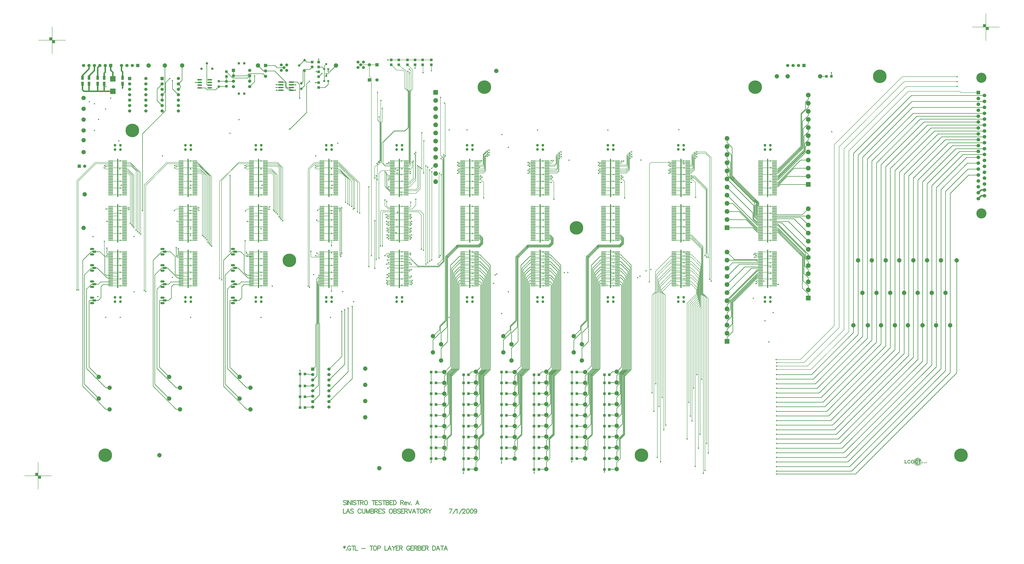
<source format=gtl>
%FSLAX23Y23*%
%MOIN*%
G70*
G01*
G75*
G04 Layer_Physical_Order=1*
G04 Layer_Color=255*
%ADD10C,0.005*%
%ADD11R,0.050X0.050*%
%ADD12R,0.020X0.709*%
%ADD13R,0.085X0.016*%
%ADD14O,0.098X0.028*%
%ADD15R,0.050X0.050*%
%ADD16R,0.035X0.037*%
%ADD17R,0.035X0.037*%
%ADD18R,0.100X0.100*%
%ADD19R,0.048X0.078*%
%ADD20O,0.087X0.024*%
%ADD21C,0.010*%
%ADD22C,0.025*%
%ADD23C,0.012*%
%ADD24C,0.008*%
%ADD25C,0.012*%
%ADD26C,0.012*%
%ADD27C,0.250*%
%ADD28C,0.059*%
%ADD29R,0.059X0.059*%
%ADD30C,0.050*%
%ADD31C,0.080*%
%ADD32C,0.067*%
%ADD33C,0.067*%
%ADD34C,0.187*%
%ADD35R,0.067X0.067*%
%ADD36C,0.055*%
%ADD37C,0.047*%
%ADD38R,0.059X0.059*%
%ADD39C,0.059*%
%ADD40R,0.087X0.087*%
%ADD41C,0.087*%
%ADD42R,0.059X0.059*%
%ADD43O,0.079X0.039*%
%ADD44O,0.079X0.039*%
%ADD45C,0.045*%
%ADD46C,0.024*%
%ADD47C,0.010*%
G36*
X15441Y514D02*
X15442D01*
X15443Y514D01*
X15444Y514D01*
X15445Y514D01*
X15447Y513D01*
X15448Y513D01*
X15450Y513D01*
X15451Y512D01*
X15453Y511D01*
X15455Y510D01*
X15456Y510D01*
X15458Y508D01*
X15459Y507D01*
X15459Y507D01*
X15459Y507D01*
X15460Y507D01*
X15460Y506D01*
X15460Y506D01*
X15461Y506D01*
X15461Y505D01*
X15462Y504D01*
X15462Y503D01*
X15463Y503D01*
X15463Y502D01*
X15464Y501D01*
X15464Y499D01*
X15465Y498D01*
X15465Y497D01*
X15466Y495D01*
X15453Y492D01*
Y492D01*
X15453Y493D01*
X15453Y493D01*
X15453Y493D01*
X15452Y494D01*
X15452Y495D01*
X15451Y496D01*
X15450Y498D01*
X15449Y499D01*
X15448Y500D01*
X15448Y500D01*
X15447Y501D01*
X15447Y501D01*
X15446Y502D01*
X15444Y502D01*
X15443Y503D01*
X15441Y503D01*
X15439Y503D01*
X15439D01*
X15438Y503D01*
X15438Y503D01*
X15437Y503D01*
X15435Y502D01*
X15433Y502D01*
X15432Y501D01*
X15431Y501D01*
X15430Y500D01*
X15430Y500D01*
X15429Y499D01*
X15428Y498D01*
X15428Y498D01*
X15428Y498D01*
X15427Y497D01*
X15427Y497D01*
X15427Y496D01*
X15426Y496D01*
X15426Y495D01*
X15426Y494D01*
X15425Y493D01*
X15425Y492D01*
X15424Y490D01*
X15424Y489D01*
X15424Y487D01*
X15424Y485D01*
X15423Y483D01*
X15423Y481D01*
Y481D01*
Y481D01*
Y480D01*
X15423Y479D01*
X15424Y478D01*
X15424Y477D01*
X15424Y476D01*
X15424Y475D01*
X15424Y472D01*
X15425Y469D01*
X15426Y468D01*
X15426Y466D01*
X15427Y465D01*
X15428Y464D01*
X15428Y464D01*
X15428Y464D01*
X15428Y464D01*
X15428Y463D01*
X15429Y463D01*
X15429Y462D01*
X15430Y462D01*
X15431Y462D01*
X15432Y461D01*
X15434Y460D01*
X15435Y459D01*
X15437Y459D01*
X15438Y459D01*
X15439Y459D01*
X15440D01*
X15440Y459D01*
X15441Y459D01*
X15442Y459D01*
X15443Y460D01*
X15445Y460D01*
X15446Y461D01*
X15448Y462D01*
X15448Y462D01*
X15448Y462D01*
X15448Y463D01*
X15449Y464D01*
X15450Y465D01*
X15450Y465D01*
X15451Y466D01*
X15451Y467D01*
X15452Y468D01*
X15452Y469D01*
X15453Y470D01*
X15453Y471D01*
X15453Y473D01*
X15466Y469D01*
Y469D01*
X15466Y468D01*
X15466Y468D01*
X15465Y467D01*
X15465Y466D01*
X15465Y465D01*
X15464Y464D01*
X15464Y463D01*
X15462Y460D01*
X15461Y459D01*
X15461Y458D01*
X15460Y456D01*
X15459Y455D01*
X15457Y454D01*
X15456Y453D01*
X15456Y453D01*
X15456Y453D01*
X15456Y452D01*
X15455Y452D01*
X15454Y452D01*
X15454Y451D01*
X15453Y451D01*
X15452Y450D01*
X15450Y450D01*
X15449Y449D01*
X15448Y449D01*
X15446Y449D01*
X15445Y448D01*
X15443Y448D01*
X15441Y448D01*
X15439Y448D01*
X15439D01*
X15438Y448D01*
X15437Y448D01*
X15436Y448D01*
X15435Y448D01*
X15433Y449D01*
X15432Y449D01*
X15430Y449D01*
X15428Y450D01*
X15427Y451D01*
X15425Y452D01*
X15423Y453D01*
X15421Y454D01*
X15420Y455D01*
X15418Y457D01*
X15418Y457D01*
X15418Y457D01*
X15417Y457D01*
X15417Y458D01*
X15416Y459D01*
X15416Y460D01*
X15415Y461D01*
X15414Y463D01*
X15413Y464D01*
X15413Y466D01*
X15412Y468D01*
X15411Y470D01*
X15411Y473D01*
X15410Y475D01*
X15410Y478D01*
X15410Y480D01*
Y481D01*
Y481D01*
Y481D01*
Y481D01*
X15410Y482D01*
X15410Y483D01*
X15410Y484D01*
X15410Y486D01*
X15411Y488D01*
X15411Y490D01*
X15412Y492D01*
X15412Y494D01*
X15413Y496D01*
X15414Y498D01*
X15414Y500D01*
X15416Y502D01*
X15417Y504D01*
X15418Y505D01*
X15418Y505D01*
X15419Y506D01*
X15419Y506D01*
X15420Y507D01*
X15421Y507D01*
X15422Y508D01*
X15423Y509D01*
X15424Y510D01*
X15426Y511D01*
X15427Y511D01*
X15429Y512D01*
X15431Y513D01*
X15433Y513D01*
X15435Y514D01*
X15438Y514D01*
X15440Y514D01*
X15440D01*
X15441Y514D01*
D02*
G37*
G36*
X15578D02*
X15579Y514D01*
X15580Y514D01*
X15581Y514D01*
X15583Y514D01*
X15586Y513D01*
X15587Y513D01*
X15589Y512D01*
X15590Y511D01*
X15592Y511D01*
X15593Y510D01*
X15595Y509D01*
X15595Y509D01*
X15595Y509D01*
X15595Y509D01*
X15596Y508D01*
X15596Y508D01*
X15597Y507D01*
X15597Y506D01*
X15598Y506D01*
X15599Y505D01*
X15600Y504D01*
X15600Y502D01*
X15601Y501D01*
X15602Y500D01*
X15602Y498D01*
X15603Y497D01*
X15603Y495D01*
X15590Y493D01*
Y493D01*
X15590Y493D01*
X15590Y493D01*
X15590Y494D01*
X15590Y495D01*
X15589Y496D01*
X15589Y497D01*
X15588Y498D01*
X15587Y499D01*
X15585Y500D01*
X15585Y500D01*
X15585Y501D01*
X15584Y501D01*
X15583Y502D01*
X15581Y502D01*
X15580Y503D01*
X15578Y503D01*
X15576Y503D01*
X15575D01*
X15575Y503D01*
X15574Y503D01*
X15573Y503D01*
X15572Y503D01*
X15571Y502D01*
X15569Y502D01*
X15568Y501D01*
X15567Y501D01*
X15566Y500D01*
X15565Y499D01*
X15564Y499D01*
X15563Y498D01*
X15563Y498D01*
X15562Y497D01*
X15562Y497D01*
X15562Y497D01*
X15561Y496D01*
X15561Y495D01*
X15561Y495D01*
X15560Y494D01*
X15560Y493D01*
X15559Y491D01*
X15559Y490D01*
X15558Y489D01*
X15558Y487D01*
X15558Y485D01*
X15558Y484D01*
X15558Y482D01*
Y482D01*
Y481D01*
Y481D01*
X15558Y480D01*
X15558Y479D01*
X15558Y478D01*
X15558Y477D01*
X15558Y475D01*
X15559Y473D01*
X15559Y471D01*
X15560Y470D01*
X15560Y468D01*
X15561Y467D01*
X15562Y466D01*
X15563Y465D01*
X15563Y464D01*
X15563Y464D01*
X15563Y464D01*
X15564Y464D01*
X15564Y463D01*
X15565Y463D01*
X15565Y462D01*
X15566Y462D01*
X15567Y461D01*
X15568Y461D01*
X15569Y460D01*
X15570Y460D01*
X15572Y459D01*
X15573Y459D01*
X15574Y459D01*
X15576Y459D01*
X15577D01*
X15577Y459D01*
X15578Y459D01*
X15580Y459D01*
X15581Y460D01*
X15582Y460D01*
X15584Y460D01*
X15584D01*
X15584Y461D01*
X15585Y461D01*
X15585Y461D01*
X15586Y462D01*
X15587Y462D01*
X15589Y463D01*
X15590Y463D01*
X15591Y464D01*
Y472D01*
X15576D01*
Y483D01*
X15604D01*
Y458D01*
X15604Y458D01*
X15604Y458D01*
X15604Y457D01*
X15603Y457D01*
X15603Y457D01*
X15602Y456D01*
X15602Y456D01*
X15601Y455D01*
X15600Y455D01*
X15599Y454D01*
X15598Y454D01*
X15597Y453D01*
X15596Y453D01*
X15595Y452D01*
X15594Y451D01*
X15592Y451D01*
X15592D01*
X15592Y451D01*
X15592Y451D01*
X15591Y450D01*
X15590Y450D01*
X15589Y450D01*
X15589Y450D01*
X15587Y449D01*
X15586Y449D01*
X15585Y449D01*
X15582Y448D01*
X15580Y448D01*
X15577Y448D01*
X15576D01*
X15575Y448D01*
X15574Y448D01*
X15573Y448D01*
X15572Y448D01*
X15571Y448D01*
X15569Y449D01*
X15568Y449D01*
X15565Y450D01*
X15564Y450D01*
X15562Y451D01*
X15561Y451D01*
X15559Y452D01*
X15559Y452D01*
X15559Y452D01*
X15559Y452D01*
X15558Y453D01*
X15557Y453D01*
X15557Y454D01*
X15556Y454D01*
X15555Y455D01*
X15554Y456D01*
X15553Y457D01*
X15552Y458D01*
X15551Y459D01*
X15550Y460D01*
X15550Y461D01*
X15549Y463D01*
X15548Y464D01*
Y464D01*
X15548Y464D01*
X15548Y465D01*
X15547Y465D01*
X15547Y466D01*
X15547Y467D01*
X15547Y468D01*
X15546Y469D01*
X15546Y470D01*
X15545Y472D01*
X15545Y473D01*
X15545Y475D01*
X15544Y478D01*
X15544Y479D01*
X15544Y481D01*
Y481D01*
Y482D01*
Y482D01*
X15544Y483D01*
X15544Y484D01*
X15545Y485D01*
X15545Y486D01*
X15545Y487D01*
X15545Y489D01*
X15545Y490D01*
X15546Y493D01*
X15547Y494D01*
X15547Y496D01*
X15548Y497D01*
X15548Y499D01*
X15549Y499D01*
X15549Y499D01*
X15549Y500D01*
X15549Y500D01*
X15550Y501D01*
X15550Y502D01*
X15551Y502D01*
X15552Y503D01*
X15552Y504D01*
X15553Y505D01*
X15554Y506D01*
X15555Y507D01*
X15557Y508D01*
X15558Y509D01*
X15559Y510D01*
X15561Y511D01*
X15561D01*
X15561Y511D01*
X15561Y511D01*
X15562Y511D01*
X15562Y512D01*
X15563Y512D01*
X15564Y512D01*
X15565Y513D01*
X15566Y513D01*
X15567Y513D01*
X15568Y513D01*
X15570Y514D01*
X15571Y514D01*
X15573Y514D01*
X15576Y514D01*
X15577D01*
X15578Y514D01*
D02*
G37*
G36*
X15662Y502D02*
X15643D01*
Y449D01*
X15631D01*
Y502D01*
X15612D01*
Y513D01*
X15662D01*
Y502D01*
D02*
G37*
G36*
X15507Y514D02*
X15508Y514D01*
X15509Y514D01*
X15510Y514D01*
X15512Y513D01*
X15513Y513D01*
X15515Y513D01*
X15517Y512D01*
X15519Y511D01*
X15521Y510D01*
X15523Y509D01*
X15525Y508D01*
X15526Y507D01*
X15528Y505D01*
X15528Y505D01*
X15528Y505D01*
X15529Y504D01*
X15529Y504D01*
X15530Y503D01*
X15531Y502D01*
X15531Y500D01*
X15532Y499D01*
X15533Y497D01*
X15534Y496D01*
X15534Y494D01*
X15535Y491D01*
X15536Y489D01*
X15536Y486D01*
X15536Y484D01*
X15536Y481D01*
Y481D01*
Y481D01*
Y480D01*
X15536Y479D01*
X15536Y478D01*
X15536Y477D01*
X15536Y475D01*
X15536Y474D01*
X15535Y472D01*
X15535Y470D01*
X15534Y468D01*
X15534Y466D01*
X15533Y464D01*
X15532Y462D01*
X15531Y460D01*
X15529Y458D01*
X15528Y457D01*
X15528Y456D01*
X15528Y456D01*
X15527Y456D01*
X15526Y455D01*
X15526Y455D01*
X15525Y454D01*
X15523Y453D01*
X15522Y452D01*
X15520Y451D01*
X15519Y451D01*
X15517Y450D01*
X15515Y449D01*
X15513Y449D01*
X15510Y448D01*
X15508Y448D01*
X15505Y448D01*
X15505D01*
X15504Y448D01*
X15503Y448D01*
X15502Y448D01*
X15501Y448D01*
X15499Y449D01*
X15497Y449D01*
X15496Y449D01*
X15494Y450D01*
X15492Y451D01*
X15490Y451D01*
X15488Y452D01*
X15486Y454D01*
X15484Y455D01*
X15483Y456D01*
X15483Y457D01*
X15482Y457D01*
X15482Y457D01*
X15481Y458D01*
X15481Y459D01*
X15480Y460D01*
X15479Y461D01*
X15479Y463D01*
X15478Y464D01*
X15477Y466D01*
X15476Y468D01*
X15476Y470D01*
X15475Y473D01*
X15475Y475D01*
X15474Y478D01*
X15474Y481D01*
Y481D01*
Y481D01*
Y481D01*
X15474Y482D01*
Y483D01*
X15475Y484D01*
X15475Y485D01*
X15475Y486D01*
X15475Y489D01*
X15476Y492D01*
X15476Y494D01*
X15477Y497D01*
Y497D01*
X15477Y497D01*
X15478Y498D01*
X15478Y498D01*
X15478Y499D01*
X15479Y500D01*
X15480Y501D01*
X15481Y503D01*
X15482Y504D01*
X15483Y506D01*
X15483Y506D01*
X15483Y506D01*
X15484Y506D01*
X15485Y507D01*
X15486Y508D01*
X15487Y509D01*
X15488Y510D01*
X15490Y511D01*
X15491Y512D01*
X15492D01*
X15492Y512D01*
X15492Y512D01*
X15493Y512D01*
X15493Y512D01*
X15494Y512D01*
X15495Y513D01*
X15495Y513D01*
X15496Y513D01*
X15497Y513D01*
X15500Y514D01*
X15502Y514D01*
X15505Y514D01*
X15506D01*
X15507Y514D01*
D02*
G37*
G36*
X15371Y460D02*
X15403D01*
Y449D01*
X15358D01*
Y513D01*
X15371D01*
Y460D01*
D02*
G37*
G36*
X15696Y474D02*
X15697Y474D01*
X15697Y474D01*
X15698Y473D01*
X15699Y473D01*
X15699Y473D01*
X15699Y473D01*
X15700Y473D01*
X15700Y473D01*
X15700Y472D01*
X15701Y472D01*
X15701Y472D01*
X15702Y472D01*
X15702Y471D01*
X15702Y471D01*
X15702Y471D01*
X15702Y471D01*
X15702Y470D01*
X15703Y470D01*
X15703Y470D01*
X15703Y469D01*
X15703Y469D01*
Y468D01*
X15703Y468D01*
X15703Y468D01*
X15703Y467D01*
X15703Y467D01*
X15703Y466D01*
X15703Y465D01*
Y464D01*
Y450D01*
X15697D01*
Y462D01*
Y462D01*
Y462D01*
Y462D01*
Y462D01*
Y463D01*
Y463D01*
X15697Y464D01*
X15697Y465D01*
X15697Y465D01*
X15697Y466D01*
X15697Y466D01*
X15697Y466D01*
X15697Y467D01*
Y467D01*
X15697Y467D01*
X15697Y467D01*
X15697Y467D01*
X15696Y468D01*
X15696Y468D01*
X15696Y468D01*
X15696Y468D01*
X15696Y468D01*
X15696Y468D01*
X15695Y469D01*
X15695Y469D01*
X15695Y469D01*
X15694Y469D01*
X15694Y469D01*
X15694Y469D01*
X15693D01*
X15693Y469D01*
X15693Y469D01*
X15692Y469D01*
X15692Y469D01*
X15691Y468D01*
X15691Y468D01*
X15691Y468D01*
X15690Y468D01*
X15690Y468D01*
X15690Y468D01*
X15690Y467D01*
X15689Y467D01*
X15689Y466D01*
X15689Y466D01*
Y466D01*
X15689Y466D01*
X15689Y465D01*
Y465D01*
X15689Y465D01*
X15689Y465D01*
X15689Y464D01*
X15689Y464D01*
X15689Y463D01*
X15689Y463D01*
X15688Y462D01*
Y462D01*
X15688Y461D01*
Y460D01*
Y450D01*
X15682D01*
Y473D01*
X15688D01*
Y470D01*
X15688Y470D01*
X15688Y470D01*
X15688Y470D01*
X15689Y470D01*
X15689Y471D01*
X15689Y471D01*
X15690Y471D01*
X15690Y472D01*
X15691Y472D01*
X15691Y472D01*
X15692Y473D01*
X15693Y473D01*
X15693Y473D01*
X15694Y474D01*
X15695Y474D01*
X15696Y474D01*
X15696D01*
X15696Y474D01*
D02*
G37*
G36*
X15676Y450D02*
X15670D01*
Y456D01*
X15676D01*
Y450D01*
D02*
G37*
G36*
X15731Y474D02*
X15732D01*
X15732Y474D01*
X15733Y474D01*
X15733Y473D01*
X15734Y473D01*
X15734Y473D01*
X15735Y473D01*
X15736Y473D01*
X15737Y472D01*
X15737Y472D01*
X15738Y471D01*
X15738Y471D01*
X15739Y470D01*
X15739Y470D01*
X15739Y470D01*
X15739Y470D01*
X15740Y470D01*
X15740Y469D01*
X15740Y469D01*
X15740Y468D01*
X15741Y468D01*
X15741Y467D01*
X15741Y466D01*
X15741Y465D01*
X15742Y464D01*
X15742Y463D01*
X15742Y462D01*
X15742Y461D01*
Y460D01*
X15727D01*
Y460D01*
Y460D01*
Y460D01*
X15727Y459D01*
X15727Y459D01*
X15727Y458D01*
X15727Y458D01*
X15727Y457D01*
X15728Y456D01*
X15728Y456D01*
X15728Y455D01*
X15728Y455D01*
X15729Y455D01*
X15729Y455D01*
X15730Y454D01*
X15730Y454D01*
X15731Y454D01*
X15732Y454D01*
X15732D01*
X15732Y454D01*
X15732Y454D01*
X15733Y454D01*
X15733Y454D01*
X15734Y455D01*
X15734Y455D01*
X15734Y455D01*
X15734Y455D01*
X15734Y455D01*
X15735Y455D01*
X15735Y456D01*
X15735Y456D01*
X15735Y457D01*
X15735Y457D01*
X15742Y456D01*
Y456D01*
X15742Y456D01*
X15741Y456D01*
X15741Y456D01*
X15741Y455D01*
X15741Y455D01*
X15741Y454D01*
X15740Y454D01*
X15740Y453D01*
X15739Y452D01*
X15738Y451D01*
X15738D01*
X15738Y451D01*
X15738Y451D01*
X15737Y451D01*
X15737Y451D01*
X15737Y451D01*
X15737Y450D01*
X15736Y450D01*
X15736Y450D01*
X15735Y450D01*
X15734Y450D01*
X15733Y450D01*
X15731Y449D01*
X15731D01*
X15731Y450D01*
X15730Y450D01*
X15730Y450D01*
X15729Y450D01*
X15729Y450D01*
X15728Y450D01*
X15727Y450D01*
X15727Y450D01*
X15726Y451D01*
X15725Y451D01*
X15724Y452D01*
X15724Y452D01*
X15723Y453D01*
X15723Y453D01*
X15723Y453D01*
X15722Y454D01*
X15722Y454D01*
X15722Y454D01*
X15722Y454D01*
X15722Y455D01*
X15722Y455D01*
X15721Y456D01*
X15721Y456D01*
X15721Y457D01*
X15721Y457D01*
X15721Y458D01*
X15721Y459D01*
X15720Y460D01*
X15720Y461D01*
X15720Y461D01*
Y461D01*
Y462D01*
X15720Y462D01*
Y462D01*
X15720Y463D01*
X15720Y463D01*
X15721Y464D01*
X15721Y465D01*
X15721Y465D01*
X15721Y466D01*
X15721Y467D01*
X15722Y468D01*
X15722Y468D01*
X15722Y469D01*
X15723Y470D01*
X15723Y470D01*
X15723Y470D01*
X15723Y471D01*
X15724Y471D01*
X15724Y471D01*
X15724Y471D01*
X15724Y471D01*
X15725Y472D01*
X15725Y472D01*
X15726Y472D01*
X15726Y473D01*
X15727Y473D01*
X15728Y473D01*
X15728Y473D01*
X15729Y474D01*
X15730Y474D01*
X15731Y474D01*
X15731D01*
X15731Y474D01*
D02*
G37*
G36*
X15766Y473D02*
X15770D01*
Y468D01*
X15766D01*
Y459D01*
Y459D01*
Y459D01*
Y459D01*
Y458D01*
Y458D01*
Y457D01*
X15766Y457D01*
Y456D01*
Y456D01*
X15766Y456D01*
Y456D01*
X15766Y455D01*
X15766Y455D01*
X15766Y455D01*
X15766Y455D01*
X15766D01*
X15766Y455D01*
X15767Y455D01*
X15767Y455D01*
X15767Y455D01*
X15768D01*
X15768Y455D01*
X15768Y455D01*
X15768Y455D01*
X15769Y455D01*
X15769Y455D01*
X15770Y455D01*
X15770Y450D01*
X15770D01*
X15770Y450D01*
X15770Y450D01*
X15770Y450D01*
X15770Y450D01*
X15769Y450D01*
X15768Y450D01*
X15767Y450D01*
X15767Y450D01*
X15766Y449D01*
X15765D01*
X15765Y450D01*
X15765Y450D01*
X15764Y450D01*
X15764Y450D01*
X15763Y450D01*
X15763Y450D01*
X15763Y450D01*
X15762Y450D01*
X15762Y450D01*
X15762Y450D01*
X15761Y451D01*
X15761Y451D01*
X15761Y451D01*
X15761Y451D01*
X15761Y452D01*
X15760Y452D01*
X15760Y452D01*
X15760Y452D01*
X15760Y453D01*
X15760Y453D01*
X15760Y454D01*
Y454D01*
X15760Y454D01*
Y454D01*
X15760Y455D01*
X15760Y455D01*
Y456D01*
Y456D01*
X15760Y457D01*
Y457D01*
Y458D01*
Y458D01*
Y468D01*
X15757D01*
Y473D01*
X15760D01*
Y478D01*
X15766Y481D01*
Y473D01*
D02*
G37*
%LPC*%
G36*
X15731Y469D02*
X15731D01*
X15731Y469D01*
X15731Y469D01*
X15730Y469D01*
X15730Y469D01*
X15729Y468D01*
X15728Y468D01*
X15728Y468D01*
X15728Y467D01*
X15728Y467D01*
X15728Y467D01*
X15727Y466D01*
X15727Y466D01*
X15727Y465D01*
X15727Y464D01*
X15727Y464D01*
X15736D01*
Y464D01*
Y464D01*
Y464D01*
X15736Y464D01*
X15736Y464D01*
X15736Y465D01*
X15735Y466D01*
X15735Y466D01*
X15735Y467D01*
X15734Y468D01*
X15734Y468D01*
X15734Y468D01*
X15734Y468D01*
X15734Y468D01*
X15733Y469D01*
X15733Y469D01*
X15732Y469D01*
X15731Y469D01*
D02*
G37*
G36*
X15505Y503D02*
X15505D01*
X15504Y503D01*
X15503Y503D01*
X15503Y503D01*
X15502Y503D01*
X15501Y502D01*
X15499Y502D01*
X15498Y501D01*
X15497Y501D01*
X15496Y500D01*
X15495Y499D01*
X15493Y499D01*
X15493Y498D01*
X15492Y498D01*
X15492Y497D01*
X15492Y497D01*
X15492Y497D01*
X15491Y496D01*
X15491Y495D01*
X15491Y494D01*
X15490Y493D01*
X15490Y492D01*
X15489Y491D01*
X15489Y490D01*
X15488Y488D01*
X15488Y487D01*
X15488Y485D01*
X15488Y483D01*
X15488Y481D01*
Y481D01*
Y481D01*
Y480D01*
X15488Y479D01*
X15488Y478D01*
X15488Y477D01*
X15488Y476D01*
X15488Y475D01*
X15489Y472D01*
X15489Y471D01*
X15490Y469D01*
X15490Y468D01*
X15491Y467D01*
X15492Y466D01*
X15493Y464D01*
X15493Y464D01*
X15493Y464D01*
X15493Y464D01*
X15494Y464D01*
X15494Y463D01*
X15495Y463D01*
X15495Y462D01*
X15496Y462D01*
X15497Y461D01*
X15498Y461D01*
X15499Y460D01*
X15500Y460D01*
X15501Y459D01*
X15503Y459D01*
X15504Y459D01*
X15505Y459D01*
X15506D01*
X15507Y459D01*
X15507Y459D01*
X15508Y459D01*
X15509Y459D01*
X15510Y460D01*
X15512Y460D01*
X15513Y461D01*
X15514Y461D01*
X15515Y462D01*
X15516Y463D01*
X15517Y463D01*
X15518Y464D01*
X15518Y465D01*
X15518Y465D01*
X15519Y465D01*
X15519Y466D01*
X15519Y466D01*
X15520Y467D01*
X15520Y468D01*
X15521Y469D01*
X15521Y470D01*
X15522Y471D01*
X15522Y472D01*
X15522Y474D01*
X15523Y476D01*
X15523Y477D01*
X15523Y479D01*
X15523Y481D01*
Y481D01*
Y482D01*
Y482D01*
X15523Y483D01*
X15523Y484D01*
X15523Y485D01*
X15523Y486D01*
X15523Y487D01*
X15522Y490D01*
X15522Y491D01*
X15521Y493D01*
X15521Y494D01*
X15520Y495D01*
X15519Y497D01*
X15518Y498D01*
X15518Y498D01*
X15518Y498D01*
X15518Y498D01*
X15517Y498D01*
X15517Y499D01*
X15516Y499D01*
X15516Y500D01*
X15515Y500D01*
X15514Y501D01*
X15513Y501D01*
X15512Y502D01*
X15511Y502D01*
X15510Y503D01*
X15508Y503D01*
X15507Y503D01*
X15505Y503D01*
D02*
G37*
%LPD*%
D10*
X15667Y480D02*
X15666Y490D01*
X15664Y500D01*
X15660Y509D01*
X15655Y518D01*
X15649Y526D01*
X15642Y532D01*
X15634Y538D01*
X15624Y542D01*
X15615Y545D01*
X15605Y547D01*
X15595D01*
X15585Y545D01*
X15576Y542D01*
X15566Y538D01*
X15558Y532D01*
X15551Y526D01*
X15545Y518D01*
X15540Y509D01*
X15536Y500D01*
X15534Y490D01*
X15533Y480D01*
X15534Y470D01*
X15536Y460D01*
X15540Y451D01*
X15545Y442D01*
X15551Y434D01*
X15558Y428D01*
X15566Y422D01*
X15576Y418D01*
X15585Y415D01*
X15595Y413D01*
X15605D01*
X15615Y415D01*
X15624Y418D01*
X15634Y422D01*
X15642Y428D01*
X15649Y434D01*
X15655Y442D01*
X15660Y451D01*
X15664Y460D01*
X15666Y470D01*
X15667Y480D01*
X15630Y494D02*
X15629Y504D01*
X15628Y513D01*
X15625Y522D01*
X15620Y530D01*
X15615Y538D01*
X15609Y545D01*
X15591D02*
X15585Y538D01*
X15580Y530D01*
X15575Y522D01*
X15572Y513D01*
X15571Y504D01*
X15570Y494D01*
Y466D02*
X15571Y456D01*
X15572Y447D01*
X15575Y438D01*
X15580Y430D01*
X15585Y422D01*
X15591Y415D01*
X15609D02*
X15615Y422D01*
X15620Y430D01*
X15625Y438D01*
X15628Y447D01*
X15629Y456D01*
X15630Y466D01*
X5204Y5162D02*
Y5676D01*
X4856Y5962D02*
X4918D01*
X5204Y5676D01*
X12823Y5197D02*
X12880D01*
X12880Y5196D01*
X12956D01*
X12823Y5072D02*
X12885D01*
X12955D01*
X12956Y5071D01*
X12823Y4947D02*
X12885D01*
X12885Y4946D01*
X12956D01*
X12823Y4822D02*
X12885D01*
X12885Y4821D01*
X12956D01*
X12880Y4697D02*
X12880Y4696D01*
X12700Y4697D02*
X12880D01*
X12700Y4696D02*
X12885D01*
X12880Y4696D02*
X12956D01*
X12823Y4572D02*
X12880D01*
X12955D01*
X12956Y4571D01*
X9868Y3731D02*
Y3745D01*
Y3731D02*
X9933D01*
X9800D02*
X9868D01*
X9857Y3756D02*
X9868Y3745D01*
X9800Y3756D02*
X9857D01*
X8623Y4356D02*
X8680D01*
X8704Y4332D01*
X8755D01*
X8756Y4331D01*
X7380Y4356D02*
X7385D01*
X7323D02*
X7380D01*
X7405Y4331D01*
X7456D01*
X11280Y4356D02*
X11305Y4331D01*
X11223Y4356D02*
X11280D01*
X11305Y4331D02*
X11356D01*
X9980Y4356D02*
X9985D01*
X9923D02*
X9980D01*
X10005Y4331D01*
X10056D01*
X11168Y3731D02*
X11169Y3732D01*
X11168Y3731D02*
X11228D01*
X11100D02*
X11168D01*
X11169Y3732D02*
Y3751D01*
X11164Y3756D02*
X11169Y3751D01*
X11100Y3756D02*
X11164D01*
X8561Y3732D02*
X8562Y3731D01*
X8633D01*
X8500D02*
X8562D01*
X8561Y3732D02*
Y3748D01*
X8553Y3756D02*
X8561Y3748D01*
X8500Y3756D02*
X8553D01*
X7263Y3731D02*
Y3748D01*
Y3731D02*
X7333D01*
X7200D02*
X7263D01*
X7255Y3756D02*
X7263Y3748D01*
X7200Y3756D02*
X7255D01*
X892Y5588D02*
X954D01*
X956Y5587D01*
X4784Y5586D02*
X4785Y5587D01*
X4856D01*
X3491Y5586D02*
X3492Y5587D01*
X3556D01*
X2174Y5587D02*
X2174Y5587D01*
X2256D01*
X9731Y5937D02*
X9800D01*
X9800Y5937D01*
X5796Y3781D02*
X5900D01*
X5795Y3780D02*
X5796Y3781D01*
Y3831D02*
X5900D01*
X5795Y3830D02*
X5796Y3831D01*
X5810Y3805D02*
X5811Y3806D01*
X427Y5987D02*
X700D01*
X417Y6012D02*
X700D01*
X597Y5962D02*
X700D01*
X585Y5950D02*
X597Y5962D01*
X75Y5670D02*
X417Y6012D01*
X100Y5660D02*
X427Y5987D01*
X605Y5930D02*
X612Y5937D01*
X6460Y7905D02*
X6620D01*
X6320D02*
X6460D01*
X6180D02*
X6320D01*
X6020D02*
X6180D01*
X5880D02*
X6020D01*
X5817D02*
X5880D01*
X5816Y7904D02*
X5817Y7905D01*
X12588Y4256D02*
X12700D01*
X12614Y4286D02*
X12619Y4281D01*
X12700D01*
X12576Y4306D02*
X12576Y4306D01*
X12700D01*
X11702Y4262D02*
Y5513D01*
X11732Y4253D02*
Y4319D01*
X11711Y4340D02*
X11732Y4319D01*
X11672Y4289D02*
Y4319D01*
X11693Y4340D01*
X11635Y3583D02*
Y4458D01*
X11626Y3579D02*
Y4442D01*
X11617Y3576D02*
Y4426D01*
X11608Y3572D02*
Y4410D01*
X11421Y4597D02*
X11608Y4410D01*
X11421Y4622D02*
X11617Y4426D01*
X11356Y4597D02*
X11421D01*
X11285Y4572D02*
X11356D01*
X11608Y3572D02*
X11624Y3556D01*
X11356Y4622D02*
X11421D01*
Y4647D02*
X11626Y4442D01*
X11356Y4647D02*
X11421D01*
X11285Y4697D02*
X11356D01*
X11100D02*
X11285D01*
X11100D02*
X11285D01*
X11223Y4572D02*
X11285D01*
X11100D02*
X11233D01*
X11100Y4822D02*
X11233D01*
X11711Y4340D02*
Y5529D01*
X11478Y5762D02*
X11711Y5529D01*
X11478Y5737D02*
X11702Y5513D01*
X11693Y4340D02*
Y5498D01*
X11478Y5713D02*
X11693Y5498D01*
X11421Y4672D02*
X11635Y4458D01*
X11599Y3568D02*
Y4128D01*
X11421Y4306D02*
X11599Y4128D01*
X11590Y3316D02*
Y4087D01*
X11421Y4256D02*
X11590Y4087D01*
X11581Y3349D02*
Y4021D01*
X11421Y4181D02*
X11581Y4021D01*
X11572Y3382D02*
Y3980D01*
X11421Y4131D02*
X11572Y3980D01*
X11424Y5762D02*
X11478D01*
X11423Y5713D02*
X11478D01*
X11449Y5737D02*
X11478D01*
X11498Y5364D02*
Y5636D01*
X11447Y5687D02*
X11498Y5636D01*
X11356Y5687D02*
X11447D01*
X11759Y3851D02*
Y6102D01*
X11785Y3817D02*
Y6100D01*
X12597Y4331D02*
X12700D01*
X5898Y5559D02*
X5900Y5562D01*
X5830Y5559D02*
X5898D01*
X5465Y5557D02*
X5467Y5555D01*
Y4083D02*
Y5555D01*
X4930Y4290D02*
Y5120D01*
X4946Y4308D02*
Y4343D01*
X4950Y4346D01*
Y5140D01*
X4946Y4308D02*
X4950Y4305D01*
X4930Y4290D02*
X4950Y4270D01*
X12597Y4331D02*
X12597Y4331D01*
X5990Y5858D02*
X5999Y5867D01*
X5900Y5812D02*
X5990D01*
X5992Y5810D01*
X5999Y5867D02*
X6000Y5866D01*
X5961Y5887D02*
X5967Y5893D01*
X5970Y5858D02*
X5990D01*
X5696Y6019D02*
Y6749D01*
X5669Y6044D02*
Y6749D01*
X5678Y6040D02*
Y6753D01*
X5687Y6037D02*
Y7155D01*
X5717Y6770D02*
Y7005D01*
X5696Y6749D02*
X5717Y6770D01*
X5627Y6791D02*
Y7305D01*
Y6791D02*
X5669Y6749D01*
X5657Y6774D02*
X5678Y6753D01*
X5657Y6774D02*
Y6855D01*
X5624Y5947D02*
X5696Y6019D01*
X5662Y6012D02*
X5687Y6037D01*
X5662Y6011D02*
Y6012D01*
X5624Y5690D02*
Y5947D01*
X5574Y5920D02*
X5643Y5989D01*
X5574Y5722D02*
Y5920D01*
X5643Y5989D02*
Y6019D01*
X5615Y5990D02*
X5635Y6010D01*
X5663Y6038D02*
X5669Y6044D01*
X5651Y6038D02*
X5663D01*
X5635Y6022D02*
X5651Y6038D01*
X5635Y6010D02*
Y6022D01*
X5667Y6030D02*
X5678Y6040D01*
X5654Y6030D02*
X5667D01*
X5643Y6019D02*
X5654Y6030D01*
X5615Y5987D02*
Y5990D01*
X5798Y5987D02*
X5798Y5987D01*
X5900D01*
X5831Y6009D02*
X5834Y6012D01*
X5900D01*
X5829Y5688D02*
X5836D01*
X5860Y5712D01*
X5900D01*
X5835Y5722D02*
X5849Y5737D01*
X5900D01*
X6479Y6405D02*
X6481Y6407D01*
X6479Y5814D02*
Y6405D01*
X6443Y6553D02*
X6447Y6557D01*
X6443Y5893D02*
Y6553D01*
X6679Y5955D02*
X6700D01*
X6625Y5901D02*
X6679Y5955D01*
X6156Y5887D02*
X6208D01*
X6216Y5895D02*
X6219D01*
X6214Y5893D02*
X6216Y5895D01*
X6208Y5887D02*
X6214Y5893D01*
X6232Y5837D02*
X6232Y5837D01*
X6156Y5837D02*
X6232D01*
X6156Y5812D02*
X6226D01*
X6233Y5805D02*
X6234Y5804D01*
X6226Y5812D02*
X6233Y5805D01*
X5900Y5837D02*
X5949D01*
X5970Y5858D01*
X5900Y5887D02*
X5961D01*
X6216Y5996D02*
Y7663D01*
X6207Y5987D02*
X6216Y5996D01*
X6156Y5987D02*
X6207D01*
X6214Y7733D02*
X6246Y7701D01*
Y7351D02*
Y7701D01*
X6225Y7330D02*
X6246Y7351D01*
X6225Y5980D02*
Y7330D01*
X6207Y5962D02*
X6225Y5980D01*
X6156Y5962D02*
X6207D01*
X6156Y5937D02*
X6216D01*
X6180Y7815D02*
X6276Y7719D01*
Y7368D02*
Y7719D01*
X6234Y7326D02*
X6276Y7368D01*
X6234Y5955D02*
Y7326D01*
X6216Y5937D02*
X6234Y5955D01*
X6318Y7813D02*
X6320Y7815D01*
X6318Y7755D02*
Y7813D01*
X6460Y7815D02*
X6466Y7809D01*
Y7666D02*
Y7809D01*
X6620Y7815D02*
X6623Y7812D01*
Y7704D02*
Y7812D01*
X6186Y7351D02*
Y7695D01*
X6020Y7815D02*
X6091Y7744D01*
X6105D01*
X6156Y7693D01*
X5880Y7815D02*
X5980Y7715D01*
X6104D01*
X6126Y7693D01*
X6189Y6655D02*
Y7326D01*
X6198Y6651D02*
Y7330D01*
X6207Y6012D02*
Y7333D01*
X6126Y7385D02*
Y7693D01*
Y7385D02*
X6185Y7326D01*
X6189D01*
X6156Y7368D02*
Y7693D01*
Y7368D02*
X6189Y7335D01*
X6193D01*
X6186Y7351D02*
X6193Y7344D01*
X6196D01*
X6207Y7333D01*
X6193Y7335D02*
X6198Y7330D01*
X5709Y6370D02*
X5934Y6595D01*
X5709Y6000D02*
Y6370D01*
X5938Y6586D02*
X6133D01*
X5735Y6383D02*
X5938Y6586D01*
X5735Y5987D02*
Y6383D01*
X6129Y6595D02*
X6189Y6655D01*
X6133Y6586D02*
X6198Y6651D01*
X5934Y6595D02*
X6129D01*
X6156Y6012D02*
X6207D01*
X5709Y6000D02*
X5773Y5937D01*
X5900D01*
X5735Y5987D02*
X5760Y5962D01*
X5900D01*
X11732Y642D02*
Y3493D01*
X11356Y4672D02*
X11421D01*
X11702Y816D02*
Y3511D01*
X11672Y321D02*
Y3528D01*
X11642Y269D02*
Y3545D01*
X11612Y2007D02*
Y3555D01*
X11356Y4306D02*
X11421D01*
X11356Y4256D02*
X11421D01*
X11356Y3756D02*
X11421D01*
X11527Y3550D02*
Y3700D01*
X11356Y3806D02*
X11421D01*
X11536Y3516D02*
Y3766D01*
X11356Y3881D02*
X11421D01*
X11545Y3483D02*
Y3807D01*
X11356Y3931D02*
X11421D01*
X11554Y3449D02*
Y3873D01*
X11356Y4006D02*
X11421D01*
X11563Y3416D02*
Y3914D01*
X11356Y4056D02*
X11421D01*
X11356Y4131D02*
X11421D01*
X11356Y4181D02*
X11421D01*
X11642Y3583D02*
X11732Y3493D01*
X11635Y3583D02*
X11642D01*
X11639Y3574D02*
X11702Y3511D01*
X11599Y3568D02*
X11612Y3555D01*
X11631Y3556D02*
X11642Y3545D01*
X11624Y3556D02*
X11631D01*
X11635Y3565D02*
X11672Y3528D01*
X11628Y3565D02*
X11635D01*
X11617Y3576D02*
X11628Y3565D01*
X11631Y3574D02*
X11639D01*
X11626Y3579D02*
X11631Y3574D01*
X11582Y3308D02*
X11590Y3316D01*
X11552Y3320D02*
X11581Y3349D01*
X11522Y3332D02*
X11572Y3382D01*
X11492Y3345D02*
X11563Y3416D01*
X11462Y3357D02*
X11554Y3449D01*
X11432Y3370D02*
X11545Y3483D01*
X11402Y3382D02*
X11536Y3516D01*
X11372Y3395D02*
X11527Y3550D01*
X11342Y3407D02*
X11518Y3583D01*
X11421Y4056D02*
X11563Y3914D01*
X11421Y4006D02*
X11554Y3873D01*
X11421Y3931D02*
X11545Y3807D01*
X11421Y3881D02*
X11536Y3766D01*
X11421Y3806D02*
X11527Y3700D01*
X11518Y3583D02*
Y3659D01*
X11421Y3756D02*
X11518Y3659D01*
X7659Y6213D02*
X7660D01*
X11487Y6177D02*
X11534D01*
X13025Y3756D02*
X13026Y3757D01*
Y3756D02*
Y3757D01*
X12956Y3756D02*
X13025D01*
X12618Y3811D02*
X12638Y3831D01*
X12700D01*
X12617Y3770D02*
X12653Y3806D01*
X12700D01*
X6324Y5718D02*
Y6155D01*
X6334Y5678D02*
Y6196D01*
X6308Y6170D02*
X6324Y6155D01*
X6332Y6198D02*
X6334D01*
X6839Y4188D02*
Y6091D01*
X6800Y6082D02*
X6801D01*
X6829Y6054D01*
X6822Y6108D02*
X6839Y6091D01*
X6857Y6108D02*
X6875Y6126D01*
X6857Y4178D02*
Y6108D01*
X6758Y4079D02*
X6857Y4178D01*
X6829Y4219D02*
Y6054D01*
X6742Y4132D02*
X6829Y4219D01*
X5792Y4132D02*
X5793Y4131D01*
X5900D01*
X6218Y5562D02*
X6334Y5678D01*
X6156Y5562D02*
X6218D01*
Y5612D02*
X6324Y5718D01*
X6156Y5612D02*
X6218D01*
X6848Y4183D02*
Y6150D01*
X6754Y4089D02*
X6848Y4183D01*
X6371Y4089D02*
X6754D01*
X6254Y4206D02*
X6371Y4089D01*
X6750Y4099D02*
X6839Y4188D01*
X6375Y4099D02*
X6750D01*
X6218Y4256D02*
X6375Y4099D01*
X6367Y4079D02*
X6758D01*
X6365Y4081D02*
X6367Y4079D01*
X6156Y4081D02*
X6365D01*
X6156Y4206D02*
X6254D01*
X6156Y4256D02*
X6218D01*
X10109Y6012D02*
X10132Y6035D01*
X6217Y4006D02*
X6218Y4007D01*
X6246Y4031D02*
X6248Y4029D01*
X6156Y4031D02*
X6246D01*
X6218Y4006D02*
Y4007D01*
X6156Y4006D02*
X6217D01*
X6254Y3906D02*
X6254Y3906D01*
X6156Y3906D02*
X6254D01*
X6228Y3881D02*
X6228Y3881D01*
X6156Y3881D02*
X6228D01*
X5803Y3881D02*
X5803Y3881D01*
X5900D01*
X5834Y3906D02*
X5834Y3906D01*
X5900D01*
X5809Y3931D02*
X5900D01*
X5836Y3956D02*
X5900D01*
X7509Y5987D02*
X7549Y6027D01*
Y6043D01*
X7456Y5987D02*
X7509D01*
X7519Y6040D02*
X7522Y6037D01*
X7519Y6040D02*
X7520D01*
X7522Y6032D02*
Y6037D01*
X7502Y6012D02*
X7522Y6032D01*
X7456Y6012D02*
X7502D01*
X8869Y6046D02*
X8870D01*
X8867Y6044D02*
X8869Y6046D01*
X8867Y6027D02*
Y6044D01*
X8827Y5987D02*
X8867Y6027D01*
X8756Y5987D02*
X8827D01*
X8803Y6012D02*
X8836Y6045D01*
X8756Y6012D02*
X8803D01*
X10119Y5987D02*
X10170Y6038D01*
X10056Y5987D02*
X10119D01*
X10131Y6035D02*
X10132D01*
X10056Y6012D02*
X10109D01*
X6262Y5146D02*
X6333Y5217D01*
X6156Y5146D02*
X6262D01*
X6333Y5217D02*
Y5331D01*
X6213Y5171D02*
X6239Y5197D01*
X6156Y5171D02*
X6213D01*
X6239Y5197D02*
Y5273D01*
X8884Y5332D02*
Y5649D01*
X8883Y5332D02*
X8884D01*
X8846Y5687D02*
X8884Y5649D01*
X8756Y5687D02*
X8846D01*
X7540D02*
X7586Y5641D01*
Y5354D02*
Y5641D01*
X7456Y5687D02*
X7540D01*
X5797Y5204D02*
X5830Y5171D01*
X5797Y5291D02*
Y5292D01*
Y5291D02*
Y5292D01*
Y5204D02*
Y5291D01*
X5762Y5318D02*
Y5319D01*
Y5317D02*
Y5318D01*
X5761Y5316D02*
X5762Y5317D01*
X5761Y5316D02*
X5762Y5315D01*
Y5212D02*
Y5315D01*
X5763Y5212D02*
X5828Y5146D01*
X5900D01*
X5762Y5212D02*
X5763D01*
X5830Y5171D02*
X5900D01*
X6519Y4133D02*
X6520Y4132D01*
X6519Y4133D02*
Y5948D01*
X6551Y4158D02*
Y5924D01*
X6588Y4186D02*
Y4188D01*
Y4186D02*
Y4188D01*
X6589Y4189D01*
Y5871D01*
X6627Y4206D02*
Y4207D01*
Y4206D02*
X6628Y4205D01*
X6629Y4206D01*
Y5837D01*
X6764Y4256D02*
Y5804D01*
X6772Y5812D01*
X6782Y4286D02*
X6803Y4307D01*
Y5783D01*
X6248Y4131D02*
X6249Y4132D01*
X6156Y4131D02*
X6248D01*
X6224Y4158D02*
X6225D01*
X6222Y4156D02*
X6224Y4158D01*
X6156Y4156D02*
X6222D01*
X5827Y4157D02*
X5828Y4156D01*
X5900D01*
X5808Y4205D02*
X5809Y4206D01*
X5900D01*
X5829Y4256D02*
X5829Y4256D01*
X5900D01*
X5810Y4282D02*
X5811Y4281D01*
X5900D01*
X6210Y5637D02*
X6285Y5712D01*
Y6034D01*
X6156Y5637D02*
X6210D01*
X6156Y5862D02*
X6213D01*
X11356Y5713D02*
X11423D01*
X11349Y5738D02*
X11450D01*
X11349Y5763D02*
X11425D01*
X10057Y5638D02*
X10129D01*
X10057Y5713D02*
X10131D01*
X10057Y5738D02*
X10158D01*
X10057Y5763D02*
X10133D01*
X8828Y5637D02*
X8830Y5639D01*
X8756Y5637D02*
X8828D01*
X8830Y5712D02*
X8831Y5711D01*
X8756Y5712D02*
X8830D01*
X8857Y5737D02*
X8857Y5737D01*
X8756Y5737D02*
X8857D01*
X8756Y5762D02*
X8832D01*
X5763Y5837D02*
X5765Y5839D01*
X5763Y5566D02*
Y5837D01*
X5777Y5549D02*
X5864Y5462D01*
X5900D01*
X5763Y5566D02*
X5777Y5552D01*
Y5549D02*
Y5552D01*
X5786Y5809D02*
Y5814D01*
X5787D01*
X5786Y5553D02*
X5852Y5487D01*
X5900D01*
X5786Y5808D02*
X5786Y5809D01*
X5786Y5553D02*
Y5808D01*
X5803Y5548D02*
Y5782D01*
Y5548D02*
X5839Y5512D01*
X5900D01*
X5835Y5762D02*
X5900D01*
X7528Y5637D02*
X7531Y5640D01*
Y5639D02*
Y5640D01*
X7456Y5637D02*
X7528D01*
X7456Y5712D02*
X7530D01*
X7557Y5737D02*
X7557Y5737D01*
X7456Y5737D02*
X7557D01*
X7532Y5762D02*
X7532Y5762D01*
X7456Y5762D02*
X7532D01*
X11100Y5937D02*
X11100Y5937D01*
X11029Y5937D02*
X11100D01*
X11005Y5812D02*
X11100D01*
X11030Y5837D02*
X11100D01*
X11006Y5862D02*
X11100D01*
X11030Y5887D02*
X11100D01*
X11005Y5962D02*
X11100D01*
X11030Y5987D02*
X11100D01*
X11007Y6012D02*
X11100D01*
X9705Y5812D02*
X9800D01*
X9730Y5837D02*
X9800D01*
X9706Y5862D02*
X9800D01*
X9730Y5887D02*
X9800D01*
X9705Y5962D02*
X9800D01*
X9730Y5987D02*
X9800D01*
X9707Y6012D02*
X9800D01*
X11005Y5812D02*
X11005Y5812D01*
X11005Y5863D02*
X11006Y5862D01*
X11030Y5887D02*
X11030Y5887D01*
X11005Y5962D02*
X11005Y5962D01*
X11030Y5987D02*
X11030Y5987D01*
X11005Y6010D02*
X11007Y6012D01*
X9705Y5812D02*
X9705Y5812D01*
X9730Y5837D02*
X9730Y5837D01*
X9705Y5863D02*
X9706Y5862D01*
X9730Y5887D02*
X9730Y5887D01*
X9705Y5962D02*
X9705Y5962D01*
X9730Y5987D02*
X9730Y5987D01*
X9705Y6010D02*
X9707Y6012D01*
X10228Y5972D02*
Y6144D01*
X10289Y6205D02*
X10318D01*
X10288D02*
X10289D01*
X10280Y6195D02*
X10289Y6205D01*
X10228Y6144D02*
X10279Y6195D01*
X10280D01*
X10238Y5957D02*
Y6128D01*
X10287Y6177D01*
X10248Y5917D02*
Y6119D01*
X10287Y6157D02*
X10319D01*
X10286D02*
X10287D01*
X10286D02*
X10286D01*
X10281Y6152D02*
X10286Y6157D01*
X10287D01*
X10248Y6119D02*
X10280Y6152D01*
X10281D01*
X10258Y5902D02*
Y6103D01*
X10288Y6133D01*
X10268Y5887D02*
Y6095D01*
X10288Y6115D01*
X10278Y5872D02*
Y6076D01*
X11491Y6074D02*
Y6089D01*
X10278Y6076D02*
X10290Y6089D01*
X10218Y5812D02*
X10278Y5872D01*
X10056Y5812D02*
X10218D01*
Y5837D02*
X10268Y5887D01*
X10056Y5837D02*
X10218D01*
Y5862D02*
X10258Y5902D01*
X10056Y5862D02*
X10218D01*
Y5887D02*
X10248Y5917D01*
X10056Y5887D02*
X10218D01*
Y5937D02*
X10238Y5957D01*
X10056Y5937D02*
X10218D01*
Y5962D02*
X10228Y5972D01*
X10056Y5962D02*
X10218D01*
X11430Y6146D02*
X11488Y6205D01*
X11440Y5959D02*
Y6131D01*
X11486Y6177D01*
X11450Y5919D02*
Y6121D01*
X11481Y6152D02*
X11486Y6157D01*
X11487D02*
X11519D01*
X11486D02*
X11487D01*
X11486D02*
X11486D01*
X11487D01*
X11450Y6121D02*
X11480Y6152D01*
X11481D01*
X11460Y5904D02*
Y6105D01*
X11488Y6133D01*
X11470Y5889D02*
Y6095D01*
X11490Y6115D02*
X11521D01*
X11483Y6107D02*
X11490Y6115D01*
X11470Y6095D02*
X11482Y6107D01*
X11490Y6089D02*
X11491D01*
X11480Y6063D02*
X11491Y6074D01*
X11480Y5874D02*
Y6063D01*
X11418Y5812D02*
X11480Y5874D01*
X11356Y5812D02*
X11418D01*
Y5837D02*
X11470Y5889D01*
X11356Y5837D02*
X11418D01*
Y5862D02*
X11460Y5904D01*
X11356Y5862D02*
X11418D01*
Y5887D02*
X11450Y5919D01*
X11356Y5887D02*
X11418D01*
Y5937D02*
X11440Y5959D01*
X11356Y5937D02*
X11418D01*
Y5962D02*
X11430Y5974D01*
X11356Y5962D02*
X11418D01*
X11488Y6205D02*
X11518D01*
X11490Y6081D02*
Y6089D01*
X10290Y6081D02*
Y6089D01*
X8988Y6205D02*
X9018D01*
X8924Y6140D02*
X8988Y6205D01*
X8924Y5992D02*
Y6140D01*
X8894Y5962D02*
X8924Y5992D01*
X8756Y5962D02*
X8894D01*
X8933Y6123D02*
X8987Y6177D01*
X8933Y5980D02*
Y6123D01*
X8890Y5937D02*
X8933Y5980D01*
X8756Y5937D02*
X8890D01*
X8986Y6157D02*
X9019D01*
X8942Y6113D02*
X8986Y6157D01*
X8942Y5898D02*
Y6113D01*
X8931Y5887D02*
X8942Y5898D01*
X8756Y5887D02*
X8931D01*
X8951Y6096D02*
X8988Y6133D01*
X8951Y5894D02*
Y6096D01*
X8919Y5862D02*
X8951Y5894D01*
X8756Y5862D02*
X8919D01*
X8990Y6115D02*
X9021D01*
X8966Y6091D02*
X8990Y6115D01*
X8966Y5851D02*
Y6091D01*
X8960Y5845D02*
X8966Y5851D01*
X8955Y5845D02*
X8960D01*
X8947Y5837D02*
X8955Y5845D01*
X8756Y5837D02*
X8947D01*
X8940Y5812D02*
X8975Y5847D01*
X8990Y6081D02*
Y6089D01*
X8975Y6066D02*
X8990Y6081D01*
X8975Y5847D02*
Y6066D01*
X8756Y5812D02*
X8940D01*
X7629Y6123D02*
X7659D01*
X7621Y6115D02*
X7629Y6123D01*
X7621Y5848D02*
Y6115D01*
X7656Y6238D02*
X7678D01*
X7576Y5987D02*
Y6158D01*
X7685Y6231D02*
X7686Y6231D01*
X7688Y6239D01*
X7576Y6158D02*
X7656Y6238D01*
X7642Y6212D02*
X7660D01*
X7585Y5956D02*
Y6155D01*
X7660Y6212D02*
Y6213D01*
X7585Y6155D02*
X7642Y6212D01*
X7684Y6191D02*
X7685Y6192D01*
X7594Y5908D02*
Y6151D01*
X7634Y6191D02*
X7684D01*
Y6192D02*
X7685D01*
X7594Y6151D02*
X7634Y6191D01*
X7603Y5878D02*
Y6122D01*
X7658Y6164D02*
X7659D01*
X7660Y6165D01*
Y6168D01*
X7649D02*
X7660D01*
X7603Y6122D02*
X7649Y6168D01*
X7643Y6149D02*
X7685D01*
X7612Y5863D02*
Y6119D01*
X7643Y6149D01*
X7456Y5962D02*
X7551D01*
X7576Y5987D01*
X7566Y5937D02*
X7585Y5956D01*
X7456Y5937D02*
X7566D01*
X7573Y5887D02*
X7594Y5908D01*
X7456Y5887D02*
X7573D01*
X7587Y5862D02*
X7603Y5878D01*
X7456Y5862D02*
X7587D01*
X7586Y5837D02*
X7612Y5863D01*
X7456Y5837D02*
X7586D01*
X7585Y5812D02*
X7621Y5848D01*
X7456Y5812D02*
X7585D01*
X8405Y5812D02*
X8405Y5812D01*
X8500D01*
X8430Y5837D02*
X8430Y5837D01*
X8500D01*
X8405Y5863D02*
X8406Y5862D01*
X8500D01*
X8430Y5887D02*
X8430Y5887D01*
X8500D01*
X8430Y5937D02*
X8430Y5937D01*
X8500D01*
X8405Y5962D02*
X8405Y5962D01*
X8500D01*
X8430Y5987D02*
X8430Y5987D01*
X8500D01*
X8405Y6010D02*
X8407Y6012D01*
X8500D01*
X7105Y5812D02*
X7105Y5812D01*
X7200D01*
X7130Y5837D02*
X7130Y5837D01*
X7200D01*
X7105Y5863D02*
X7106Y5862D01*
X7200D01*
X7130Y5887D02*
X7130Y5887D01*
X7200D01*
X7130Y5937D02*
X7130Y5937D01*
X7200D01*
X7105Y5962D02*
X7105Y5962D01*
X7200D01*
X7130Y5987D02*
X7130Y5987D01*
X7200D01*
X7105Y6010D02*
X7107Y6012D01*
X7200D01*
X12885Y3731D02*
X12956D01*
X12885Y3856D02*
X12956D01*
X12885Y4281D02*
X12956D01*
X12885Y4356D02*
X12956D01*
X12885Y5412D02*
X12956D01*
X12885Y5537D02*
X12956D01*
X12885Y5660D02*
X12960D01*
X12885Y5787D02*
X12956D01*
X12885Y5912D02*
X12956D01*
X12885Y6037D02*
X12956D01*
X11285Y4281D02*
X11356D01*
X11285Y4356D02*
X11356D01*
X11285Y4822D02*
X11356D01*
X11285Y4947D02*
X11356D01*
X11285Y5072D02*
X11356D01*
X11285Y5197D02*
X11356D01*
X11285Y5412D02*
X11356D01*
X11285Y5537D02*
X11356D01*
X11285Y5660D02*
X11360D01*
X11285Y5787D02*
X11356D01*
X11285Y5912D02*
X11356D01*
X11285Y6037D02*
X11356D01*
X9985Y3731D02*
X10056D01*
X9985Y3856D02*
X10056D01*
X9985Y3956D02*
X10056D01*
X9985Y4081D02*
X10056D01*
X9985Y4156D02*
X10056D01*
X9985Y4281D02*
X10056D01*
X9985Y4356D02*
X10056D01*
X9985Y4697D02*
X10056D01*
X9985Y4572D02*
X10056D01*
X9985Y4822D02*
X10056D01*
X9985Y4947D02*
X10056D01*
X9985Y5072D02*
X10056D01*
X9985Y5197D02*
X10056D01*
X9985Y5537D02*
X10056D01*
X9985Y5660D02*
X10060D01*
X9985Y5787D02*
X10056D01*
X9985Y5912D02*
X10056D01*
X9985Y6037D02*
X10056D01*
X8685Y3731D02*
X8756D01*
X8685Y3856D02*
X8756D01*
X8685Y3956D02*
X8756D01*
X8685Y4081D02*
X8756D01*
X8685Y4156D02*
X8756D01*
X8685Y4281D02*
X8756D01*
X8685Y4356D02*
X8756D01*
X8685Y4697D02*
X8756D01*
X8685Y4572D02*
X8756D01*
X8685Y4822D02*
X8756D01*
X8685Y4947D02*
X8756D01*
X8685Y5072D02*
X8756D01*
X8685Y5197D02*
X8756D01*
X8685Y5412D02*
X8756D01*
X8685Y5537D02*
X8756D01*
X8685Y5660D02*
X8760D01*
X8685Y5787D02*
X8756D01*
X8685Y5912D02*
X8756D01*
X8685Y6037D02*
X8756D01*
X12823Y3731D02*
X12885D01*
X12823Y3856D02*
X12885D01*
X12823Y3956D02*
X12885D01*
X12823Y4081D02*
X12885D01*
X12823Y4156D02*
X12885D01*
X12823Y4281D02*
X12885D01*
X12880Y4356D02*
X12885D01*
X12823D02*
X12885D01*
X12880Y4697D02*
X12885D01*
X12880Y4572D02*
X12885D01*
X12880Y5197D02*
X12885D01*
X12823Y5412D02*
X12885D01*
X12880Y5537D02*
X12885D01*
X12823D02*
X12885D01*
X12880Y5660D02*
X12885D01*
X12828D02*
X12885D01*
X12823Y5787D02*
X12885D01*
X12823Y5912D02*
X12885D01*
X12880Y6037D02*
X12885D01*
X12823Y3981D02*
X12956D01*
X12823Y4231D02*
X12956D01*
X11280Y4356D02*
X11285D01*
X11280Y4697D02*
X11285D01*
X11280Y4572D02*
X11285D01*
X11223Y4822D02*
X11285D01*
X11223Y4947D02*
X11285D01*
X11223Y5072D02*
X11285D01*
X11280Y5197D02*
X11285D01*
X11223D02*
X11285D01*
X11223Y5412D02*
X11285D01*
X11280Y5537D02*
X11285D01*
X11223D02*
X11285D01*
X11280Y5660D02*
X11285D01*
X11228D02*
X11285D01*
X11223Y5787D02*
X11285D01*
X11223Y5912D02*
X11285D01*
X11280Y6037D02*
X11285D01*
X11223D02*
X11285D01*
X9923Y3731D02*
X9985D01*
X9923Y3856D02*
X9985D01*
X9923Y3956D02*
X9985D01*
X9923Y4081D02*
X9985D01*
X9923Y4156D02*
X9985D01*
X9923Y4281D02*
X9985D01*
X9980Y4697D02*
X9985D01*
X9800D02*
X9985D01*
X9980Y4572D02*
X9985D01*
X9923D02*
X9985D01*
X9923Y4822D02*
X9985D01*
X9923Y4947D02*
X9985D01*
X9923Y5072D02*
X9985D01*
X9980Y5197D02*
X9985D01*
X9923D02*
X9985D01*
X9923Y5412D02*
X9985D01*
X9980Y5537D02*
X9985D01*
X9923D02*
X9985D01*
X9980Y5660D02*
X9985D01*
X9928D02*
X9985D01*
X9923Y5787D02*
X9985D01*
X9923Y5912D02*
X9985D01*
X9980Y6037D02*
X9985D01*
X9923D02*
X9985D01*
X9923Y3781D02*
X10056D01*
X9923Y3831D02*
X10056D01*
X9923Y3906D02*
X10056D01*
X9923Y3981D02*
X10056D01*
X9923Y4031D02*
X10056D01*
X9923Y4106D02*
X10056D01*
X9923Y4206D02*
X10056D01*
X9923Y4231D02*
X10056D01*
X8623Y3731D02*
X8685D01*
X8623Y3856D02*
X8685D01*
X8623Y3956D02*
X8685D01*
X8623Y4081D02*
X8685D01*
X8623Y4156D02*
X8685D01*
X8623Y4281D02*
X8685D01*
X8680Y4356D02*
X8685D01*
X8680Y4697D02*
X8685D01*
X8500D02*
X8685D01*
X8680Y4572D02*
X8685D01*
X8623D02*
X8685D01*
X8623Y4822D02*
X8685D01*
X8623Y4947D02*
X8685D01*
X8623Y5072D02*
X8685D01*
X8680Y5197D02*
X8685D01*
X8623D02*
X8685D01*
X8623Y5412D02*
X8685D01*
X8680Y5537D02*
X8685D01*
X8623D02*
X8685D01*
X8680Y5660D02*
X8685D01*
X8628D02*
X8685D01*
X8623Y5787D02*
X8685D01*
X8623Y5912D02*
X8685D01*
X8680Y6037D02*
X8685D01*
X8623D02*
X8685D01*
X8623Y3781D02*
X8756D01*
X8623Y3831D02*
X8756D01*
X8623Y3906D02*
X8756D01*
X8623Y3981D02*
X8756D01*
X8623Y4031D02*
X8756D01*
X8623Y4106D02*
X8756D01*
X8623Y4206D02*
X8756D01*
X8623Y4231D02*
X8756D01*
X12700Y6036D02*
X12833D01*
X12700Y5911D02*
X12833D01*
X12700Y5786D02*
X12833D01*
X12700Y5660D02*
X12832D01*
X12700Y5536D02*
X12833D01*
X12700Y5196D02*
X12833D01*
X12700Y5071D02*
X12833D01*
X12700Y4946D02*
X12833D01*
X12700Y4821D02*
X12833D01*
X12700Y4571D02*
X12833D01*
X12700Y4356D02*
X12833D01*
X12700Y4231D02*
X12833D01*
X12700Y4106D02*
X12833D01*
X12700Y3981D02*
X12833D01*
X12700Y3856D02*
X12833D01*
X12700Y3731D02*
X12833D01*
X11100Y6037D02*
X11233D01*
X11100Y5912D02*
X11233D01*
X11100Y5660D02*
X11232D01*
X11100Y5537D02*
X11233D01*
X11100Y5487D02*
X11233D01*
X11100Y5412D02*
X11233D01*
X11100Y5197D02*
X11233D01*
X11100Y5072D02*
X11233D01*
X11100Y4947D02*
X11233D01*
X9800Y4697D02*
X9985D01*
X9800Y6037D02*
X9933D01*
X9800Y5912D02*
X9933D01*
X9800Y5787D02*
X9933D01*
X9800Y5660D02*
X9932D01*
X9800Y5537D02*
X9933D01*
X9800Y5487D02*
X9933D01*
X9800Y5412D02*
X9933D01*
X9800Y5197D02*
X9933D01*
X9800Y5072D02*
X9933D01*
X9800Y4947D02*
X9933D01*
X9800Y4822D02*
X9933D01*
X9800Y4572D02*
X9933D01*
X9800Y4356D02*
X9933D01*
X9800Y4306D02*
X9933D01*
X9800Y4256D02*
X9933D01*
X9800Y4231D02*
X9933D01*
X9800Y4181D02*
X9933D01*
X9800Y4131D02*
X9933D01*
X9800Y4106D02*
X9933D01*
X9800Y4056D02*
X9933D01*
X9800Y4006D02*
X9933D01*
X9800Y3981D02*
X9933D01*
X9800Y3931D02*
X9933D01*
X9800Y3881D02*
X9933D01*
X9800Y3856D02*
X9933D01*
X9800Y3806D02*
X9933D01*
X8500Y4697D02*
X8685D01*
X8500Y6037D02*
X8633D01*
X8500Y5912D02*
X8633D01*
X8500Y5787D02*
X8633D01*
X8500Y5660D02*
X8632D01*
X8500Y5537D02*
X8633D01*
X8500Y5487D02*
X8633D01*
X8500Y5412D02*
X8633D01*
X8500Y5197D02*
X8633D01*
X8500Y5072D02*
X8633D01*
X8500Y4947D02*
X8633D01*
X8500Y4822D02*
X8633D01*
X8500Y4572D02*
X8633D01*
X8500Y4356D02*
X8633D01*
X8500Y4306D02*
X8633D01*
X8500Y4256D02*
X8633D01*
X8500Y4231D02*
X8633D01*
X8500Y4181D02*
X8633D01*
X8500Y4131D02*
X8633D01*
X8500Y4106D02*
X8633D01*
X8500Y4056D02*
X8633D01*
X8500Y4006D02*
X8633D01*
X8500Y3981D02*
X8633D01*
X8500Y3931D02*
X8633D01*
X8500Y3881D02*
X8633D01*
X8500Y3856D02*
X8633D01*
X8500Y3806D02*
X8633D01*
X7385Y3731D02*
X7456D01*
X7323D02*
X7385D01*
Y3856D02*
X7456D01*
X7323D02*
X7385D01*
Y3956D02*
X7456D01*
X7323D02*
X7385D01*
Y4081D02*
X7456D01*
X7323D02*
X7385D01*
Y4156D02*
X7456D01*
X7323D02*
X7385D01*
Y4281D02*
X7456D01*
X7323D02*
X7385D01*
Y4356D02*
X7456D01*
X7380Y4697D02*
X7385D01*
X7456D01*
X7200D02*
X7385D01*
X7380Y4572D02*
X7385D01*
X7456D01*
X7323D02*
X7385D01*
Y4822D02*
X7456D01*
X7323D02*
X7385D01*
Y4947D02*
X7456D01*
X7323D02*
X7385D01*
Y5072D02*
X7456D01*
X7323D02*
X7385D01*
X7380Y5197D02*
X7385D01*
X7456D01*
X7323D02*
X7385D01*
Y5412D02*
X7456D01*
X7323D02*
X7385D01*
X7380Y5537D02*
X7385D01*
X7456D01*
X7323D02*
X7385D01*
X7380Y5660D02*
X7385D01*
X7460D01*
X7328D02*
X7385D01*
Y5787D02*
X7456D01*
X7323D02*
X7385D01*
Y5912D02*
X7456D01*
X7323D02*
X7385D01*
X7380Y6037D02*
X7385D01*
X7456D01*
X7323D02*
X7385D01*
X7200D02*
X7333D01*
X7200Y5912D02*
X7333D01*
X7200Y5787D02*
X7333D01*
X7200Y5660D02*
X7332D01*
X7200Y5537D02*
X7333D01*
X7200Y5487D02*
X7333D01*
X7200Y5412D02*
X7333D01*
X7200Y5197D02*
X7333D01*
X7200Y5072D02*
X7333D01*
X7200Y4947D02*
X7333D01*
X7200Y4822D02*
X7333D01*
X7200Y4572D02*
X7333D01*
X7200Y4356D02*
X7333D01*
X7200Y4306D02*
X7333D01*
X7200Y4256D02*
X7333D01*
X7200Y4231D02*
X7333D01*
X7200Y4181D02*
X7333D01*
X7200Y4131D02*
X7333D01*
X7200Y4106D02*
X7333D01*
X7200Y4056D02*
X7333D01*
X7200Y4006D02*
X7333D01*
X7200Y3981D02*
X7333D01*
X7200Y3931D02*
X7333D01*
X7200Y3881D02*
X7333D01*
X7200Y3856D02*
X7333D01*
X7200Y3806D02*
X7333D01*
X7323Y3781D02*
X7456D01*
X7323Y3831D02*
X7456D01*
X7323Y3906D02*
X7456D01*
X7323Y3981D02*
X7456D01*
X7323Y4031D02*
X7456D01*
X7323Y4106D02*
X7456D01*
X7323Y4206D02*
X7456D01*
X7323Y4231D02*
X7456D01*
X7320Y6040D02*
X7323Y6037D01*
X2304Y5146D02*
X2320Y5130D01*
X2256Y5146D02*
X2304D01*
X2255Y5170D02*
X2325D01*
X3616Y5171D02*
X3635Y5190D01*
X3556Y5171D02*
X3616D01*
X3221Y5146D02*
X3300D01*
X3190Y5115D02*
X3221Y5146D01*
X1901D02*
X2000D01*
X1875Y5120D02*
X1901Y5146D01*
X1015Y5140D02*
X1035D01*
X1009Y5146D02*
X1015Y5140D01*
X619Y5146D02*
X700D01*
X615Y5150D02*
X619Y5146D01*
X4541D02*
X4600D01*
X4520Y5125D02*
X4541Y5146D01*
X3556D02*
X3557Y5145D01*
X3625D01*
X4856Y5146D02*
X4859Y5150D01*
X4935D01*
X1035Y5140D02*
X1040D01*
X956Y5146D02*
X1009D01*
X956Y5171D02*
X957Y5170D01*
X1035D01*
X4935Y5150D02*
X4940D01*
X4950Y5140D01*
X4856Y5171D02*
X4857Y5170D01*
X4965D01*
Y4335D02*
Y5170D01*
X5840Y4305D02*
X5841Y4306D01*
X5900D01*
X6235Y4305D02*
Y4310D01*
X6234Y4306D02*
X6235Y4305D01*
X6156Y4306D02*
X6234D01*
X6231Y4331D02*
X6235Y4335D01*
X6156Y4331D02*
X6231D01*
X6070Y6037D02*
X6156D01*
X6031D02*
X6070D01*
X6075Y5911D02*
X6156D01*
X6075Y5890D02*
Y5911D01*
Y5890D02*
Y5911D01*
X6036D02*
X6075D01*
X6070Y5787D02*
X6156D01*
X6031D02*
X6070D01*
X6075Y5662D02*
X6156D01*
X6031D02*
X6075D01*
X6060Y5537D02*
X6156D01*
X6031D02*
X6060D01*
X6065Y5462D02*
X6156D01*
X6031D02*
X6065D01*
Y5412D02*
X6156D01*
X6031D02*
X6065D01*
X6080Y5196D02*
X6156D01*
X6031D02*
X6080D01*
X5985Y5071D02*
X6000Y5086D01*
Y5090D01*
Y5086D02*
Y5090D01*
X5985Y5071D02*
X6000Y5086D01*
X5985Y5071D02*
X6025D01*
X5900D02*
X5985D01*
X5975Y4946D02*
X6025D01*
X5900D02*
X5975D01*
X5985Y4821D02*
X6025D01*
X5900D02*
X5985D01*
X5965Y4715D02*
X5984Y4696D01*
X5900D02*
X5984D01*
X5966Y4715D02*
X5985Y4696D01*
X5965Y4715D02*
X5966D01*
X5984Y4696D02*
X5985D01*
X6025D01*
X5990Y4571D02*
X6025D01*
X5900D02*
X5990D01*
X6075Y4356D02*
X6156D01*
X6031D02*
X6075D01*
Y4281D02*
X6156D01*
X6031D02*
X6075D01*
Y4231D02*
X6156D01*
X6031D02*
X6075D01*
Y4181D02*
X6156D01*
X6031D02*
X6075D01*
Y4106D02*
X6156D01*
X6031D02*
X6075D01*
Y4056D02*
X6156D01*
X6031D02*
X6075D01*
Y3981D02*
X6156D01*
X6031D02*
X6075D01*
Y3856D02*
X6156D01*
X6031D02*
X6075D01*
Y3731D02*
X6156D01*
X6031D02*
X6075D01*
Y3745D01*
Y3731D02*
Y3745D01*
X5900Y3731D02*
X6025D01*
X5900Y3856D02*
X6025D01*
X5900Y3981D02*
X6025D01*
X5900Y4056D02*
X6025D01*
X5900Y4106D02*
X6025D01*
X5900Y4181D02*
X6025D01*
X5900Y4231D02*
X6025D01*
X5900Y4356D02*
X6025D01*
X5900Y5196D02*
X6025D01*
X5900Y5412D02*
X6025D01*
X5900Y5537D02*
X6025D01*
X5900Y5662D02*
X6025D01*
X5900Y5787D02*
X6025D01*
X5900Y5911D02*
X6024D01*
X5900Y6037D02*
X6025D01*
X6031Y5071D02*
X6156D01*
X6031Y4946D02*
X6156D01*
X6031Y4821D02*
X6156D01*
X6031Y4696D02*
X6156D01*
X6031Y4571D02*
X6156D01*
X6025Y3725D02*
X6031Y3731D01*
X875D02*
X956D01*
X826D02*
X875D01*
Y3856D02*
X956D01*
X826D02*
X875D01*
Y3981D02*
X956D01*
X826D02*
X875D01*
Y4106D02*
X956D01*
X826D02*
X875D01*
X870Y4231D02*
X956D01*
X826D02*
X870D01*
X875Y4356D02*
X956D01*
X826D02*
X875D01*
Y4571D02*
X956D01*
X826D02*
X875D01*
Y4696D02*
X956D01*
X826D02*
X875D01*
Y4821D02*
X956D01*
X826D02*
X875D01*
X870Y4946D02*
X956D01*
X826D02*
X870D01*
X875Y5071D02*
X956D01*
X826D02*
X875D01*
Y5121D02*
X956D01*
X826D02*
X875D01*
X870Y5196D02*
X956D01*
X826D02*
X870D01*
X875Y5412D02*
X956D01*
X826D02*
X875D01*
Y5537D02*
X956D01*
X826D02*
X875D01*
Y5662D02*
X956D01*
X826D02*
X875D01*
Y5787D02*
X956D01*
X826D02*
X875D01*
X870Y5911D02*
X956D01*
X870Y5890D02*
Y5911D01*
Y5890D02*
Y5911D01*
X831D02*
X870D01*
X875Y6037D02*
X956D01*
X826D02*
X875D01*
X2175D02*
X2256D01*
X2126D02*
X2175D01*
Y5911D02*
X2256D01*
X2175Y5890D02*
Y5911D01*
Y5890D02*
Y5911D01*
X2131D02*
X2175D01*
Y5787D02*
X2256D01*
X2126D02*
X2175D01*
Y5662D02*
X2256D01*
X2126D02*
X2175D01*
X2170Y5537D02*
X2256D01*
X2126D02*
X2170D01*
X2175Y5412D02*
X2256D01*
X2126D02*
X2175D01*
Y5196D02*
X2256D01*
X2126D02*
X2175D01*
X2170Y5121D02*
X2256D01*
X2126D02*
X2170D01*
Y5071D02*
X2256D01*
X2126D02*
X2170D01*
X2175Y4946D02*
X2256D01*
X2126D02*
X2175D01*
X2128Y4821D02*
X2175D01*
Y4785D02*
Y4821D01*
Y4785D02*
Y4821D01*
X2256D01*
X2128Y4696D02*
X2170D01*
Y4660D02*
Y4696D01*
Y4660D02*
Y4696D01*
X2256D01*
X2175Y4571D02*
X2256D01*
X2126D02*
X2175D01*
Y4356D02*
X2256D01*
X2126D02*
X2175D01*
Y4231D02*
X2256D01*
X2126D02*
X2175D01*
Y4106D02*
X2256D01*
X2126D02*
X2175D01*
Y3981D02*
X2256D01*
X2126D02*
X2175D01*
Y3856D02*
X2256D01*
X2126D02*
X2175D01*
Y3731D02*
X2256D01*
X2126D02*
X2175D01*
X3475D02*
X3556D01*
X3426D02*
X3475D01*
Y3856D02*
X3556D01*
X3426D02*
X3475D01*
Y3981D02*
X3556D01*
X3426D02*
X3475D01*
Y4106D02*
X3556D01*
X3426D02*
X3475D01*
Y4231D02*
X3556D01*
X3426D02*
X3475D01*
Y4356D02*
X3556D01*
X3426D02*
X3475D01*
Y4571D02*
X3556D01*
X3428D02*
X3475D01*
Y4565D02*
Y4571D01*
Y4565D02*
Y4571D01*
Y4696D02*
X3556D01*
X3426D02*
X3475D01*
X3428Y4821D02*
X3475D01*
Y4785D02*
Y4821D01*
Y4785D02*
Y4821D01*
X3556D01*
X3475Y4946D02*
X3556D01*
X3426D02*
X3475D01*
Y5071D02*
X3556D01*
X3426D02*
X3475D01*
Y5121D02*
X3556D01*
X3426D02*
X3475D01*
Y5196D02*
X3556D01*
X3426D02*
X3475D01*
Y5412D02*
X3556D01*
X3426D02*
X3475D01*
Y5537D02*
X3556D01*
X3426D02*
X3475D01*
Y5662D02*
X3556D01*
X3426D02*
X3475D01*
Y5787D02*
X3556D01*
X3426D02*
X3475D01*
Y5911D02*
X3556D01*
X3475Y5890D02*
Y5911D01*
Y5890D02*
Y5911D01*
X3431D02*
X3475D01*
Y6037D02*
X3556D01*
X3426D02*
X3475D01*
X4728Y3731D02*
X4775D01*
Y3635D02*
Y3731D01*
Y3635D02*
Y3731D01*
X4856D01*
X4775Y3856D02*
X4856D01*
X4726D02*
X4775D01*
Y3981D02*
X4856D01*
X4726D02*
X4775D01*
Y4106D02*
X4856D01*
X4726D02*
X4775D01*
Y4231D02*
X4856D01*
X4726D02*
X4775D01*
Y4356D02*
X4856D01*
X4728D02*
X4775D01*
Y4345D02*
Y4356D01*
Y4345D02*
Y4356D01*
X4728Y4571D02*
X4775D01*
Y4470D02*
Y4571D01*
Y4470D02*
Y4571D01*
X4856D01*
X4775Y4696D02*
X4856D01*
X4726D02*
X4775D01*
X4770Y4821D02*
X4856D01*
X4726D02*
X4770D01*
X4775Y4946D02*
X4856D01*
X4726D02*
X4775D01*
Y5071D02*
X4856D01*
X4726D02*
X4775D01*
Y5121D02*
X4856D01*
X4726D02*
X4775D01*
Y5196D02*
X4856D01*
X4726D02*
X4775D01*
Y5412D02*
X4856D01*
X4726D02*
X4775D01*
Y5537D02*
X4856D01*
X4726D02*
X4775D01*
Y5662D02*
X4856D01*
X4726D02*
X4775D01*
Y5787D02*
X4856D01*
X4726D02*
X4775D01*
Y5890D02*
Y5911D01*
X4860D01*
X4731D02*
X4775D01*
Y6037D02*
X4856D01*
X4726D02*
X4775D01*
X700Y5071D02*
X830D01*
X700Y6037D02*
X830D01*
X700Y5912D02*
X830D01*
X700Y5787D02*
X830D01*
X700Y5662D02*
X830D01*
X700Y5537D02*
X830D01*
X700Y5412D02*
X830D01*
X700Y5196D02*
X830D01*
X700Y5020D02*
X829D01*
X700Y4946D02*
X830D01*
X700Y4821D02*
X830D01*
X700Y4696D02*
X830D01*
X700Y4571D02*
X830D01*
X700Y4356D02*
X830D01*
X700Y4231D02*
X830D01*
X700Y4106D02*
X830D01*
X700Y3981D02*
X830D01*
X700Y3956D02*
X830D01*
X700Y3906D02*
X830D01*
X700Y3856D02*
X830D01*
X695Y3831D02*
X824D01*
X695Y3780D02*
X824D01*
X700Y3731D02*
X830D01*
X2000Y5071D02*
X2130D01*
X2000Y6037D02*
X2130D01*
X2000Y5912D02*
X2130D01*
X2000Y5787D02*
X2130D01*
X2000Y5662D02*
X2130D01*
X2000Y5537D02*
X2130D01*
X2000Y5412D02*
X2130D01*
X2000Y5196D02*
X2130D01*
X2000Y5020D02*
X2129D01*
X2000Y4946D02*
X2130D01*
X2000Y4821D02*
X2130D01*
X2000Y4696D02*
X2130D01*
X2000Y4571D02*
X2130D01*
X2000Y4356D02*
X2130D01*
X2000Y4231D02*
X2130D01*
X2000Y4106D02*
X2130D01*
X2000Y3981D02*
X2130D01*
X2000Y3956D02*
X2130D01*
X2000Y3906D02*
X2130D01*
X2000Y3856D02*
X2130D01*
X1995Y3831D02*
X2124D01*
X1995Y3780D02*
X2124D01*
X2000Y3731D02*
X2130D01*
X3300Y5071D02*
X3430D01*
X3300Y6037D02*
X3430D01*
X3300Y5912D02*
X3430D01*
X3300Y5787D02*
X3430D01*
X3300Y5662D02*
X3430D01*
X3300Y5537D02*
X3430D01*
X3300Y5412D02*
X3430D01*
X3300Y5196D02*
X3430D01*
X3300Y5020D02*
X3429D01*
X3300Y4946D02*
X3430D01*
X3300Y4821D02*
X3430D01*
X3300Y4696D02*
X3430D01*
X3300Y4571D02*
X3430D01*
X3300Y4356D02*
X3430D01*
X3300Y4231D02*
X3430D01*
X3300Y4106D02*
X3430D01*
X3300Y3981D02*
X3430D01*
X3300Y3956D02*
X3430D01*
X3300Y3906D02*
X3430D01*
X3300Y3856D02*
X3430D01*
X3295Y3831D02*
X3424D01*
X3295Y3780D02*
X3424D01*
X3300Y3731D02*
X3430D01*
X4600Y5071D02*
X4730D01*
X4600Y6037D02*
X4730D01*
X4600Y5912D02*
X4730D01*
X4600Y5787D02*
X4730D01*
X4600Y5662D02*
X4730D01*
X4600Y5537D02*
X4730D01*
X4600Y5412D02*
X4730D01*
X4600Y5196D02*
X4730D01*
X4600Y5020D02*
X4729D01*
X4600Y4946D02*
X4730D01*
X4600Y4821D02*
X4730D01*
X4600Y4696D02*
X4730D01*
X4600Y4571D02*
X4730D01*
X4600Y4356D02*
X4730D01*
X4600Y4231D02*
X4730D01*
X4600Y4106D02*
X4730D01*
X4600Y3981D02*
X4730D01*
X4600Y3956D02*
X4730D01*
X4600Y3906D02*
X4730D01*
X4600Y3856D02*
X4730D01*
X4595Y3831D02*
X4724D01*
X4595Y3780D02*
X4724D01*
X4600Y3731D02*
X4730D01*
X4725Y4355D02*
X4726Y4356D01*
X1345Y3625D02*
Y5585D01*
X1747Y5987D01*
X1320Y3645D02*
Y5595D01*
X1737Y6012D01*
X1747Y5987D02*
X2000D01*
X1737Y6012D02*
X2000D01*
X100Y3655D02*
Y5660D01*
X75Y3655D02*
Y5670D01*
X3062Y6012D02*
X3300D01*
X2710Y5660D02*
X3062Y6012D01*
X2710Y3866D02*
Y5660D01*
X2745Y3840D02*
Y5675D01*
X3057Y5987D01*
X3300D01*
X4370Y3700D02*
Y5885D01*
X4345Y3725D02*
Y5895D01*
X4370Y5885D02*
X4472Y5987D01*
X4345Y5895D02*
X4462Y6012D01*
X4472Y5987D02*
X4600D01*
X4462Y6012D02*
X4600D01*
X5795Y3830D02*
X5800Y3825D01*
X5811Y3806D02*
X5900D01*
X5810Y3755D02*
X5811Y3756D01*
X5900D01*
X6269Y3831D02*
X6270Y3830D01*
X6156Y3831D02*
X6269D01*
X6249Y3806D02*
X6250Y3805D01*
X6156Y3806D02*
X6249D01*
X6265Y3775D02*
X6270Y3780D01*
X6269Y3781D02*
X6270Y3780D01*
X6156Y3781D02*
X6269D01*
X6249Y3756D02*
X6250Y3755D01*
X6156Y3756D02*
X6249D01*
X4480Y5911D02*
X4505Y5887D01*
X4600D01*
X4480Y5950D02*
X4492Y5962D01*
X4600D01*
X4505Y5930D02*
X4512Y5937D01*
X4600D01*
X3180Y5911D02*
X3205Y5887D01*
X3300D01*
X3180Y5950D02*
X3192Y5962D01*
X3300D01*
X3205Y5930D02*
X3212Y5937D01*
X3300D01*
X1880Y5911D02*
X1905Y5887D01*
X2000D01*
X1910Y5930D02*
X1917Y5937D01*
X2000D01*
X1880Y5950D02*
X1892Y5962D01*
X2000D01*
X603Y5887D02*
X700D01*
X580Y5910D02*
X603Y5887D01*
X612Y5937D02*
X700D01*
X6390Y5530D02*
Y5930D01*
X6346Y5487D02*
X6390Y5530D01*
X6365Y5541D02*
Y5950D01*
X6336Y5512D02*
X6365Y5541D01*
X6415Y5520D02*
Y5915D01*
X6332Y5437D02*
X6415Y5520D01*
X6156Y5437D02*
X6332D01*
X6156Y5487D02*
X6346D01*
X6156Y5512D02*
X6336D01*
X4856Y6012D02*
X4913D01*
X5295Y5073D02*
Y5630D01*
X4913Y6012D02*
X5295Y5630D01*
X5255Y5096D02*
Y5645D01*
X4913Y5987D02*
X5255Y5645D01*
X4856Y5987D02*
X4913D01*
X5180Y5146D02*
Y5675D01*
X4918Y5937D02*
X5180Y5675D01*
X4856Y5937D02*
X4918D01*
X4856D02*
X4890D01*
X4927Y5887D02*
X5150Y5663D01*
Y5196D02*
Y5663D01*
X4856Y5887D02*
X4927D01*
X5105Y5223D02*
Y5695D01*
X4939Y5862D02*
X5105Y5695D01*
X4856Y5862D02*
X4939D01*
X5075Y5246D02*
Y5713D01*
X4951Y5837D02*
X5075Y5713D01*
X4856Y5837D02*
X4951D01*
X5035Y5273D02*
Y5740D01*
X4963Y5812D02*
X5035Y5740D01*
X4856Y5812D02*
X4963D01*
X6244Y4796D02*
X6245Y4795D01*
X6156Y4796D02*
X6244D01*
X6221Y4771D02*
X6225Y4775D01*
X6156Y4771D02*
X6221D01*
X6157Y4745D02*
X6245D01*
X6240Y4740D02*
X6245Y4745D01*
X6156Y4746D02*
X6157Y4745D01*
X6229Y4721D02*
X6230Y4720D01*
X6156Y4721D02*
X6229D01*
X6254Y4671D02*
X6255Y4670D01*
X6156Y4671D02*
X6254D01*
X6230Y4645D02*
X6235Y4640D01*
X6157Y4645D02*
X6230D01*
X6156Y4646D02*
X6157Y4645D01*
Y4620D02*
X6250D01*
X6245Y4615D02*
X6250Y4620D01*
X6156Y4621D02*
X6157Y4620D01*
X6234Y4596D02*
X6235Y4595D01*
X6156Y4596D02*
X6234D01*
X6244Y5046D02*
X6250Y5040D01*
X6156Y5046D02*
X6244D01*
X6229Y5021D02*
X6230Y5020D01*
X6156Y5021D02*
X6229D01*
X6249Y4996D02*
X6250Y4995D01*
X6156Y4996D02*
X6249D01*
X6234Y4971D02*
X6235Y4970D01*
X6156Y4971D02*
X6234D01*
X6254Y4921D02*
X6255Y4920D01*
X6156Y4921D02*
X6254D01*
X6240Y4895D02*
X6245Y4890D01*
X6157Y4895D02*
X6240D01*
X6156Y4896D02*
X6157Y4895D01*
X6254Y4871D02*
X6255Y4870D01*
X6156Y4871D02*
X6254D01*
X6156Y4846D02*
X6236D01*
X3670Y5810D02*
X3705Y5775D01*
X3556Y5812D02*
X3557Y5810D01*
X3670D01*
X3705Y5128D02*
Y5775D01*
X3726Y5104D02*
Y5794D01*
X3683Y5837D02*
X3726Y5794D01*
X3556Y5837D02*
X3683D01*
X3556Y5862D02*
X3678D01*
X3752Y5788D01*
Y5082D02*
Y5788D01*
X3556Y5887D02*
X3673D01*
X3780Y5780D01*
Y5054D02*
Y5780D01*
X3556Y5937D02*
X3783D01*
X3810Y5910D01*
Y5006D02*
Y5910D01*
X3556Y5962D02*
X3788D01*
X3830Y5920D01*
Y4981D02*
Y5920D01*
X3556Y5987D02*
X3783D01*
X3850Y5920D01*
Y4955D02*
Y5920D01*
X3556Y6012D02*
X3778D01*
X3875Y5915D01*
Y4931D02*
Y5915D01*
X5784Y5044D02*
X5786Y5046D01*
X5900D01*
X5814Y5020D02*
X5816D01*
X5817Y5021D01*
X5900D01*
X5790Y4998D02*
X5792Y4996D01*
X5900D01*
X5817Y4970D02*
X5818Y4971D01*
X5900D01*
X5792Y4922D02*
X5793Y4921D01*
X5900D01*
X5823Y4897D02*
X5824Y4896D01*
X5900D01*
X5797Y4872D02*
X5797Y4872D01*
Y4871D02*
Y4872D01*
Y4871D02*
X5900D01*
X5824Y4847D02*
X5825Y4846D01*
X5900D01*
X956Y5837D02*
X1024D01*
X1088Y5773D01*
X1064Y4881D02*
Y5770D01*
X1022Y5812D02*
X1064Y5770D01*
X956Y5812D02*
X1022D01*
X1088Y4857D02*
Y5773D01*
X1021Y5862D02*
X1108Y5775D01*
Y4832D02*
Y5775D01*
X956Y5862D02*
X1021D01*
X956Y5887D02*
X1020D01*
X1129Y5778D01*
Y4808D02*
Y5778D01*
X1169Y4758D02*
Y5856D01*
X1089Y5937D02*
X1169Y5856D01*
X956Y5937D02*
X1089D01*
X956Y5962D02*
X1076D01*
X1197Y5841D01*
Y4732D02*
Y5841D01*
X1227Y4707D02*
Y5832D01*
X1073Y5987D02*
X1227Y5832D01*
X956Y5987D02*
X1073D01*
X956Y6012D02*
X1060D01*
X1252Y5820D01*
Y4683D02*
Y5820D01*
X5827Y4597D02*
X5828Y4596D01*
X5900D01*
X5802Y4621D02*
X5802Y4621D01*
X5900D01*
X5825Y4646D02*
X5825Y4646D01*
X5900D01*
X5803Y4672D02*
X5804Y4671D01*
X5900D01*
X5825Y4722D02*
X5826Y4721D01*
X5900D01*
X5802Y4746D02*
X5802Y4746D01*
X5900D01*
X5824Y4771D02*
X5824Y4771D01*
X5900D01*
X5801Y4795D02*
X5802Y4796D01*
X5900D01*
X2563Y4450D02*
Y5752D01*
X2256Y6012D02*
X2303D01*
X2563Y5752D01*
X2540Y4485D02*
Y5762D01*
X2256Y5987D02*
X2315D01*
X2540Y5762D01*
X2519Y4510D02*
Y5770D01*
X2256Y5962D02*
X2327D01*
X2519Y5770D01*
X2495Y4535D02*
Y5781D01*
X2256Y5937D02*
X2339D01*
X2495Y5781D01*
X2472Y4580D02*
Y5772D01*
X2256Y5887D02*
X2357D01*
X2472Y5772D01*
X2445Y4615D02*
Y5786D01*
X2256Y5862D02*
X2369D01*
X2445Y5786D01*
X2256Y5837D02*
X2368D01*
X2420Y5785D01*
Y4630D02*
Y5785D01*
X2394Y4660D02*
Y5784D01*
X2256Y5812D02*
X2366D01*
X2394Y5784D01*
X3216Y4284D02*
X3300D01*
X3301Y4283D01*
X1999D02*
X2000Y4281D01*
X1931Y4283D02*
X1999D01*
X627D02*
X699D01*
X4483Y4281D02*
X4600D01*
X4481Y4283D02*
X4483Y4281D01*
X12823Y4106D02*
X12956D01*
X11430Y5974D02*
Y6146D01*
X11100Y5787D02*
X11233D01*
X11223Y4081D02*
X11285D01*
X9985Y5412D02*
X10056D01*
X10189Y5353D02*
Y5662D01*
X10164Y5687D02*
X10189Y5662D01*
X10056Y5687D02*
X10164D01*
X12823Y6037D02*
X12885D01*
X12700Y5411D02*
X12833D01*
X6332Y6198D02*
X6334Y6196D01*
X7678Y6238D02*
X7686Y6231D01*
X11285Y4156D02*
X11356D01*
X11285Y4081D02*
X11356D01*
X11223Y4031D02*
X11356D01*
X11223Y4106D02*
X11356D01*
X11223Y4156D02*
X11285D01*
X11223Y4206D02*
X11356D01*
X11223Y4231D02*
X11356D01*
X11223Y4281D02*
X11285D01*
X11100Y4356D02*
X11233D01*
X11100Y4306D02*
X11233D01*
X11100Y4256D02*
X11233D01*
X11100Y4231D02*
X11233D01*
X11100Y4181D02*
X11233D01*
X11100Y4131D02*
X11233D01*
X11100Y4106D02*
X11233D01*
X11100Y4056D02*
X11233D01*
X11100Y4006D02*
X11233D01*
X11487Y6177D02*
X11684D01*
X11518Y6205D02*
X11681D01*
X11785Y6100D01*
X11684Y6177D02*
X11759Y6102D01*
X10678Y6010D02*
X11005D01*
X10647Y5979D02*
X10678Y6010D01*
X10647Y3804D02*
Y5979D01*
X11286Y5987D02*
X11356D01*
X11284Y5985D02*
X11286Y5987D01*
X11030Y5837D02*
X11030Y5837D01*
X11266Y6012D02*
X11356D01*
X11262Y6008D02*
X11266Y6012D01*
X11285Y3856D02*
X11356D01*
X11285Y3731D02*
X11356D01*
X11285Y3956D02*
X11356D01*
X11100Y3981D02*
X11233D01*
X11100Y3931D02*
X11233D01*
X11223Y3731D02*
X11285D01*
X11223Y3781D02*
X11356D01*
X11223Y3831D02*
X11356D01*
X11223Y3856D02*
X11285D01*
X11223Y3906D02*
X11356D01*
X11223Y3956D02*
X11285D01*
X11223Y3981D02*
X11356D01*
X11100Y3806D02*
X11233D01*
X11100Y3856D02*
X11233D01*
X11100Y3881D02*
X11233D01*
X10869Y3619D02*
Y3657D01*
X10854Y3619D02*
Y3717D01*
X10839Y3619D02*
Y3752D01*
X10809Y3619D02*
Y3847D01*
X10792Y3619D02*
Y3905D01*
X10757Y3619D02*
Y3995D01*
X10854Y3717D02*
X11043Y3906D01*
X10869Y3657D02*
X11043Y3831D01*
X10824Y3812D02*
X11043Y4031D01*
X10839Y3752D02*
X11043Y3956D01*
X10757Y3995D02*
X11043Y4281D01*
X10792Y3905D02*
X11043Y4156D01*
X10809Y3847D02*
X11043Y4081D01*
X10794Y3604D02*
X10809Y3619D01*
X10794Y560D02*
Y3604D01*
X10762Y3589D02*
X10792Y3619D01*
X10762Y1922D02*
Y3589D01*
X10696Y3559D02*
X10757Y3619D01*
X10696Y1754D02*
Y3559D01*
X10839Y3619D02*
X10854Y3604D01*
Y476D02*
Y3604D01*
Y3619D02*
X10884Y3589D01*
Y1667D02*
Y3589D01*
X10869Y3619D02*
X10914Y3574D01*
Y1070D02*
Y3574D01*
X11043Y4031D02*
X11100D01*
X10824Y1500D02*
Y3812D01*
X11043Y4081D02*
X11100D01*
X11043Y3956D02*
X11100D01*
X11043Y3906D02*
X11100D01*
X11043Y3831D02*
X11100D01*
X11043Y3781D02*
X11100D01*
X10884Y3619D02*
Y3622D01*
X11043Y3781D01*
X10884Y3619D02*
X10944Y3559D01*
Y1157D02*
Y3559D01*
X10729Y1410D02*
Y3574D01*
X10774Y3619D01*
Y3937D01*
X11043Y4206D01*
X11100D01*
X11522Y2076D02*
Y3332D01*
X11462Y1834D02*
Y3357D01*
X11372Y1579D02*
Y3395D01*
X11402Y1319D02*
Y3382D01*
X11432Y1235D02*
Y3370D01*
X11582Y979D02*
Y3308D01*
X11342Y902D02*
Y3407D01*
X11492Y389D02*
Y3345D01*
X11552Y732D02*
Y3320D01*
X6861Y7107D02*
X6875Y7093D01*
Y6126D02*
Y6127D01*
Y7093D01*
X11490Y6115D02*
X11490D01*
X10290D02*
X10321D01*
X11482Y6107D02*
X11483D01*
X7685Y6149D02*
X7685Y6149D01*
X7684D02*
X7685D01*
X6789Y6141D02*
Y7212D01*
Y6141D02*
X6822Y6108D01*
X4411Y4256D02*
X4600D01*
X4396Y4271D02*
X4411Y4256D01*
X4396Y4271D02*
Y4366D01*
X4535Y4306D02*
X4600D01*
X4507Y4334D02*
X4535Y4306D01*
X5651Y4245D02*
Y5807D01*
X5706Y5862D02*
X5900D01*
X5651Y5807D02*
X5706Y5862D01*
X5703Y5121D02*
X5900D01*
X5678Y5096D02*
X5703Y5121D01*
X6156D02*
X6409D01*
X6476Y5054D01*
Y4389D02*
Y5054D01*
X6156Y5096D02*
X6378D01*
X6437Y5037D01*
X5678Y4469D02*
Y5096D01*
X6437Y4409D02*
Y5037D01*
X5716Y4468D02*
Y5077D01*
X5735Y5096D01*
X5900D01*
X583Y4295D02*
Y4552D01*
X622Y4256D02*
X700D01*
X583Y4295D02*
X622Y4256D01*
X3197Y4276D02*
X3208Y4266D01*
X3291D02*
X3300Y4256D01*
X3208Y4266D02*
X3291D01*
X3197Y4276D02*
Y4277D01*
X3178Y4296D02*
X3197Y4277D01*
X3178Y4296D02*
Y4560D01*
X3182Y4564D01*
X5602Y4218D02*
Y5762D01*
X5601Y5763D02*
X5602Y5762D01*
X11349Y5638D02*
X11421D01*
X15429Y7325D02*
X16375D01*
X15392Y7415D02*
X16328D01*
X15354Y7505D02*
X16328D01*
X15317Y7595D02*
X16328D01*
X12992Y2183D02*
X13630D01*
X14328Y2881D01*
Y6224D01*
X15429Y7325D01*
X12991Y2247D02*
X13566D01*
X14238Y2918D01*
Y6261D01*
X15392Y7415D01*
X12995Y2310D02*
X13503D01*
X14148Y2956D01*
Y6299D01*
X15354Y7505D01*
X12987Y2366D02*
X13431D01*
X14058Y2993D01*
Y6336D01*
X15317Y7595D01*
X16400Y7300D02*
X16720D01*
X16375Y7325D02*
X16400Y7300D01*
X5477Y7602D02*
Y7814D01*
Y7602D02*
X5513Y7566D01*
X5477Y7814D02*
X5617D01*
X5317D02*
X5477D01*
X5317Y7814D02*
X5317Y7814D01*
X6213Y5862D02*
X6265Y5914D01*
Y6011D01*
X5805Y4331D02*
X5900D01*
X5761Y4287D02*
X5805Y4331D01*
X5761Y4286D02*
Y4287D01*
X5513Y4288D02*
Y7566D01*
X5511Y4286D02*
X5513Y4288D01*
X630Y4921D02*
X700D01*
X4502Y4944D02*
X4525Y4921D01*
X4600D01*
X3222D02*
X3300D01*
X1927D02*
X2000D01*
X5576Y4110D02*
Y4935D01*
Y4055D02*
Y4110D01*
Y4055D02*
X5577Y4054D01*
X5815D02*
X5842Y4081D01*
X5900D01*
X15600Y547D02*
X15603D01*
X15546Y441D02*
X15654D01*
X15546Y519D02*
X15654D01*
X15533Y480D02*
X15667D01*
X15600Y413D02*
Y547D01*
X15630Y480D02*
Y494D01*
X15570Y480D02*
Y494D01*
Y466D02*
Y480D01*
X15630Y466D02*
Y480D01*
D11*
X4195Y1480D02*
D03*
X4285D02*
D03*
X4195Y1680D02*
D03*
X4285D02*
D03*
X4195Y1880D02*
D03*
X4285D02*
D03*
X4195Y2100D02*
D03*
X4285D02*
D03*
X9905Y336D02*
D03*
X9815D02*
D03*
X9305Y2136D02*
D03*
X9215D02*
D03*
X9905Y536D02*
D03*
X9815D02*
D03*
X9305Y1936D02*
D03*
X9215D02*
D03*
X9905Y736D02*
D03*
X9815D02*
D03*
X9305Y1736D02*
D03*
X9215D02*
D03*
X9905Y936D02*
D03*
X9815D02*
D03*
X9305Y1536D02*
D03*
X9215D02*
D03*
X9905Y1136D02*
D03*
X9815D02*
D03*
X9305Y1336D02*
D03*
X9215D02*
D03*
X9905D02*
D03*
X9815D02*
D03*
X9305Y1136D02*
D03*
X9215D02*
D03*
X9905Y1536D02*
D03*
X9815D02*
D03*
X9305Y936D02*
D03*
X9215D02*
D03*
X9905Y1736D02*
D03*
X9815D02*
D03*
X9305Y736D02*
D03*
X9215D02*
D03*
X9905Y1936D02*
D03*
X9815D02*
D03*
X9305Y536D02*
D03*
X9215D02*
D03*
X9905Y2086D02*
D03*
X9815D02*
D03*
X8605Y336D02*
D03*
X8515D02*
D03*
X8005Y2136D02*
D03*
X7915D02*
D03*
X8605Y536D02*
D03*
X8515D02*
D03*
X8005Y1936D02*
D03*
X7915D02*
D03*
X8605Y736D02*
D03*
X8515D02*
D03*
X8005Y1736D02*
D03*
X7915D02*
D03*
X8605Y936D02*
D03*
X8515D02*
D03*
X8005Y1536D02*
D03*
X7915D02*
D03*
X8605Y1136D02*
D03*
X8515D02*
D03*
X8005Y1336D02*
D03*
X7915D02*
D03*
X8605D02*
D03*
X8515D02*
D03*
X8005Y1136D02*
D03*
X7915D02*
D03*
X8605Y1536D02*
D03*
X8515D02*
D03*
X8005Y936D02*
D03*
X7915D02*
D03*
X8605Y1736D02*
D03*
X8515D02*
D03*
X8005Y736D02*
D03*
X7915D02*
D03*
X8605Y1936D02*
D03*
X8515D02*
D03*
X8005Y536D02*
D03*
X7915D02*
D03*
X8605Y2086D02*
D03*
X8515D02*
D03*
X7305Y336D02*
D03*
X7215D02*
D03*
X6705Y2136D02*
D03*
X6615D02*
D03*
X7305Y536D02*
D03*
X7215D02*
D03*
X6705Y1936D02*
D03*
X6615D02*
D03*
X7305Y736D02*
D03*
X7215D02*
D03*
X6705Y1736D02*
D03*
X6615D02*
D03*
X7305Y936D02*
D03*
X7215D02*
D03*
X6705Y1536D02*
D03*
X6615D02*
D03*
X7305Y1136D02*
D03*
X7215D02*
D03*
X6705Y1336D02*
D03*
X6615D02*
D03*
X7305D02*
D03*
X7215D02*
D03*
X6705Y1136D02*
D03*
X6615D02*
D03*
X7305Y1536D02*
D03*
X7215D02*
D03*
X6705Y936D02*
D03*
X6615D02*
D03*
X7305Y1736D02*
D03*
X7215D02*
D03*
X6705Y736D02*
D03*
X6615D02*
D03*
X7305Y1936D02*
D03*
X7215D02*
D03*
X6705Y536D02*
D03*
X6615D02*
D03*
X7305Y2086D02*
D03*
X7215D02*
D03*
X13915Y7600D02*
D03*
X14005D02*
D03*
D12*
X11228Y4044D02*
D03*
Y4884D02*
D03*
Y5724D02*
D03*
X4728Y4044D02*
D03*
Y4884D02*
D03*
Y5724D02*
D03*
X9928Y4044D02*
D03*
Y4884D02*
D03*
Y5724D02*
D03*
X8628Y4044D02*
D03*
Y4884D02*
D03*
Y5724D02*
D03*
X7328Y4044D02*
D03*
Y4884D02*
D03*
Y5724D02*
D03*
X3428Y5724D02*
D03*
Y4884D02*
D03*
Y4044D02*
D03*
X2128Y5724D02*
D03*
Y4884D02*
D03*
Y4044D02*
D03*
X828Y5724D02*
D03*
Y4884D02*
D03*
Y4044D02*
D03*
X6028Y5724D02*
D03*
Y4884D02*
D03*
Y4044D02*
D03*
X12828Y5724D02*
D03*
Y4884D02*
D03*
Y4044D02*
D03*
D13*
X11100Y3731D02*
D03*
X11356D02*
D03*
X11100Y3756D02*
D03*
X11356Y3781D02*
D03*
X11100Y3806D02*
D03*
X11356Y3831D02*
D03*
X11100Y3856D02*
D03*
X11356D02*
D03*
X11100Y3881D02*
D03*
X11356Y3906D02*
D03*
X11100Y3931D02*
D03*
X11356Y3956D02*
D03*
X11100Y3981D02*
D03*
X11356D02*
D03*
X11100Y4006D02*
D03*
X11356Y4031D02*
D03*
X11100Y4056D02*
D03*
X11356Y4081D02*
D03*
X11100Y4106D02*
D03*
X11356D02*
D03*
X11100Y4131D02*
D03*
X11356Y4156D02*
D03*
X11100Y4181D02*
D03*
X11356Y4206D02*
D03*
X11100Y4231D02*
D03*
X11356D02*
D03*
X11100Y4256D02*
D03*
X11356Y4281D02*
D03*
X11100Y4306D02*
D03*
Y4331D02*
D03*
X11356D02*
D03*
X11100Y4356D02*
D03*
X11356D02*
D03*
X11100Y4572D02*
D03*
X11356D02*
D03*
X11100Y4597D02*
D03*
X11356D02*
D03*
X11100Y4622D02*
D03*
Y4647D02*
D03*
Y4672D02*
D03*
Y4697D02*
D03*
X11356D02*
D03*
X11100Y4722D02*
D03*
X11356D02*
D03*
X11100Y4747D02*
D03*
X11356D02*
D03*
X11100Y4772D02*
D03*
X11356D02*
D03*
X11100Y4797D02*
D03*
X11356D02*
D03*
X11100Y4822D02*
D03*
X11356D02*
D03*
X11100Y4847D02*
D03*
X11356D02*
D03*
X11100Y4872D02*
D03*
X11356D02*
D03*
X11100Y4897D02*
D03*
X11356D02*
D03*
X11100Y4922D02*
D03*
X11356D02*
D03*
X11100Y4947D02*
D03*
X11356D02*
D03*
X11100Y4972D02*
D03*
X11356D02*
D03*
X11100Y4997D02*
D03*
X11356D02*
D03*
X11100Y5022D02*
D03*
X11356D02*
D03*
X11100Y5047D02*
D03*
X11356D02*
D03*
X11100Y5072D02*
D03*
X11356D02*
D03*
X11100Y5097D02*
D03*
X11356D02*
D03*
X11100Y5122D02*
D03*
X11356D02*
D03*
X11100Y5147D02*
D03*
X11356D02*
D03*
X11100Y5172D02*
D03*
X11356D02*
D03*
X11100Y5197D02*
D03*
X11356D02*
D03*
X11100Y5412D02*
D03*
X11356D02*
D03*
X11100Y5437D02*
D03*
X11356D02*
D03*
X11100Y5462D02*
D03*
X11356D02*
D03*
X11100Y5487D02*
D03*
X11356D02*
D03*
X11100Y5512D02*
D03*
X11356D02*
D03*
X11100Y5537D02*
D03*
X11356D02*
D03*
X11100Y5562D02*
D03*
X11356D02*
D03*
X11100Y5587D02*
D03*
X11356D02*
D03*
X11100Y5612D02*
D03*
X11356D02*
D03*
X11100Y5637D02*
D03*
X11356D02*
D03*
X11100Y5662D02*
D03*
X11356D02*
D03*
X11100Y5687D02*
D03*
X11356D02*
D03*
X11100Y5712D02*
D03*
X11356D02*
D03*
X11100Y5737D02*
D03*
X11356D02*
D03*
X11100Y5762D02*
D03*
X11356D02*
D03*
X11100Y5787D02*
D03*
X11356D02*
D03*
X11100Y5812D02*
D03*
X11356D02*
D03*
X11100Y5837D02*
D03*
X11356D02*
D03*
X11100Y5862D02*
D03*
X11356D02*
D03*
X11100Y5887D02*
D03*
X11356D02*
D03*
X11100Y5912D02*
D03*
X11356D02*
D03*
X11100Y5937D02*
D03*
X11356D02*
D03*
X11100Y5962D02*
D03*
X11356D02*
D03*
X11100Y5987D02*
D03*
X11356D02*
D03*
X11100Y6012D02*
D03*
X11356D02*
D03*
X11100Y6037D02*
D03*
X11356D02*
D03*
Y4672D02*
D03*
Y4647D02*
D03*
Y4622D02*
D03*
Y4306D02*
D03*
X11100Y4281D02*
D03*
X11356Y4256D02*
D03*
X11100Y4206D02*
D03*
X11356Y4181D02*
D03*
X11100Y4156D02*
D03*
X11356Y4131D02*
D03*
X11100Y4081D02*
D03*
X11356Y4056D02*
D03*
X11100Y4031D02*
D03*
X11356Y4006D02*
D03*
X11100Y3956D02*
D03*
X11356Y3931D02*
D03*
X11100Y3906D02*
D03*
X11356Y3881D02*
D03*
X11100Y3831D02*
D03*
X11356Y3806D02*
D03*
X11100Y3781D02*
D03*
X11356Y3756D02*
D03*
X5900Y5862D02*
D03*
X4600Y3731D02*
D03*
X4856D02*
D03*
X4600Y3756D02*
D03*
X4856D02*
D03*
X4600Y3781D02*
D03*
X4856D02*
D03*
X4600Y3806D02*
D03*
X4856D02*
D03*
X4600Y3831D02*
D03*
X4856D02*
D03*
X4600Y3856D02*
D03*
X4856D02*
D03*
X4600Y3881D02*
D03*
X4856D02*
D03*
X4600Y3906D02*
D03*
X4856D02*
D03*
X4600Y3931D02*
D03*
X4856D02*
D03*
X4600Y3956D02*
D03*
X4856D02*
D03*
X4600Y3981D02*
D03*
X4856D02*
D03*
X4600Y4006D02*
D03*
X4856D02*
D03*
X4600Y4031D02*
D03*
X4856D02*
D03*
X4600Y4056D02*
D03*
X4856D02*
D03*
X4600Y4081D02*
D03*
X4856D02*
D03*
X4600Y4106D02*
D03*
X4856D02*
D03*
X4600Y4131D02*
D03*
X4856D02*
D03*
X4600Y4156D02*
D03*
X4856D02*
D03*
X4600Y4181D02*
D03*
X4856D02*
D03*
X4600Y4206D02*
D03*
X4856D02*
D03*
X4600Y4231D02*
D03*
X4856D02*
D03*
X4600Y4256D02*
D03*
X4856D02*
D03*
X4600Y4281D02*
D03*
X4856D02*
D03*
X4600Y4306D02*
D03*
X4856D02*
D03*
X4600Y4331D02*
D03*
X4856D02*
D03*
X4600Y4356D02*
D03*
X4856D02*
D03*
X4600Y4571D02*
D03*
X4856D02*
D03*
X4600Y4596D02*
D03*
X4856D02*
D03*
X4600Y4621D02*
D03*
X4856D02*
D03*
X4600Y4646D02*
D03*
X4856D02*
D03*
X4600Y4671D02*
D03*
X4856D02*
D03*
X4600Y4696D02*
D03*
X4856D02*
D03*
X4600Y4721D02*
D03*
X4856D02*
D03*
X4600Y4746D02*
D03*
X4856D02*
D03*
X4600Y4771D02*
D03*
X4856D02*
D03*
X4600Y4796D02*
D03*
X4856D02*
D03*
X4600Y4821D02*
D03*
X4856D02*
D03*
X4600Y4846D02*
D03*
X4856D02*
D03*
X4600Y4871D02*
D03*
X4856D02*
D03*
X4600Y4896D02*
D03*
X4856D02*
D03*
X4600Y4921D02*
D03*
X4856D02*
D03*
X4600Y4946D02*
D03*
X4856D02*
D03*
X4600Y4971D02*
D03*
X4856D02*
D03*
X4600Y4996D02*
D03*
X4856D02*
D03*
X4600Y5021D02*
D03*
X4856D02*
D03*
X4600Y5046D02*
D03*
X4856D02*
D03*
X4600Y5071D02*
D03*
X4856D02*
D03*
X4600Y5096D02*
D03*
X4856D02*
D03*
X4600Y5121D02*
D03*
X4856D02*
D03*
X4600Y5146D02*
D03*
X4856D02*
D03*
X4600Y5171D02*
D03*
X4856D02*
D03*
X4600Y5196D02*
D03*
X4856D02*
D03*
X4600Y5412D02*
D03*
X4856D02*
D03*
X4600Y5437D02*
D03*
X4856D02*
D03*
X4600Y5462D02*
D03*
X4856D02*
D03*
X4600Y5487D02*
D03*
X4856D02*
D03*
X4600Y5512D02*
D03*
X4856D02*
D03*
X4600Y5537D02*
D03*
X4856D02*
D03*
X4600Y5562D02*
D03*
X4856D02*
D03*
X4600Y5587D02*
D03*
X4856D02*
D03*
X4600Y5612D02*
D03*
X4856D02*
D03*
X4600Y5637D02*
D03*
X4856D02*
D03*
X4600Y5662D02*
D03*
X4856D02*
D03*
X4600Y5687D02*
D03*
X4856D02*
D03*
X4600Y5712D02*
D03*
X4856D02*
D03*
X4600Y5737D02*
D03*
X4856D02*
D03*
X4600Y5762D02*
D03*
X4856D02*
D03*
X4600Y5787D02*
D03*
X4856D02*
D03*
X4600Y5812D02*
D03*
X4856D02*
D03*
X4600Y5837D02*
D03*
X4856D02*
D03*
X4600Y5862D02*
D03*
X4856D02*
D03*
X4600Y5887D02*
D03*
X4856D02*
D03*
X4600Y5912D02*
D03*
X4856D02*
D03*
X4600Y5937D02*
D03*
X4856D02*
D03*
X4600Y5962D02*
D03*
X4856D02*
D03*
X4600Y5987D02*
D03*
X4856D02*
D03*
X4600Y6012D02*
D03*
X4856D02*
D03*
X4600Y6037D02*
D03*
X4856D02*
D03*
X9800Y3731D02*
D03*
X10056D02*
D03*
X9800Y3756D02*
D03*
X10056D02*
D03*
X9800Y3781D02*
D03*
X10056D02*
D03*
X9800Y3806D02*
D03*
X10056D02*
D03*
X9800Y3831D02*
D03*
X10056D02*
D03*
X9800Y3856D02*
D03*
X10056D02*
D03*
X9800Y3881D02*
D03*
X10056D02*
D03*
X9800Y3906D02*
D03*
X10056D02*
D03*
X9800Y3931D02*
D03*
X10056D02*
D03*
X9800Y3956D02*
D03*
X10056D02*
D03*
X9800Y3981D02*
D03*
X10056D02*
D03*
X9800Y4006D02*
D03*
X10056D02*
D03*
X9800Y4031D02*
D03*
X10056D02*
D03*
X9800Y4056D02*
D03*
X10056D02*
D03*
X9800Y4081D02*
D03*
X10056D02*
D03*
X9800Y4106D02*
D03*
X10056D02*
D03*
X9800Y4131D02*
D03*
X10056D02*
D03*
X9800Y4156D02*
D03*
X10056D02*
D03*
X9800Y4181D02*
D03*
X10056D02*
D03*
X9800Y4206D02*
D03*
X10056D02*
D03*
X9800Y4231D02*
D03*
X10056D02*
D03*
X9800Y4256D02*
D03*
X10056D02*
D03*
X9800Y4281D02*
D03*
X10056D02*
D03*
X9800Y4306D02*
D03*
X10056D02*
D03*
X9800Y4331D02*
D03*
X10056D02*
D03*
X9800Y4356D02*
D03*
X10056D02*
D03*
X9800Y4572D02*
D03*
X10056D02*
D03*
X9800Y4597D02*
D03*
X10056D02*
D03*
X9800Y4622D02*
D03*
X10056D02*
D03*
X9800Y4647D02*
D03*
X10056D02*
D03*
X9800Y4672D02*
D03*
X10056D02*
D03*
X9800Y4697D02*
D03*
X10056D02*
D03*
X9800Y4722D02*
D03*
X10056D02*
D03*
X9800Y4747D02*
D03*
X10056D02*
D03*
X9800Y4772D02*
D03*
X10056D02*
D03*
X9800Y4797D02*
D03*
X10056D02*
D03*
X9800Y4822D02*
D03*
X10056D02*
D03*
X9800Y4847D02*
D03*
X10056D02*
D03*
X9800Y4872D02*
D03*
X10056D02*
D03*
X9800Y4897D02*
D03*
X10056D02*
D03*
X9800Y4922D02*
D03*
X10056D02*
D03*
X9800Y4947D02*
D03*
X10056D02*
D03*
X9800Y4972D02*
D03*
X10056D02*
D03*
X9800Y4997D02*
D03*
X10056D02*
D03*
X9800Y5022D02*
D03*
X10056D02*
D03*
X9800Y5047D02*
D03*
X10056D02*
D03*
X9800Y5072D02*
D03*
X10056D02*
D03*
X9800Y5097D02*
D03*
X10056D02*
D03*
X9800Y5122D02*
D03*
X10056D02*
D03*
X9800Y5147D02*
D03*
X10056D02*
D03*
X9800Y5172D02*
D03*
X10056D02*
D03*
X9800Y5197D02*
D03*
X10056D02*
D03*
X9800Y5412D02*
D03*
X10056D02*
D03*
X9800Y5437D02*
D03*
X10056D02*
D03*
X9800Y5462D02*
D03*
X10056D02*
D03*
X9800Y5487D02*
D03*
X10056D02*
D03*
X9800Y5512D02*
D03*
X10056D02*
D03*
X9800Y5537D02*
D03*
X10056D02*
D03*
X9800Y5562D02*
D03*
X10056D02*
D03*
X9800Y5587D02*
D03*
X10056D02*
D03*
X9800Y5612D02*
D03*
X10056D02*
D03*
X9800Y5637D02*
D03*
X10056D02*
D03*
X9800Y5662D02*
D03*
X10056D02*
D03*
X9800Y5687D02*
D03*
X10056D02*
D03*
X9800Y5712D02*
D03*
X10056D02*
D03*
X9800Y5737D02*
D03*
X10056D02*
D03*
X9800Y5762D02*
D03*
X10056D02*
D03*
X9800Y5787D02*
D03*
X10056D02*
D03*
X9800Y5812D02*
D03*
X10056D02*
D03*
X9800Y5837D02*
D03*
X10056D02*
D03*
X9800Y5862D02*
D03*
X10056D02*
D03*
X9800Y5887D02*
D03*
X10056D02*
D03*
X9800Y5912D02*
D03*
X10056D02*
D03*
X9800Y5937D02*
D03*
X10056D02*
D03*
X9800Y5962D02*
D03*
X10056D02*
D03*
X9800Y5987D02*
D03*
X10056D02*
D03*
X9800Y6012D02*
D03*
X10056D02*
D03*
X9800Y6037D02*
D03*
X10056D02*
D03*
X8500Y3731D02*
D03*
X8756D02*
D03*
X8500Y3756D02*
D03*
X8756D02*
D03*
X8500Y3781D02*
D03*
X8756D02*
D03*
X8500Y3806D02*
D03*
X8756D02*
D03*
X8500Y3831D02*
D03*
X8756D02*
D03*
X8500Y3856D02*
D03*
X8756D02*
D03*
X8500Y3881D02*
D03*
X8756D02*
D03*
X8500Y3906D02*
D03*
X8756D02*
D03*
X8500Y3931D02*
D03*
X8756D02*
D03*
X8500Y3956D02*
D03*
X8756D02*
D03*
X8500Y3981D02*
D03*
X8756D02*
D03*
X8500Y4006D02*
D03*
X8756D02*
D03*
X8500Y4031D02*
D03*
X8756D02*
D03*
X8500Y4056D02*
D03*
X8756D02*
D03*
X8500Y4081D02*
D03*
X8756D02*
D03*
X8500Y4106D02*
D03*
X8756D02*
D03*
X8500Y4131D02*
D03*
X8756D02*
D03*
X8500Y4156D02*
D03*
X8756D02*
D03*
X8500Y4181D02*
D03*
X8756D02*
D03*
X8500Y4206D02*
D03*
X8756D02*
D03*
X8500Y4231D02*
D03*
X8756D02*
D03*
X8500Y4256D02*
D03*
X8756D02*
D03*
X8500Y4281D02*
D03*
X8756D02*
D03*
X8500Y4306D02*
D03*
X8756D02*
D03*
X8500Y4331D02*
D03*
X8756D02*
D03*
X8500Y4356D02*
D03*
X8756D02*
D03*
X8500Y4572D02*
D03*
X8756D02*
D03*
X8500Y4597D02*
D03*
X8756D02*
D03*
X8500Y4622D02*
D03*
X8756D02*
D03*
X8500Y4647D02*
D03*
X8756D02*
D03*
X8500Y4672D02*
D03*
X8756D02*
D03*
X8500Y4697D02*
D03*
X8756D02*
D03*
X8500Y4722D02*
D03*
X8756D02*
D03*
X8500Y4747D02*
D03*
X8756D02*
D03*
X8500Y4772D02*
D03*
X8756D02*
D03*
X8500Y4797D02*
D03*
X8756D02*
D03*
X8500Y4822D02*
D03*
X8756D02*
D03*
X8500Y4847D02*
D03*
X8756D02*
D03*
X8500Y4872D02*
D03*
X8756D02*
D03*
X8500Y4897D02*
D03*
X8756D02*
D03*
X8500Y4922D02*
D03*
X8756D02*
D03*
X8500Y4947D02*
D03*
X8756D02*
D03*
X8500Y4972D02*
D03*
X8756D02*
D03*
X8500Y4997D02*
D03*
X8756D02*
D03*
X8500Y5022D02*
D03*
X8756D02*
D03*
X8500Y5047D02*
D03*
X8756D02*
D03*
X8500Y5072D02*
D03*
X8756D02*
D03*
X8500Y5097D02*
D03*
X8756D02*
D03*
X8500Y5122D02*
D03*
X8756D02*
D03*
X8500Y5147D02*
D03*
X8756D02*
D03*
X8500Y5172D02*
D03*
X8756D02*
D03*
X8500Y5197D02*
D03*
X8756D02*
D03*
X8500Y5412D02*
D03*
X8756D02*
D03*
X8500Y5437D02*
D03*
X8756D02*
D03*
X8500Y5462D02*
D03*
X8756D02*
D03*
X8500Y5487D02*
D03*
X8756D02*
D03*
X8500Y5512D02*
D03*
X8756D02*
D03*
X8500Y5537D02*
D03*
X8756D02*
D03*
X8500Y5562D02*
D03*
X8756D02*
D03*
X8500Y5587D02*
D03*
X8756D02*
D03*
X8500Y5612D02*
D03*
X8756D02*
D03*
X8500Y5637D02*
D03*
X8756D02*
D03*
X8500Y5662D02*
D03*
X8756D02*
D03*
X8500Y5687D02*
D03*
X8756D02*
D03*
X8500Y5712D02*
D03*
X8756D02*
D03*
X8500Y5737D02*
D03*
X8756D02*
D03*
X8500Y5762D02*
D03*
X8756D02*
D03*
X8500Y5787D02*
D03*
X8756D02*
D03*
X8500Y5812D02*
D03*
X8756D02*
D03*
X8500Y5837D02*
D03*
X8756D02*
D03*
X8500Y5862D02*
D03*
X8756D02*
D03*
X8500Y5887D02*
D03*
X8756D02*
D03*
X8500Y5912D02*
D03*
X8756D02*
D03*
X8500Y5937D02*
D03*
X8756D02*
D03*
X8500Y5962D02*
D03*
X8756D02*
D03*
X8500Y5987D02*
D03*
X8756D02*
D03*
X8500Y6012D02*
D03*
X8756D02*
D03*
X8500Y6037D02*
D03*
X8756D02*
D03*
X7200Y3731D02*
D03*
X7456D02*
D03*
X7200Y3756D02*
D03*
X7456D02*
D03*
X7200Y3781D02*
D03*
X7456D02*
D03*
X7200Y3806D02*
D03*
X7456D02*
D03*
X7200Y3831D02*
D03*
X7456D02*
D03*
X7200Y3856D02*
D03*
X7456D02*
D03*
X7200Y3881D02*
D03*
X7456D02*
D03*
X7200Y3906D02*
D03*
X7456D02*
D03*
X7200Y3931D02*
D03*
X7456D02*
D03*
X7200Y3956D02*
D03*
X7456D02*
D03*
X7200Y3981D02*
D03*
X7456D02*
D03*
X7200Y4006D02*
D03*
X7456D02*
D03*
X7200Y4031D02*
D03*
X7456D02*
D03*
X7200Y4056D02*
D03*
X7456D02*
D03*
X7200Y4081D02*
D03*
X7456D02*
D03*
X7200Y4106D02*
D03*
X7456D02*
D03*
X7200Y4131D02*
D03*
X7456D02*
D03*
X7200Y4156D02*
D03*
X7456D02*
D03*
X7200Y4181D02*
D03*
X7456D02*
D03*
X7200Y4206D02*
D03*
X7456D02*
D03*
X7200Y4231D02*
D03*
X7456D02*
D03*
X7200Y4256D02*
D03*
X7456D02*
D03*
X7200Y4281D02*
D03*
X7456D02*
D03*
X7200Y4306D02*
D03*
X7456D02*
D03*
X7200Y4331D02*
D03*
X7456D02*
D03*
X7200Y4356D02*
D03*
X7456D02*
D03*
X7200Y4572D02*
D03*
X7456D02*
D03*
X7200Y4597D02*
D03*
X7456D02*
D03*
X7200Y4622D02*
D03*
X7456D02*
D03*
X7200Y4647D02*
D03*
X7456D02*
D03*
X7200Y4672D02*
D03*
X7456D02*
D03*
X7200Y4697D02*
D03*
X7456D02*
D03*
X7200Y4722D02*
D03*
X7456D02*
D03*
X7200Y4747D02*
D03*
X7456D02*
D03*
X7200Y4772D02*
D03*
X7456D02*
D03*
X7200Y4797D02*
D03*
X7456D02*
D03*
X7200Y4822D02*
D03*
X7456D02*
D03*
X7200Y4847D02*
D03*
X7456D02*
D03*
X7200Y4872D02*
D03*
X7456D02*
D03*
X7200Y4897D02*
D03*
X7456D02*
D03*
X7200Y4922D02*
D03*
X7456D02*
D03*
X7200Y4947D02*
D03*
X7456D02*
D03*
X7200Y4972D02*
D03*
X7456D02*
D03*
X7200Y4997D02*
D03*
X7456D02*
D03*
X7200Y5022D02*
D03*
X7456D02*
D03*
X7200Y5047D02*
D03*
X7456D02*
D03*
X7200Y5072D02*
D03*
X7456D02*
D03*
X7200Y5097D02*
D03*
X7456D02*
D03*
X7200Y5122D02*
D03*
X7456D02*
D03*
X7200Y5147D02*
D03*
X7456D02*
D03*
X7200Y5172D02*
D03*
X7456D02*
D03*
X7200Y5197D02*
D03*
X7456D02*
D03*
X7200Y5412D02*
D03*
X7456D02*
D03*
X7200Y5437D02*
D03*
X7456D02*
D03*
X7200Y5462D02*
D03*
X7456D02*
D03*
X7200Y5487D02*
D03*
X7456D02*
D03*
X7200Y5512D02*
D03*
X7456D02*
D03*
X7200Y5537D02*
D03*
X7456D02*
D03*
X7200Y5562D02*
D03*
X7456D02*
D03*
X7200Y5587D02*
D03*
X7456D02*
D03*
X7200Y5612D02*
D03*
X7456D02*
D03*
X7200Y5637D02*
D03*
X7456D02*
D03*
X7200Y5662D02*
D03*
X7456D02*
D03*
X7200Y5687D02*
D03*
X7456D02*
D03*
X7200Y5712D02*
D03*
X7456D02*
D03*
X7200Y5737D02*
D03*
X7456D02*
D03*
X7200Y5762D02*
D03*
X7456D02*
D03*
X7200Y5787D02*
D03*
X7456D02*
D03*
X7200Y5812D02*
D03*
X7456D02*
D03*
X7200Y5837D02*
D03*
X7456D02*
D03*
X7200Y5862D02*
D03*
X7456D02*
D03*
X7200Y5887D02*
D03*
X7456D02*
D03*
X7200Y5912D02*
D03*
X7456D02*
D03*
X7200Y5937D02*
D03*
X7456D02*
D03*
X7200Y5962D02*
D03*
X7456D02*
D03*
X7200Y5987D02*
D03*
X7456D02*
D03*
X7200Y6012D02*
D03*
X7456D02*
D03*
X7200Y6037D02*
D03*
X7456D02*
D03*
X3556Y6037D02*
D03*
X3300D02*
D03*
X3556Y6012D02*
D03*
X3300D02*
D03*
X3556Y5987D02*
D03*
X3300D02*
D03*
X3556Y5962D02*
D03*
X3300D02*
D03*
X3556Y5937D02*
D03*
X3300D02*
D03*
X3556Y5912D02*
D03*
X3300D02*
D03*
X3556Y5887D02*
D03*
X3300D02*
D03*
X3556Y5862D02*
D03*
X3300D02*
D03*
X3556Y5837D02*
D03*
X3300D02*
D03*
X3556Y5812D02*
D03*
X3300D02*
D03*
X3556Y5787D02*
D03*
X3300D02*
D03*
X3556Y5762D02*
D03*
X3300D02*
D03*
X3556Y5737D02*
D03*
X3300D02*
D03*
X3556Y5712D02*
D03*
X3300D02*
D03*
X3556Y5687D02*
D03*
X3300D02*
D03*
X3556Y5662D02*
D03*
X3300D02*
D03*
X3556Y5637D02*
D03*
X3300D02*
D03*
X3556Y5612D02*
D03*
X3300D02*
D03*
X3556Y5587D02*
D03*
X3300D02*
D03*
X3556Y5562D02*
D03*
X3300D02*
D03*
X3556Y5537D02*
D03*
X3300D02*
D03*
X3556Y5512D02*
D03*
X3300D02*
D03*
X3556Y5487D02*
D03*
X3300D02*
D03*
X3556Y5462D02*
D03*
X3300D02*
D03*
X3556Y5437D02*
D03*
X3300D02*
D03*
X3556Y5412D02*
D03*
X3300D02*
D03*
X3556Y5196D02*
D03*
X3300D02*
D03*
X3556Y5171D02*
D03*
X3300D02*
D03*
X3556Y5146D02*
D03*
X3300D02*
D03*
X3556Y5121D02*
D03*
X3300D02*
D03*
X3556Y5096D02*
D03*
X3300D02*
D03*
X3556Y5071D02*
D03*
X3300D02*
D03*
X3556Y5046D02*
D03*
X3300D02*
D03*
X3556Y5021D02*
D03*
X3300D02*
D03*
X3556Y4996D02*
D03*
X3300D02*
D03*
X3556Y4971D02*
D03*
X3300D02*
D03*
X3556Y4946D02*
D03*
X3300D02*
D03*
X3556Y4921D02*
D03*
X3300D02*
D03*
X3556Y4896D02*
D03*
X3300D02*
D03*
X3556Y4871D02*
D03*
X3300D02*
D03*
X3556Y4846D02*
D03*
X3300D02*
D03*
X3556Y4821D02*
D03*
X3300D02*
D03*
X3556Y4796D02*
D03*
X3300D02*
D03*
X3556Y4771D02*
D03*
X3300D02*
D03*
X3556Y4746D02*
D03*
X3300D02*
D03*
X3556Y4721D02*
D03*
X3300D02*
D03*
X3556Y4696D02*
D03*
X3300D02*
D03*
X3556Y4671D02*
D03*
X3300D02*
D03*
X3556Y4646D02*
D03*
X3300D02*
D03*
X3556Y4621D02*
D03*
X3300D02*
D03*
X3556Y4596D02*
D03*
X3300D02*
D03*
X3556Y4571D02*
D03*
X3300D02*
D03*
X3556Y4356D02*
D03*
X3300D02*
D03*
X3556Y4331D02*
D03*
X3300D02*
D03*
X3556Y4306D02*
D03*
X3300D02*
D03*
X3556Y4281D02*
D03*
X3300D02*
D03*
X3556Y4256D02*
D03*
X3300D02*
D03*
X3556Y4231D02*
D03*
X3300D02*
D03*
X3556Y4206D02*
D03*
X3300D02*
D03*
X3556Y4181D02*
D03*
X3300D02*
D03*
X3556Y4156D02*
D03*
X3300D02*
D03*
X3556Y4131D02*
D03*
X3300D02*
D03*
X3556Y4106D02*
D03*
X3300D02*
D03*
X3556Y4081D02*
D03*
X3300D02*
D03*
X3556Y4056D02*
D03*
X3300D02*
D03*
X3556Y4031D02*
D03*
X3300D02*
D03*
X3556Y4006D02*
D03*
X3300D02*
D03*
X3556Y3981D02*
D03*
X3300D02*
D03*
X3556Y3956D02*
D03*
X3300D02*
D03*
X3556Y3931D02*
D03*
X3300D02*
D03*
X3556Y3906D02*
D03*
X3300D02*
D03*
X3556Y3881D02*
D03*
X3300D02*
D03*
X3556Y3856D02*
D03*
X3300D02*
D03*
X3556Y3831D02*
D03*
X3300D02*
D03*
X3556Y3806D02*
D03*
X3300D02*
D03*
X3556Y3781D02*
D03*
X3300D02*
D03*
X3556Y3756D02*
D03*
X3300D02*
D03*
X3556Y3731D02*
D03*
X3300D02*
D03*
X2256Y6037D02*
D03*
X2000D02*
D03*
X2256Y6012D02*
D03*
X2000D02*
D03*
X2256Y5987D02*
D03*
X2000D02*
D03*
X2256Y5962D02*
D03*
X2000D02*
D03*
X2256Y5937D02*
D03*
X2000D02*
D03*
X2256Y5912D02*
D03*
X2000D02*
D03*
X2256Y5887D02*
D03*
X2000D02*
D03*
X2256Y5862D02*
D03*
X2000D02*
D03*
X2256Y5837D02*
D03*
X2000D02*
D03*
X2256Y5812D02*
D03*
X2000D02*
D03*
X2256Y5787D02*
D03*
X2000D02*
D03*
X2256Y5762D02*
D03*
X2000D02*
D03*
X2256Y5737D02*
D03*
X2000D02*
D03*
X2256Y5712D02*
D03*
X2000D02*
D03*
X2256Y5687D02*
D03*
X2000D02*
D03*
X2256Y5662D02*
D03*
X2000D02*
D03*
X2256Y5637D02*
D03*
X2000D02*
D03*
X2256Y5612D02*
D03*
X2000D02*
D03*
X2256Y5587D02*
D03*
X2000D02*
D03*
X2256Y5562D02*
D03*
X2000D02*
D03*
X2256Y5537D02*
D03*
X2000D02*
D03*
X2256Y5512D02*
D03*
X2000D02*
D03*
X2256Y5487D02*
D03*
X2000D02*
D03*
X2256Y5462D02*
D03*
X2000D02*
D03*
X2256Y5437D02*
D03*
X2000D02*
D03*
X2256Y5412D02*
D03*
X2000D02*
D03*
X2256Y5196D02*
D03*
X2000D02*
D03*
X2256Y5171D02*
D03*
X2000D02*
D03*
X2256Y5146D02*
D03*
X2000D02*
D03*
X2256Y5121D02*
D03*
X2000D02*
D03*
X2256Y5096D02*
D03*
X2000D02*
D03*
X2256Y5071D02*
D03*
X2000D02*
D03*
X2256Y5046D02*
D03*
X2000D02*
D03*
X2256Y5021D02*
D03*
X2000D02*
D03*
X2256Y4996D02*
D03*
X2000D02*
D03*
X2256Y4971D02*
D03*
X2000D02*
D03*
X2256Y4946D02*
D03*
X2000D02*
D03*
X2256Y4921D02*
D03*
X2000D02*
D03*
X2256Y4896D02*
D03*
X2000D02*
D03*
X2256Y4871D02*
D03*
X2000D02*
D03*
X2256Y4846D02*
D03*
X2000D02*
D03*
X2256Y4821D02*
D03*
X2000D02*
D03*
X2256Y4796D02*
D03*
X2000D02*
D03*
X2256Y4771D02*
D03*
X2000D02*
D03*
X2256Y4746D02*
D03*
X2000D02*
D03*
X2256Y4721D02*
D03*
X2000D02*
D03*
X2256Y4696D02*
D03*
X2000D02*
D03*
X2256Y4671D02*
D03*
X2000D02*
D03*
X2256Y4646D02*
D03*
X2000D02*
D03*
X2256Y4621D02*
D03*
X2000D02*
D03*
X2256Y4596D02*
D03*
X2000D02*
D03*
X2256Y4571D02*
D03*
X2000D02*
D03*
X2256Y4356D02*
D03*
X2000D02*
D03*
X2256Y4331D02*
D03*
X2000D02*
D03*
X2256Y4306D02*
D03*
X2000D02*
D03*
X2256Y4281D02*
D03*
X2000D02*
D03*
X2256Y4256D02*
D03*
X2000D02*
D03*
X2256Y4231D02*
D03*
X2000D02*
D03*
X2256Y4206D02*
D03*
X2000D02*
D03*
X2256Y4181D02*
D03*
X2000D02*
D03*
X2256Y4156D02*
D03*
X2000D02*
D03*
X2256Y4131D02*
D03*
X2000D02*
D03*
X2256Y4106D02*
D03*
X2000D02*
D03*
X2256Y4081D02*
D03*
X2000D02*
D03*
X2256Y4056D02*
D03*
X2000D02*
D03*
X2256Y4031D02*
D03*
X2000D02*
D03*
X2256Y4006D02*
D03*
X2000D02*
D03*
X2256Y3981D02*
D03*
X2000D02*
D03*
X2256Y3956D02*
D03*
X2000D02*
D03*
X2256Y3931D02*
D03*
X2000D02*
D03*
X2256Y3906D02*
D03*
X2000D02*
D03*
X2256Y3881D02*
D03*
X2000D02*
D03*
X2256Y3856D02*
D03*
X2000D02*
D03*
X2256Y3831D02*
D03*
X2000D02*
D03*
X2256Y3806D02*
D03*
X2000D02*
D03*
X2256Y3781D02*
D03*
X2000D02*
D03*
X2256Y3756D02*
D03*
X2000D02*
D03*
X2256Y3731D02*
D03*
X2000D02*
D03*
X956Y6037D02*
D03*
X700D02*
D03*
X956Y6012D02*
D03*
X700D02*
D03*
X956Y5987D02*
D03*
X700D02*
D03*
X956Y5962D02*
D03*
X700D02*
D03*
X956Y5937D02*
D03*
X700D02*
D03*
X956Y5912D02*
D03*
X700D02*
D03*
X956Y5887D02*
D03*
X700D02*
D03*
X956Y5862D02*
D03*
X700D02*
D03*
X956Y5837D02*
D03*
X700D02*
D03*
X956Y5812D02*
D03*
X700D02*
D03*
X956Y5787D02*
D03*
X700D02*
D03*
X956Y5762D02*
D03*
X700D02*
D03*
X956Y5737D02*
D03*
X700D02*
D03*
X956Y5712D02*
D03*
X700D02*
D03*
X956Y5687D02*
D03*
X700D02*
D03*
X956Y5662D02*
D03*
X700D02*
D03*
X956Y5637D02*
D03*
X700D02*
D03*
X956Y5612D02*
D03*
X700D02*
D03*
X956Y5587D02*
D03*
X700D02*
D03*
X956Y5562D02*
D03*
X700D02*
D03*
X956Y5537D02*
D03*
X700D02*
D03*
X956Y5512D02*
D03*
X700D02*
D03*
X956Y5487D02*
D03*
X700D02*
D03*
X956Y5462D02*
D03*
X700D02*
D03*
X956Y5437D02*
D03*
X700D02*
D03*
X956Y5412D02*
D03*
X700D02*
D03*
X956Y5196D02*
D03*
X700D02*
D03*
X956Y5171D02*
D03*
X700D02*
D03*
X956Y5146D02*
D03*
X700D02*
D03*
X956Y5121D02*
D03*
X700D02*
D03*
X956Y5096D02*
D03*
X700D02*
D03*
X956Y5071D02*
D03*
X700D02*
D03*
X956Y5046D02*
D03*
X700D02*
D03*
X956Y5021D02*
D03*
X700D02*
D03*
X956Y4996D02*
D03*
X700D02*
D03*
X956Y4971D02*
D03*
X700D02*
D03*
X956Y4946D02*
D03*
X700D02*
D03*
X956Y4921D02*
D03*
X700D02*
D03*
X956Y4896D02*
D03*
X700D02*
D03*
X956Y4871D02*
D03*
X700D02*
D03*
X956Y4846D02*
D03*
X700D02*
D03*
X956Y4821D02*
D03*
X700D02*
D03*
X956Y4796D02*
D03*
X700D02*
D03*
X956Y4771D02*
D03*
X700D02*
D03*
X956Y4746D02*
D03*
X700D02*
D03*
X956Y4721D02*
D03*
X700D02*
D03*
X956Y4696D02*
D03*
X700D02*
D03*
X956Y4671D02*
D03*
X700D02*
D03*
X956Y4646D02*
D03*
X700D02*
D03*
X956Y4621D02*
D03*
X700D02*
D03*
X956Y4596D02*
D03*
X700D02*
D03*
X956Y4571D02*
D03*
X700D02*
D03*
X956Y4356D02*
D03*
X700D02*
D03*
X956Y4331D02*
D03*
X700D02*
D03*
X956Y4306D02*
D03*
X700D02*
D03*
X956Y4281D02*
D03*
X700D02*
D03*
X956Y4256D02*
D03*
X700D02*
D03*
X956Y4231D02*
D03*
X700D02*
D03*
X956Y4206D02*
D03*
X700D02*
D03*
X956Y4181D02*
D03*
X700D02*
D03*
X956Y4156D02*
D03*
X700D02*
D03*
X956Y4131D02*
D03*
X700D02*
D03*
X956Y4106D02*
D03*
X700D02*
D03*
X956Y4081D02*
D03*
X700D02*
D03*
X956Y4056D02*
D03*
X700D02*
D03*
X956Y4031D02*
D03*
X700D02*
D03*
X956Y4006D02*
D03*
X700D02*
D03*
X956Y3981D02*
D03*
X700D02*
D03*
X956Y3956D02*
D03*
X700D02*
D03*
X956Y3931D02*
D03*
X700D02*
D03*
X956Y3906D02*
D03*
X700D02*
D03*
X956Y3881D02*
D03*
X700D02*
D03*
X956Y3856D02*
D03*
X700D02*
D03*
X956Y3831D02*
D03*
X700D02*
D03*
X956Y3806D02*
D03*
X700D02*
D03*
X956Y3781D02*
D03*
X700D02*
D03*
X956Y3756D02*
D03*
X700D02*
D03*
X956Y3731D02*
D03*
X700D02*
D03*
X6156Y6037D02*
D03*
X5900D02*
D03*
X6156Y6012D02*
D03*
X5900D02*
D03*
X6156Y5987D02*
D03*
X5900D02*
D03*
X6156Y5962D02*
D03*
X5900D02*
D03*
X6156Y5937D02*
D03*
X5900D02*
D03*
X6156Y5912D02*
D03*
X5900D02*
D03*
X6156Y5887D02*
D03*
X5900D02*
D03*
X6156Y5862D02*
D03*
Y5837D02*
D03*
X5900D02*
D03*
X6156Y5812D02*
D03*
X5900D02*
D03*
X6156Y5787D02*
D03*
X5900D02*
D03*
X6156Y5762D02*
D03*
X5900D02*
D03*
X6156Y5737D02*
D03*
X5900D02*
D03*
X6156Y5712D02*
D03*
X5900D02*
D03*
X6156Y5687D02*
D03*
X5900D02*
D03*
X6156Y5662D02*
D03*
X5900D02*
D03*
X6156Y5637D02*
D03*
X5900D02*
D03*
X6156Y5612D02*
D03*
X5900D02*
D03*
X6156Y5587D02*
D03*
X5900D02*
D03*
X6156Y5562D02*
D03*
X5900D02*
D03*
X6156Y5537D02*
D03*
X5900D02*
D03*
X6156Y5512D02*
D03*
X5900D02*
D03*
X6156Y5487D02*
D03*
X5900D02*
D03*
X6156Y5462D02*
D03*
X5900D02*
D03*
X6156Y5437D02*
D03*
X5900D02*
D03*
X6156Y5412D02*
D03*
X5900D02*
D03*
X6156Y5196D02*
D03*
X5900D02*
D03*
X6156Y5171D02*
D03*
X5900D02*
D03*
X6156Y5146D02*
D03*
X5900D02*
D03*
X6156Y5121D02*
D03*
X5900D02*
D03*
X6156Y5096D02*
D03*
X5900D02*
D03*
X6156Y5071D02*
D03*
X5900D02*
D03*
X6156Y5046D02*
D03*
X5900D02*
D03*
X6156Y5021D02*
D03*
X5900D02*
D03*
X6156Y4996D02*
D03*
X5900D02*
D03*
X6156Y4971D02*
D03*
X5900D02*
D03*
X6156Y4946D02*
D03*
X5900D02*
D03*
X6156Y4921D02*
D03*
X5900D02*
D03*
X6156Y4896D02*
D03*
X5900D02*
D03*
X6156Y4871D02*
D03*
X5900D02*
D03*
X6156Y4846D02*
D03*
X5900D02*
D03*
X6156Y4821D02*
D03*
X5900D02*
D03*
X6156Y4796D02*
D03*
X5900D02*
D03*
X6156Y4771D02*
D03*
X5900D02*
D03*
X6156Y4746D02*
D03*
X5900D02*
D03*
X6156Y4721D02*
D03*
X5900D02*
D03*
X6156Y4696D02*
D03*
X5900D02*
D03*
X6156Y4671D02*
D03*
X5900D02*
D03*
X6156Y4646D02*
D03*
X5900D02*
D03*
X6156Y4621D02*
D03*
X5900D02*
D03*
X6156Y4596D02*
D03*
X5900D02*
D03*
X6156Y4571D02*
D03*
X5900D02*
D03*
X6156Y4356D02*
D03*
X5900D02*
D03*
X6156Y4331D02*
D03*
X5900D02*
D03*
X6156Y4306D02*
D03*
X5900D02*
D03*
X6156Y4281D02*
D03*
X5900D02*
D03*
X6156Y4256D02*
D03*
X5900D02*
D03*
X6156Y4231D02*
D03*
X5900D02*
D03*
X6156Y4206D02*
D03*
X5900D02*
D03*
X6156Y4181D02*
D03*
X5900D02*
D03*
X6156Y4156D02*
D03*
X5900D02*
D03*
X6156Y4131D02*
D03*
X5900D02*
D03*
X6156Y4106D02*
D03*
X5900D02*
D03*
X6156Y4081D02*
D03*
X5900D02*
D03*
X6156Y4056D02*
D03*
X5900D02*
D03*
X6156Y4031D02*
D03*
X5900D02*
D03*
X6156Y4006D02*
D03*
X5900D02*
D03*
X6156Y3981D02*
D03*
X5900D02*
D03*
X6156Y3956D02*
D03*
X5900D02*
D03*
X6156Y3931D02*
D03*
X5900D02*
D03*
X6156Y3906D02*
D03*
X5900D02*
D03*
X6156Y3881D02*
D03*
X5900D02*
D03*
X6156Y3856D02*
D03*
X5900D02*
D03*
X6156Y3831D02*
D03*
X5900D02*
D03*
X6156Y3806D02*
D03*
X5900D02*
D03*
X6156Y3781D02*
D03*
X5900D02*
D03*
X6156Y3756D02*
D03*
X5900D02*
D03*
X6156Y3731D02*
D03*
X5900D02*
D03*
X12956Y6037D02*
D03*
X12700D02*
D03*
X12956Y6012D02*
D03*
X12700D02*
D03*
X12956Y5987D02*
D03*
X12700D02*
D03*
X12956Y5962D02*
D03*
X12700D02*
D03*
X12956Y5937D02*
D03*
X12700D02*
D03*
X12956Y5912D02*
D03*
X12700D02*
D03*
X12956Y5887D02*
D03*
X12700D02*
D03*
X12956Y5862D02*
D03*
X12700D02*
D03*
X12956Y5837D02*
D03*
X12700D02*
D03*
X12956Y5812D02*
D03*
X12700D02*
D03*
X12956Y5787D02*
D03*
X12700D02*
D03*
X12956Y5762D02*
D03*
X12700D02*
D03*
X12956Y5737D02*
D03*
X12700D02*
D03*
X12956Y5712D02*
D03*
X12700D02*
D03*
X12956Y5687D02*
D03*
X12700D02*
D03*
X12956Y5662D02*
D03*
X12700D02*
D03*
X12956Y5637D02*
D03*
X12700D02*
D03*
X12956Y5612D02*
D03*
X12700D02*
D03*
X12956Y5587D02*
D03*
X12700D02*
D03*
X12956Y5562D02*
D03*
X12700D02*
D03*
X12956Y5537D02*
D03*
X12700D02*
D03*
X12956Y5512D02*
D03*
X12700D02*
D03*
X12956Y5487D02*
D03*
X12700D02*
D03*
X12956Y5462D02*
D03*
X12700D02*
D03*
X12956Y5437D02*
D03*
X12700D02*
D03*
X12956Y5412D02*
D03*
X12700D02*
D03*
X12956Y5196D02*
D03*
X12700D02*
D03*
X12956Y5171D02*
D03*
X12700D02*
D03*
X12956Y5146D02*
D03*
X12700D02*
D03*
X12956Y5121D02*
D03*
X12700D02*
D03*
X12956Y5096D02*
D03*
X12700D02*
D03*
X12956Y5071D02*
D03*
X12700D02*
D03*
X12956Y5046D02*
D03*
X12700D02*
D03*
X12956Y5021D02*
D03*
X12700D02*
D03*
X12956Y4996D02*
D03*
X12700D02*
D03*
X12956Y4971D02*
D03*
X12700D02*
D03*
X12956Y4946D02*
D03*
X12700D02*
D03*
X12956Y4921D02*
D03*
X12700D02*
D03*
X12956Y4896D02*
D03*
X12700D02*
D03*
X12956Y4871D02*
D03*
X12700D02*
D03*
X12956Y4846D02*
D03*
X12700D02*
D03*
X12956Y4821D02*
D03*
X12700D02*
D03*
X12956Y4796D02*
D03*
X12700D02*
D03*
X12956Y4771D02*
D03*
X12700D02*
D03*
X12956Y4746D02*
D03*
X12700D02*
D03*
X12956Y4721D02*
D03*
X12700D02*
D03*
X12956Y4696D02*
D03*
X12700D02*
D03*
X12956Y4671D02*
D03*
X12700D02*
D03*
X12956Y4646D02*
D03*
X12700D02*
D03*
X12956Y4621D02*
D03*
X12700D02*
D03*
X12956Y4596D02*
D03*
X12700D02*
D03*
X12956Y4571D02*
D03*
X12700D02*
D03*
X12956Y4356D02*
D03*
X12700D02*
D03*
X12956Y4331D02*
D03*
X12700D02*
D03*
X12956Y4306D02*
D03*
X12700D02*
D03*
X12956Y4281D02*
D03*
X12700D02*
D03*
X12956Y4256D02*
D03*
X12700D02*
D03*
X12956Y4231D02*
D03*
X12700D02*
D03*
X12956Y4206D02*
D03*
X12700D02*
D03*
X12956Y4181D02*
D03*
X12700D02*
D03*
X12956Y4156D02*
D03*
X12700D02*
D03*
X12956Y4131D02*
D03*
X12700D02*
D03*
X12956Y4106D02*
D03*
X12700D02*
D03*
X12956Y4081D02*
D03*
X12700D02*
D03*
X12956Y4056D02*
D03*
X12700D02*
D03*
X12956Y4031D02*
D03*
X12700D02*
D03*
X12956Y4006D02*
D03*
X12700D02*
D03*
X12956Y3981D02*
D03*
X12700D02*
D03*
X12956Y3956D02*
D03*
X12700D02*
D03*
X12956Y3931D02*
D03*
X12700D02*
D03*
X12956Y3906D02*
D03*
X12700D02*
D03*
X12956Y3881D02*
D03*
X12700D02*
D03*
X12956Y3856D02*
D03*
X12700D02*
D03*
X12956Y3831D02*
D03*
X12700D02*
D03*
X12956Y3806D02*
D03*
X12700D02*
D03*
X12956Y3781D02*
D03*
X12700D02*
D03*
X12956Y3756D02*
D03*
X12700D02*
D03*
X12956Y3731D02*
D03*
X12700D02*
D03*
D14*
X4036Y7345D02*
D03*
Y7395D02*
D03*
Y7445D02*
D03*
Y7495D02*
D03*
X3844Y7345D02*
D03*
Y7395D02*
D03*
Y7445D02*
D03*
Y7495D02*
D03*
D15*
X4540Y7395D02*
D03*
Y7485D02*
D03*
Y7595D02*
D03*
Y7685D02*
D03*
Y7865D02*
D03*
Y7775D02*
D03*
X4420Y7865D02*
D03*
Y7775D02*
D03*
X2835Y7596D02*
D03*
Y7686D02*
D03*
Y7416D02*
D03*
Y7506D02*
D03*
X5880Y7815D02*
D03*
Y7905D02*
D03*
X6020Y7815D02*
D03*
Y7905D02*
D03*
X6180Y7815D02*
D03*
Y7905D02*
D03*
X6320Y7815D02*
D03*
Y7905D02*
D03*
X6460Y7815D02*
D03*
Y7905D02*
D03*
X6620Y7815D02*
D03*
Y7905D02*
D03*
D16*
X4643Y7734D02*
D03*
X4680Y7826D02*
D03*
X4643Y7514D02*
D03*
X4680Y7606D02*
D03*
D17*
X4717Y7734D02*
D03*
Y7514D02*
D03*
D18*
X740Y7555D02*
D03*
Y7325D02*
D03*
D19*
X580Y7465D02*
D03*
Y7575D02*
D03*
X460D02*
D03*
Y7465D02*
D03*
X300D02*
D03*
Y7575D02*
D03*
X180D02*
D03*
Y7465D02*
D03*
X920D02*
D03*
Y7575D02*
D03*
D20*
X2341Y7536D02*
D03*
Y7486D02*
D03*
Y7436D02*
D03*
Y7386D02*
D03*
X2529Y7536D02*
D03*
Y7486D02*
D03*
Y7436D02*
D03*
Y7386D02*
D03*
D21*
X1646Y3762D02*
X1696D01*
X1554Y3670D02*
X1646Y3762D01*
X1554Y2204D02*
Y3670D01*
Y2204D02*
X1909Y1849D01*
X1978D01*
X2946Y3762D02*
X2996D01*
X2854Y3670D02*
X2946Y3762D01*
X2854Y2204D02*
Y3670D01*
Y2204D02*
X3209Y1849D01*
X3278D01*
X346Y3762D02*
X396D01*
X254Y3670D02*
X346Y3762D01*
X254Y2204D02*
Y3670D01*
Y2204D02*
X609Y1849D01*
X678D01*
X16320Y2120D02*
Y4200D01*
X14453Y253D02*
X16320Y2120D01*
X12992Y253D02*
X14453D01*
X4194Y2167D02*
X4195Y2166D01*
Y1480D02*
Y2166D01*
X4285Y1480D02*
X4295Y1490D01*
X4430D01*
X4285Y1680D02*
X4344D01*
X4347Y1677D01*
X4360Y1690D01*
X4430D01*
X4285Y1880D02*
X4286Y1881D01*
X4387D01*
X4396Y1890D01*
X4430D01*
X4285Y2100D02*
X4353D01*
X4363Y2090D01*
X4430D01*
Y1590D02*
X4556Y1716D01*
X4430Y1790D02*
X4531Y1891D01*
X4430Y1990D02*
X4506Y2066D01*
Y3020D01*
X4430Y2190D02*
X4481Y2241D01*
Y3015D01*
X4556Y1716D02*
Y3024D01*
X4516Y3030D02*
Y3798D01*
X4531Y1891D02*
Y3014D01*
X4530Y3015D02*
Y3762D01*
X4481Y3015D02*
X4502Y3036D01*
X4506Y3020D02*
X4516Y3030D01*
X4530Y3015D02*
X4531Y3014D01*
X4544Y3036D02*
X4556Y3024D01*
X4544Y3931D02*
X4600D01*
X4544Y3881D02*
X4600D01*
X4544Y3806D02*
X4600D01*
X4544Y3756D02*
X4600D01*
X4502Y3036D02*
Y3859D01*
X4544Y3901D01*
Y3931D01*
X4516Y3798D02*
X4544Y3826D01*
Y3881D01*
X4530Y3762D02*
X4544Y3776D01*
Y3806D01*
Y3036D02*
Y3756D01*
X5158Y2544D02*
Y3349D01*
Y2538D02*
Y2544D01*
Y2018D02*
Y2544D01*
X4730Y1590D02*
X5158Y2018D01*
X4730Y1790D02*
X5084Y2144D01*
X5020Y2280D02*
Y2538D01*
X4730Y1990D02*
X5020Y2280D01*
X4730Y2190D02*
X4965Y2425D01*
Y3259D01*
X5020Y2538D02*
Y3289D01*
X5084Y2144D02*
Y3319D01*
X1650Y7160D02*
Y7260D01*
X1556Y7366D02*
X1650Y7460D01*
X1556Y7154D02*
Y7366D01*
Y7154D02*
X1650Y7060D01*
X1286Y5120D02*
Y6542D01*
X1714Y6970D01*
Y7487D01*
X1789Y7562D01*
X4004Y6622D02*
X4317Y6935D01*
X4707Y7647D02*
X4860Y7800D01*
X4680Y7647D02*
X4707D01*
X12078Y4804D02*
X12556D01*
X9716Y4446D02*
X10105D01*
X9710Y4460D02*
X10100D01*
X9704Y4474D02*
X10094D01*
X9699Y4488D02*
X10088D01*
X8416Y4446D02*
X8805D01*
X8410Y4460D02*
X8800D01*
X8404Y4474D02*
X8794D01*
X8399Y4488D02*
X8788D01*
X9905Y1136D02*
X9912Y1143D01*
X10056Y4597D02*
X10112D01*
X10128Y4581D01*
Y4528D02*
Y4581D01*
X10088Y4488D02*
X10128Y4528D01*
X9699Y4488D02*
X10088D01*
X9477Y4266D02*
X9699Y4488D01*
X9477Y3092D02*
Y4266D01*
X9372Y2987D02*
X9477Y3092D01*
X9372Y2922D02*
Y2987D01*
X9250Y2800D02*
X9372Y2922D01*
X10112Y4622D02*
X10142Y4592D01*
Y4522D02*
Y4592D01*
X10056Y4622D02*
X10112D01*
X10094Y4474D02*
X10142Y4522D01*
X9704Y4474D02*
X10094D01*
X9491Y4261D02*
X9704Y4474D01*
X9491Y3086D02*
Y4261D01*
X9386Y2981D02*
X9491Y3086D01*
X9386Y2867D02*
Y2981D01*
X9250Y2731D02*
X9386Y2867D01*
X9250Y2500D02*
Y2731D01*
X10056Y4647D02*
X10112D01*
X10156Y4603D01*
Y4516D02*
Y4603D01*
X10100Y4460D02*
X10156Y4516D01*
X9710Y4460D02*
X10100D01*
X9505Y4255D02*
X9710Y4460D01*
X9505Y2966D02*
Y4255D01*
X9400Y2861D02*
X9505Y2966D01*
X9400Y2650D02*
Y2861D01*
X10056Y4672D02*
X10112D01*
X10170Y4614D01*
Y4511D02*
Y4614D01*
X10105Y4446D02*
X10170Y4511D01*
X9716Y4446D02*
X10105D01*
X9519Y4249D02*
X9716Y4446D01*
X9519Y2700D02*
Y4249D01*
X9400Y2581D02*
X9519Y2700D01*
X9400Y2350D02*
Y2581D01*
X10310Y2183D02*
Y4112D01*
X10189Y2062D02*
X10310Y2183D01*
X10056Y4306D02*
X10116D01*
X10189Y981D02*
Y2062D01*
X10105Y897D02*
X10189Y981D01*
X10105Y537D02*
Y897D01*
X10042Y474D02*
X10105Y537D01*
X10042Y343D02*
Y474D01*
X9912Y343D02*
X10042D01*
X10175Y2068D02*
X10290Y2183D01*
X10056Y4256D02*
X10116D01*
X10175Y987D02*
Y2068D01*
X10091Y903D02*
X10175Y987D01*
X10091Y723D02*
Y903D01*
X10042Y674D02*
X10091Y723D01*
X10042Y543D02*
Y674D01*
X9912Y543D02*
X10042D01*
X10056Y4181D02*
X10116D01*
X10161Y2074D02*
X10270Y2183D01*
X10161Y993D02*
Y2074D01*
X10042Y874D02*
X10161Y993D01*
X10042Y743D02*
Y874D01*
X9912Y743D02*
X10042D01*
X10056Y4131D02*
X10116D01*
X10147Y2080D02*
X10250Y2183D01*
X10147Y1179D02*
Y2080D01*
X10042Y1074D02*
X10147Y1179D01*
X10042Y943D02*
Y1074D01*
X9912Y943D02*
X10042D01*
X10056Y4056D02*
X10116D01*
X10133Y2086D02*
X10230Y2183D01*
X10133Y1365D02*
Y2086D01*
X10042Y1274D02*
X10133Y1365D01*
X10042Y1143D02*
Y1274D01*
X9912Y1143D02*
X10042D01*
X10056Y4006D02*
X10116D01*
X10119Y2091D02*
X10210Y2182D01*
X10119Y1551D02*
Y2091D01*
X10042Y1474D02*
X10119Y1551D01*
X10042Y1343D02*
Y1474D01*
X9912Y1343D02*
X10042D01*
X10056Y3931D02*
X10116D01*
X10105Y2097D02*
X10190Y2182D01*
X10105Y1737D02*
Y2097D01*
X10042Y1674D02*
X10105Y1737D01*
X10042Y1543D02*
Y1674D01*
X9912Y1543D02*
X10042D01*
X10056Y3881D02*
X10116D01*
X10091Y2103D02*
X10170Y2182D01*
X10091Y1923D02*
Y2103D01*
X10042Y1874D02*
X10091Y1923D01*
X10042Y1743D02*
Y1874D01*
X9912Y1743D02*
X10042D01*
X10056Y3806D02*
X10116D01*
X10042Y2074D02*
X10150Y2182D01*
X10042Y1943D02*
Y2074D01*
X9912Y1943D02*
X10042D01*
X10056Y3756D02*
X10116D01*
X10130Y3742D01*
X10042Y2143D02*
X10130Y2231D01*
Y3742D01*
X9962Y2143D02*
X10042D01*
X9905Y2086D02*
X9962Y2143D01*
X9742Y4281D02*
X9800D01*
X9571Y4110D02*
X9742Y4281D01*
X9571Y2247D02*
Y4110D01*
X9460Y2136D02*
X9571Y2247D01*
X9742Y4206D02*
X9800D01*
X9591Y4055D02*
X9742Y4206D01*
X9591Y2198D02*
Y4055D01*
X9460Y1936D02*
Y2067D01*
X9591Y2198D01*
X9305Y1936D02*
X9460D01*
X9742Y4156D02*
X9800D01*
X9611Y4025D02*
X9742Y4156D01*
X9611Y2198D02*
Y4025D01*
X9509Y2096D02*
X9611Y2198D01*
X9509Y1916D02*
Y2096D01*
X9460Y1867D02*
X9509Y1916D01*
X9460Y1736D02*
Y1867D01*
X9305Y1736D02*
X9460D01*
X9742Y4081D02*
X9800D01*
X9631Y3970D02*
X9742Y4081D01*
X9631Y2198D02*
Y3970D01*
X9523Y2090D02*
X9631Y2198D01*
X9523Y1730D02*
Y2090D01*
X9460Y1667D02*
X9523Y1730D01*
X9460Y1536D02*
Y1667D01*
X9300Y1536D02*
X9460D01*
X9742Y4031D02*
X9800D01*
X9651Y3940D02*
X9742Y4031D01*
X9651Y2198D02*
Y3940D01*
X9537Y2084D02*
X9651Y2198D01*
X9537Y1544D02*
Y2084D01*
X9460Y1467D02*
X9537Y1544D01*
X9460Y1336D02*
Y1467D01*
X9298Y1336D02*
X9460D01*
X9742Y3956D02*
X9800D01*
X9671Y3885D02*
X9742Y3956D01*
X9671Y2199D02*
Y3885D01*
X9551Y2079D02*
X9671Y2199D01*
X9551Y1358D02*
Y2079D01*
X9460Y1267D02*
X9551Y1358D01*
X9460Y1136D02*
Y1267D01*
X9300Y1136D02*
X9460D01*
X9742Y3906D02*
X9800D01*
X9691Y3855D02*
X9742Y3906D01*
X9691Y2199D02*
Y3855D01*
X9565Y2073D02*
X9691Y2199D01*
X9565Y1172D02*
Y2073D01*
X9460Y1067D02*
X9565Y1172D01*
X9460Y936D02*
Y1067D01*
X9305Y936D02*
X9460D01*
X9742Y3831D02*
X9800D01*
X9711Y3800D02*
X9742Y3831D01*
X9711Y2199D02*
Y3800D01*
X9579Y2067D02*
X9711Y2199D01*
X9579Y986D02*
Y2067D01*
X9460Y867D02*
X9579Y986D01*
X9460Y736D02*
Y867D01*
X9305Y736D02*
X9460D01*
X9742Y3781D02*
X9800D01*
X9731Y3770D02*
X9742Y3781D01*
X9731Y2199D02*
Y3770D01*
X9593Y2061D02*
X9731Y2199D01*
X9593Y980D02*
Y2061D01*
X9509Y896D02*
X9593Y980D01*
X9509Y716D02*
Y896D01*
X9460Y667D02*
X9509Y716D01*
X9460Y536D02*
Y667D01*
X9305Y536D02*
X9460D01*
X8605Y1136D02*
X8612Y1143D01*
X8756Y4597D02*
X8812D01*
X8828Y4581D01*
Y4528D02*
Y4581D01*
X8788Y4488D02*
X8828Y4528D01*
X8399Y4488D02*
X8788D01*
X8177Y4266D02*
X8399Y4488D01*
X8177Y3092D02*
Y4266D01*
X8072Y2987D02*
X8177Y3092D01*
X8072Y2922D02*
Y2987D01*
X7950Y2800D02*
X8072Y2922D01*
X8812Y4622D02*
X8842Y4592D01*
Y4522D02*
Y4592D01*
X8756Y4622D02*
X8812D01*
X8794Y4474D02*
X8842Y4522D01*
X8404Y4474D02*
X8794D01*
X8191Y4261D02*
X8404Y4474D01*
X8191Y3086D02*
Y4261D01*
X8086Y2981D02*
X8191Y3086D01*
X8086Y2867D02*
Y2981D01*
X7950Y2731D02*
X8086Y2867D01*
X7950Y2500D02*
Y2731D01*
X8756Y4647D02*
X8812D01*
X8856Y4603D01*
Y4516D02*
Y4603D01*
X8800Y4460D02*
X8856Y4516D01*
X8410Y4460D02*
X8800D01*
X8205Y4255D02*
X8410Y4460D01*
X8205Y2966D02*
Y4255D01*
X8100Y2861D02*
X8205Y2966D01*
X8100Y2650D02*
Y2861D01*
X8756Y4672D02*
X8812D01*
X8870Y4614D01*
Y4511D02*
Y4614D01*
X8805Y4446D02*
X8870Y4511D01*
X8416Y4446D02*
X8805D01*
X8219Y4249D02*
X8416Y4446D01*
X8219Y2700D02*
Y4249D01*
X8100Y2581D02*
X8219Y2700D01*
X8100Y2350D02*
Y2581D01*
X9010Y2183D02*
Y4112D01*
X8889Y2062D02*
X9010Y2183D01*
X8756Y4306D02*
X8816D01*
X9010Y4112D01*
X8889Y981D02*
Y2062D01*
X8805Y897D02*
X8889Y981D01*
X8805Y537D02*
Y897D01*
X8742Y474D02*
X8805Y537D01*
X8742Y343D02*
Y474D01*
X8612Y343D02*
X8742D01*
X8990Y2183D02*
Y4082D01*
X8875Y2068D02*
X8990Y2183D01*
X8756Y4256D02*
X8816D01*
X8990Y4082D01*
X8875Y987D02*
Y2068D01*
X8791Y903D02*
X8875Y987D01*
X8791Y723D02*
Y903D01*
X8742Y674D02*
X8791Y723D01*
X8742Y543D02*
Y674D01*
X8612Y543D02*
X8742D01*
X8816Y4181D02*
X8970Y4027D01*
Y2183D02*
Y4027D01*
X8756Y4181D02*
X8816D01*
X8861Y2074D02*
X8970Y2183D01*
X8861Y993D02*
Y2074D01*
X8742Y874D02*
X8861Y993D01*
X8742Y743D02*
Y874D01*
X8612Y743D02*
X8742D01*
X8816Y4131D02*
X8950Y3997D01*
Y2183D02*
Y3997D01*
X8756Y4131D02*
X8816D01*
X8847Y2080D02*
X8950Y2183D01*
X8847Y1179D02*
Y2080D01*
X8742Y1074D02*
X8847Y1179D01*
X8742Y943D02*
Y1074D01*
X8612Y943D02*
X8742D01*
X8816Y4056D02*
X8930Y3942D01*
Y2183D02*
Y3942D01*
X8756Y4056D02*
X8816D01*
X8833Y2086D02*
X8930Y2183D01*
X8833Y1365D02*
Y2086D01*
X8742Y1274D02*
X8833Y1365D01*
X8742Y1143D02*
Y1274D01*
X8612Y1143D02*
X8742D01*
X8816Y4006D02*
X8910Y3912D01*
Y2182D02*
Y3912D01*
X8756Y4006D02*
X8816D01*
X8819Y2091D02*
X8910Y2182D01*
X8819Y1551D02*
Y2091D01*
X8742Y1474D02*
X8819Y1551D01*
X8742Y1343D02*
Y1474D01*
X8612Y1343D02*
X8742D01*
X8816Y3931D02*
X8890Y3857D01*
Y2182D02*
Y3857D01*
X8756Y3931D02*
X8816D01*
X8805Y2097D02*
X8890Y2182D01*
X8805Y1737D02*
Y2097D01*
X8742Y1674D02*
X8805Y1737D01*
X8742Y1543D02*
Y1674D01*
X8612Y1543D02*
X8742D01*
X8816Y3881D02*
X8870Y3827D01*
Y2182D02*
Y3827D01*
X8756Y3881D02*
X8816D01*
X8791Y2103D02*
X8870Y2182D01*
X8791Y1923D02*
Y2103D01*
X8742Y1874D02*
X8791Y1923D01*
X8742Y1743D02*
Y1874D01*
X8612Y1743D02*
X8742D01*
X8816Y3806D02*
X8850Y3772D01*
Y2182D02*
Y3772D01*
X8756Y3806D02*
X8816D01*
X8742Y2074D02*
X8850Y2182D01*
X8742Y1943D02*
Y2074D01*
X8612Y1943D02*
X8742D01*
X8756Y3756D02*
X8816D01*
X8830Y3742D01*
X8742Y2143D02*
X8830Y2231D01*
Y3742D01*
X8662Y2143D02*
X8742D01*
X8605Y2086D02*
X8662Y2143D01*
X8442Y4281D02*
X8500D01*
X8271Y4110D02*
X8442Y4281D01*
X8271Y2247D02*
Y4110D01*
X8160Y2136D02*
X8271Y2247D01*
X8442Y4206D02*
X8500D01*
X8291Y4055D02*
X8442Y4206D01*
X8291Y2198D02*
Y4055D01*
X8160Y1936D02*
Y2067D01*
X8291Y2198D01*
X8005Y1936D02*
X8160D01*
X8442Y4156D02*
X8500D01*
X8311Y4025D02*
X8442Y4156D01*
X8311Y2198D02*
Y4025D01*
X8209Y2096D02*
X8311Y2198D01*
X8209Y1916D02*
Y2096D01*
X8160Y1867D02*
X8209Y1916D01*
X8160Y1736D02*
Y1867D01*
X8005Y1736D02*
X8160D01*
X8442Y4081D02*
X8500D01*
X8331Y3970D02*
X8442Y4081D01*
X8331Y2198D02*
Y3970D01*
X8223Y2090D02*
X8331Y2198D01*
X8223Y1730D02*
Y2090D01*
X8160Y1667D02*
X8223Y1730D01*
X8160Y1536D02*
Y1667D01*
X8000Y1536D02*
X8160D01*
X8442Y4031D02*
X8500D01*
X8351Y3940D02*
X8442Y4031D01*
X8351Y2198D02*
Y3940D01*
X8237Y2084D02*
X8351Y2198D01*
X8237Y1544D02*
Y2084D01*
X8160Y1467D02*
X8237Y1544D01*
X8160Y1336D02*
Y1467D01*
X7998Y1336D02*
X8160D01*
X8442Y3956D02*
X8500D01*
X8371Y3885D02*
X8442Y3956D01*
X8371Y2199D02*
Y3885D01*
X8251Y2079D02*
X8371Y2199D01*
X8251Y1358D02*
Y2079D01*
X8160Y1267D02*
X8251Y1358D01*
X8160Y1136D02*
Y1267D01*
X8000Y1136D02*
X8160D01*
X8442Y3906D02*
X8500D01*
X8391Y3855D02*
X8442Y3906D01*
X8391Y2199D02*
Y3855D01*
X8265Y2073D02*
X8391Y2199D01*
X8265Y1172D02*
Y2073D01*
X8160Y1067D02*
X8265Y1172D01*
X8160Y936D02*
Y1067D01*
X8005Y936D02*
X8160D01*
X8442Y3831D02*
X8500D01*
X8411Y3800D02*
X8442Y3831D01*
X8411Y2199D02*
Y3800D01*
X8279Y2067D02*
X8411Y2199D01*
X8279Y986D02*
Y2067D01*
X8160Y867D02*
X8279Y986D01*
X8160Y736D02*
Y867D01*
X8005Y736D02*
X8160D01*
X8442Y3781D02*
X8500D01*
X8431Y3770D02*
X8442Y3781D01*
X8431Y2199D02*
Y3770D01*
X8293Y2061D02*
X8431Y2199D01*
X8293Y980D02*
Y2061D01*
X8209Y896D02*
X8293Y980D01*
X8209Y716D02*
Y896D01*
X8160Y667D02*
X8209Y716D01*
X8160Y536D02*
Y667D01*
X8005Y536D02*
X8160D01*
X7305Y2086D02*
X7362Y2143D01*
X7442D01*
X7312Y1943D02*
X7442D01*
X7312Y1743D02*
X7442D01*
X7312Y1543D02*
X7442D01*
X7312Y1343D02*
X7442D01*
X7305Y1136D02*
X7312Y1143D01*
X7442D01*
X7312Y943D02*
X7442D01*
X7312Y743D02*
X7442D01*
X7312Y543D02*
X7442D01*
X7312Y343D02*
X7442D01*
X6705Y536D02*
X6860D01*
X6705Y736D02*
X6860D01*
X6705Y936D02*
X6860D01*
X6700Y1536D02*
X6860D01*
X6700Y1136D02*
X6860D01*
X6698Y1336D02*
X6860D01*
X6705Y1736D02*
X6860D01*
X6705Y1936D02*
X6860D01*
X12956Y4871D02*
X13019D01*
X12956Y5021D02*
X13561D01*
X13578Y3804D02*
Y3880D01*
Y4254D02*
Y4312D01*
X13561Y5021D02*
X13578Y5004D01*
X12956Y5887D02*
X13019D01*
X12956Y5862D02*
X13019D01*
X12956Y5837D02*
X13019D01*
X12956Y5812D02*
X13019D01*
X12956Y5562D02*
X13019D01*
X12956Y5587D02*
X13019D01*
X12956Y5612D02*
X13019D01*
X12956Y5637D02*
X13019D01*
X13526Y7126D02*
X13578Y7178D01*
Y7254D01*
X13526Y6995D02*
Y7126D01*
X13578Y7028D02*
Y7104D01*
Y6878D02*
Y6954D01*
Y6728D02*
Y6804D01*
X13061Y5604D02*
X13578D01*
X13019Y5562D02*
X13061Y5604D01*
X13536Y6204D02*
X13578D01*
X12583Y5008D02*
Y5273D01*
X12597Y5019D02*
Y5215D01*
X12611Y5030D02*
Y5210D01*
X12625Y5041D02*
Y5204D01*
X12639Y5198D02*
X12667Y5226D01*
X12639Y5046D02*
Y5198D01*
X12667Y5226D02*
Y5268D01*
X12625Y5204D02*
X12653Y5232D01*
Y5262D01*
X12611Y5210D02*
X12639Y5238D01*
X12597Y5215D02*
X12625Y5243D01*
X12078Y5778D02*
X12583Y5273D01*
X12078Y6378D02*
X12172Y6284D01*
X12078Y6378D02*
Y6454D01*
X12625Y5243D02*
Y5251D01*
X12639Y5238D02*
Y5257D01*
X12555Y4961D02*
X12639Y4877D01*
X12569Y4972D02*
X12639Y4902D01*
X12583Y5008D02*
X12639Y4952D01*
X12597Y5019D02*
X12639Y4977D01*
X12611Y5030D02*
X12639Y5002D01*
X12569Y4972D02*
Y5213D01*
X12078Y5704D02*
X12569Y5213D01*
X12555Y4961D02*
Y5077D01*
X12078Y6228D02*
X12158Y6148D01*
X12625Y5041D02*
X12639Y5027D01*
X12078Y6228D02*
Y6304D01*
X12639Y5021D02*
Y5027D01*
X12078Y5554D02*
X12555Y5077D01*
X12078Y6078D02*
Y6154D01*
X12639Y4996D02*
Y5002D01*
Y4971D02*
Y4977D01*
X12078Y5778D02*
Y5854D01*
X12639Y4921D02*
Y4952D01*
X12556Y4804D02*
X12639Y4721D01*
X12078Y4954D02*
X12431D01*
X12639Y4746D01*
X12078Y5104D02*
X12306D01*
X12639Y4771D01*
X12078Y5254D02*
X12181D01*
X12639Y4796D01*
X12078Y5404D02*
X12081D01*
X12639Y4846D01*
Y4871D02*
Y4877D01*
Y4896D02*
Y4902D01*
X12616Y4204D02*
X12639Y4181D01*
X12078Y4204D02*
X12616D01*
X12078Y4054D02*
X12180Y4156D01*
X12078Y3454D02*
Y3470D01*
X12639Y5046D02*
X12700D01*
X12639Y5021D02*
X12700D01*
X12639Y4996D02*
X12700D01*
X12639Y4971D02*
X12700D01*
X12639Y4921D02*
X12700D01*
X12639Y4896D02*
X12700D01*
X12639Y4871D02*
X12700D01*
X12639Y4846D02*
X12700D01*
X12639Y4796D02*
X12700D01*
X12639Y4771D02*
X12700D01*
X12639Y4746D02*
X12700D01*
X12639Y3881D02*
X12700D01*
X12639Y3906D02*
X12700D01*
X12639Y3931D02*
X12700D01*
X12639Y3956D02*
X12700D01*
X12639Y4006D02*
X12700D01*
X12639Y4031D02*
X12700D01*
X12639Y4056D02*
X12700D01*
X12639Y4081D02*
X12700D01*
X12639Y4131D02*
X12700D01*
X12639Y4156D02*
X12700D01*
X12639Y4181D02*
X12700D01*
X12639Y4206D02*
X12700D01*
X12639Y4721D02*
X12700D01*
X12214Y4218D02*
X12622D01*
X12634Y4206D01*
X12078Y4354D02*
X12214Y4218D01*
X12130Y3432D02*
Y3498D01*
X12639Y3881D02*
X12700D01*
X12639Y3906D02*
X12700D01*
X12639Y3931D02*
X12700D01*
X12639Y3956D02*
X12700D01*
X12639Y4031D02*
X12700D01*
X12405Y4081D02*
X12700D01*
X12305Y4131D02*
X12700D01*
X12180Y4156D02*
X12700D01*
X12639Y4181D02*
X12700D01*
X12634Y4206D02*
X12700D01*
X12078Y2780D02*
X12186Y2888D01*
X12078Y2704D02*
Y2780D01*
X12186Y3429D02*
X12639Y3881D01*
X12078Y2930D02*
X12172Y3024D01*
X12078Y2854D02*
Y2930D01*
Y3080D02*
X12158Y3160D01*
X12078Y3004D02*
Y3080D01*
Y3154D02*
Y3230D01*
X396Y4362D02*
X500D01*
X588Y4274D01*
Y3952D02*
X611Y3929D01*
X689D01*
X588Y3952D02*
Y4274D01*
X396Y4062D02*
X449D01*
X632Y3879D01*
X689D01*
X396Y3762D02*
X468D01*
X510Y3804D01*
X689D01*
X518Y3510D02*
Y3714D01*
X558Y3754D01*
X689D01*
X396Y3462D02*
X470D01*
X518Y3510D01*
X7442Y343D02*
Y474D01*
X7505Y537D01*
Y897D01*
X7589Y981D01*
Y2062D01*
X7516Y4306D02*
X7710Y4112D01*
X7456Y4306D02*
X7516D01*
X7589Y2062D02*
X7710Y2183D01*
Y4112D01*
X7142Y4281D02*
X7200D01*
X7442Y543D02*
Y674D01*
X7491Y723D01*
Y903D01*
X7575Y987D01*
Y2068D01*
X7516Y4256D02*
X7690Y4082D01*
X7456Y4256D02*
X7516D01*
X7575Y2068D02*
X7690Y2183D01*
Y4082D01*
X6860Y1936D02*
Y2067D01*
X6991Y2198D02*
Y4055D01*
X6860Y2067D02*
X6991Y2198D01*
Y4055D02*
X7142Y4206D01*
X7200D01*
X7442Y874D02*
X7561Y993D01*
X7442Y743D02*
Y874D01*
X7561Y993D02*
Y2074D01*
X7670Y2183D01*
X7456Y4181D02*
X7516D01*
X7670Y2183D02*
Y4027D01*
X7516Y4181D02*
X7670Y4027D01*
X6860Y1736D02*
Y1867D01*
X6909Y1916D01*
Y2096D01*
X7011Y2198D01*
Y4025D01*
X7142Y4156D01*
X7200D01*
X7442Y1074D02*
X7547Y1179D01*
X7442Y943D02*
Y1074D01*
X7547Y1179D02*
Y2080D01*
X7650Y2183D01*
X7456Y4131D02*
X7516D01*
X7650Y2183D02*
Y3997D01*
X7516Y4131D02*
X7650Y3997D01*
X6860Y1536D02*
Y1667D01*
X6923Y1730D01*
Y2090D01*
X7031Y2198D01*
Y3970D01*
X7142Y4081D01*
X7200D01*
X7442Y1274D02*
X7533Y1365D01*
X7442Y1143D02*
Y1274D01*
X7533Y1365D02*
Y2086D01*
X7630Y2183D01*
X7456Y4056D02*
X7516D01*
X7630Y2183D02*
Y3942D01*
X7516Y4056D02*
X7630Y3942D01*
X6860Y1336D02*
Y1467D01*
X6937Y1544D01*
Y2084D01*
X7051Y2198D01*
Y3940D01*
X7142Y4031D01*
X7200D01*
X7442Y1474D02*
X7519Y1551D01*
X7442Y1343D02*
Y1474D01*
X7519Y1551D02*
Y2091D01*
X7610Y2182D01*
X7456Y4006D02*
X7516D01*
X7610Y2182D02*
Y3912D01*
X7516Y4006D02*
X7610Y3912D01*
X6860Y1136D02*
Y1267D01*
X6951Y1358D01*
Y2079D01*
X7071Y2199D01*
Y3885D01*
X7142Y3956D01*
X7200D01*
X7442Y1674D02*
X7505Y1737D01*
X7442Y1543D02*
Y1674D01*
X7505Y1737D02*
Y2097D01*
X7590Y2182D01*
X7456Y3931D02*
X7516D01*
X7590Y2182D02*
Y3857D01*
X7516Y3931D02*
X7590Y3857D01*
X6860Y936D02*
Y1067D01*
X6965Y1172D01*
Y2073D01*
X7091Y2199D01*
Y3855D01*
X7142Y3906D01*
X7200D01*
X7442Y1874D02*
X7491Y1923D01*
X7442Y1743D02*
Y1874D01*
X7491Y1923D02*
Y2103D01*
X7570Y2182D01*
X7456Y3881D02*
X7516D01*
X7570Y2182D02*
Y3827D01*
X7516Y3881D02*
X7570Y3827D01*
X6860Y736D02*
Y867D01*
X6979Y986D01*
Y2067D01*
X7111Y2199D01*
Y3800D01*
X7142Y3831D01*
X7200D01*
X7442Y1943D02*
Y2074D01*
X7550Y2182D01*
X7456Y3806D02*
X7516D01*
X7550Y2182D02*
Y3772D01*
X7516Y3806D02*
X7550Y3772D01*
X6860Y536D02*
Y667D01*
X6909Y716D01*
Y896D01*
X6993Y980D01*
Y2061D01*
X7131Y2199D01*
Y3770D01*
X7142Y3781D01*
X7200D01*
X7530Y2231D02*
Y3742D01*
X7442Y2143D02*
X7530Y2231D01*
X7456Y3756D02*
X7516D01*
X7530Y3742D01*
X7512Y4597D02*
X7528Y4581D01*
Y4528D02*
Y4581D01*
X7512Y4622D02*
X7542Y4592D01*
X7512Y4647D02*
X7556Y4603D01*
X7512Y4672D02*
X7570Y4614D01*
X7488Y4488D02*
X7528Y4528D01*
X7494Y4474D02*
X7542Y4522D01*
X7500Y4460D02*
X7556Y4516D01*
X7505Y4446D02*
X7570Y4511D01*
X6860Y2136D02*
X6971Y2247D01*
Y4110D01*
X7142Y4281D01*
X6919Y4249D02*
X7116Y4446D01*
X7456Y4672D02*
X7512D01*
X7570Y4511D02*
Y4614D01*
X7116Y4446D02*
X7505D01*
X7456Y4647D02*
X7512D01*
X7556Y4516D02*
Y4603D01*
X7110Y4460D02*
X7500D01*
X6905Y4255D02*
X7110Y4460D01*
X7456Y4622D02*
X7512D01*
X7542Y4522D02*
Y4592D01*
X7104Y4474D02*
X7494D01*
X6891Y4261D02*
X7104Y4474D01*
X7456Y4597D02*
X7512D01*
X7099Y4488D02*
X7488D01*
X6877Y4266D02*
X7099Y4488D01*
X6650Y2500D02*
Y2731D01*
X6800Y2861D02*
X6905Y2966D01*
X6800Y2650D02*
Y2861D01*
X6786Y2981D02*
X6891Y3086D01*
X6786Y2867D02*
Y2981D01*
X6650Y2731D02*
X6786Y2867D01*
X6772Y2987D02*
X6877Y3092D01*
X6772Y2922D02*
Y2987D01*
X6650Y2800D02*
X6772Y2922D01*
X6800Y2350D02*
Y2581D01*
X6919Y2700D01*
X6877Y3092D02*
Y4266D01*
X6891Y3086D02*
Y4261D01*
X6905Y2966D02*
Y4255D01*
X6919Y2700D02*
Y4249D01*
X341Y4062D02*
X396D01*
X214Y3935D02*
X341Y4062D01*
X300Y3462D02*
X396D01*
X300Y2227D02*
X478Y2049D01*
X300Y2227D02*
Y3462D01*
X214Y1913D02*
Y3935D01*
Y1913D02*
X478Y1649D01*
X339Y4362D02*
X396D01*
X181Y4204D02*
X339Y4362D01*
X181Y1877D02*
Y4204D01*
Y1877D02*
X609Y1449D01*
X678D01*
X1696Y3462D02*
X1770D01*
X1818Y3510D01*
Y3714D01*
X1858Y3754D01*
X1989D01*
X1768Y3762D02*
X1810Y3804D01*
X1696Y3762D02*
X1768D01*
X1810Y3804D02*
X1989D01*
X1696Y4062D02*
X1749D01*
X1932Y3879D02*
X1989D01*
X1749Y4062D02*
X1932Y3879D01*
X1696Y4362D02*
X1800D01*
X1888Y3952D02*
Y4274D01*
X1800Y4362D02*
X1888Y4274D01*
X1911Y3929D02*
X1989D01*
X1888Y3952D02*
X1911Y3929D01*
X1481Y1877D02*
Y4204D01*
Y1877D02*
X1909Y1449D01*
X1481Y4204D02*
X1639Y4362D01*
X1696D01*
X1909Y1449D02*
X1978D01*
X1514Y1913D02*
Y3935D01*
Y1913D02*
X1778Y1649D01*
X1514Y3935D02*
X1641Y4062D01*
X1696D01*
X1600Y2227D02*
Y3462D01*
Y2227D02*
X1778Y2049D01*
X1600Y3462D02*
X1696D01*
X2996D02*
X3070D01*
X3118Y3510D01*
Y3714D01*
X3158Y3754D01*
X3289D01*
X3068Y3762D02*
X3110Y3804D01*
X2996Y3762D02*
X3068D01*
X3110Y3804D02*
X3289D01*
X2996Y4062D02*
X3049D01*
X3232Y3879D02*
X3289D01*
X3049Y4062D02*
X3232Y3879D01*
X2781Y1877D02*
Y4204D01*
Y1877D02*
X3209Y1449D01*
X2781Y4204D02*
X2939Y4362D01*
X2996D01*
X3209Y1449D02*
X3278D01*
X2814Y1913D02*
Y3935D01*
Y1913D02*
X3078Y1649D01*
X2814Y3935D02*
X2941Y4062D01*
X2996D01*
X2900Y2227D02*
Y3462D01*
Y2227D02*
X3078Y2049D01*
X2900Y3462D02*
X2996D01*
X13578Y6578D02*
Y6654D01*
X13526Y4232D02*
Y4340D01*
Y4232D02*
X13578Y4180D01*
X13512Y4096D02*
Y4304D01*
X13578Y4104D02*
Y4180D01*
X12530Y4056D02*
X12700D01*
X12639Y4006D02*
X12700D01*
X12130Y3498D02*
X12639Y4006D01*
X13578Y3954D02*
Y4030D01*
X13498Y3960D02*
Y4293D01*
X12078Y3904D02*
X12305Y4131D01*
X12078Y3754D02*
X12405Y4081D01*
X12078Y3604D02*
X12530Y4056D01*
X12078Y3470D02*
X12639Y4031D01*
X12144Y3462D02*
X12639Y3956D01*
X12158Y3451D02*
X12639Y3931D01*
X12172Y3440D02*
X12639Y3906D01*
X13484Y3824D02*
Y4282D01*
X13498Y3960D02*
X13578Y3880D01*
X13484Y3824D02*
X13578Y3730D01*
X13470Y3688D02*
Y4271D01*
X13578Y3654D02*
Y3730D01*
X13512Y4096D02*
X13578Y4030D01*
Y3504D02*
Y3580D01*
X13470Y3688D02*
X13578Y3580D01*
X12078Y5928D02*
Y6004D01*
Y5928D02*
X12130Y5876D01*
Y5745D02*
Y5876D01*
Y5745D02*
X12625Y5251D01*
X12144Y5751D02*
X12639Y5257D01*
X12158Y5757D02*
X12653Y5262D01*
X12172Y5763D02*
X12667Y5268D01*
X12078Y6078D02*
X12144Y6012D01*
Y5751D02*
Y6012D01*
X12158Y5757D02*
Y6148D01*
X12172Y5763D02*
Y6284D01*
X13186Y5754D02*
X13578D01*
X13436Y6054D02*
X13578D01*
X13311Y5904D02*
X13578D01*
X13019Y4721D02*
X13470Y4271D01*
X12956Y4721D02*
X13019D01*
Y4746D02*
X13484Y4282D01*
X12956Y4746D02*
X13019D01*
Y4771D02*
X13498Y4293D01*
X12956Y4771D02*
X13019D01*
Y4796D02*
X13512Y4304D01*
X12956Y4796D02*
X13019D01*
X12956Y4846D02*
X13019D01*
X13526Y4340D01*
X13019Y4871D02*
X13578Y4312D01*
X12956Y4896D02*
X13086D01*
X13578Y4404D01*
X12956Y4921D02*
X13211D01*
X13578Y4554D01*
X12956Y4971D02*
X13311D01*
X12956Y4996D02*
X13436D01*
X13578Y4854D01*
X12956Y5046D02*
X13470D01*
X12956Y5762D02*
X13019D01*
X12956Y5737D02*
X13019D01*
X12956Y5712D02*
X13019D01*
Y5717D01*
X12956Y5687D02*
X13019D01*
X13536Y6204D01*
X13019Y5637D02*
X13436Y6054D01*
X13019Y5612D02*
X13311Y5904D01*
X13019Y5587D02*
X13186Y5754D01*
X13019Y5737D02*
X13512Y6229D01*
X13019Y5717D02*
X13526Y6224D01*
Y6302D02*
X13578Y6354D01*
X13019Y5887D02*
X13442Y6309D01*
X13019Y5862D02*
X13456Y6298D01*
X13019Y5837D02*
X13470Y6287D01*
X13019Y5812D02*
X13484Y6276D01*
X13526Y6224D02*
Y6302D01*
X13512Y6229D02*
Y6362D01*
X13578Y6428D01*
X13442Y6911D02*
X13526Y6995D01*
X13456Y6906D02*
X13578Y7028D01*
X13470Y6770D02*
X13578Y6878D01*
X13484Y6634D02*
X13578Y6728D01*
X13442Y6309D02*
Y6911D01*
X13456Y6298D02*
Y6906D01*
X13470Y6287D02*
Y6770D01*
X13484Y6276D02*
Y6634D01*
X13578Y6428D02*
Y6504D01*
X13498Y6240D02*
Y6498D01*
X13578Y6578D01*
X16199Y5439D02*
X16538Y5778D01*
X12991Y1667D02*
X13815D01*
X12991Y1582D02*
X13850D01*
X12991Y1497D02*
X13885D01*
X12991Y1327D02*
X13956D01*
X12991Y1242D02*
X13991D01*
X12991Y1157D02*
X14026D01*
X12991Y1072D02*
X14061D01*
X12991Y987D02*
X14096D01*
X12991Y902D02*
X14132D01*
X12991Y817D02*
X14167D01*
X12991Y732D02*
X14202D01*
X12991Y647D02*
X14237D01*
X12991Y562D02*
X14272D01*
X12991Y477D02*
X14308D01*
X15977Y6539D02*
X16720D01*
X15264Y5826D02*
X15977Y6539D01*
X16041Y6483D02*
X16832D01*
X15349Y5791D02*
X16041Y6483D01*
X16109Y6430D02*
X16720D01*
X15434Y5756D02*
X16109Y6430D01*
X16172Y6374D02*
X16832D01*
X15519Y5721D02*
X16172Y6374D01*
X16240Y6322D02*
X16720D01*
X15604Y5685D02*
X16240Y6322D01*
X16303Y6265D02*
X16832D01*
X15689Y5650D02*
X16303Y6265D01*
X16372Y6213D02*
X16720D01*
X15774Y5615D02*
X16372Y6213D01*
X16435Y6156D02*
X16832D01*
X15859Y5580D02*
X16435Y6156D01*
X16504Y6104D02*
X16720D01*
X15944Y5545D02*
X16504Y6104D01*
X16515Y5996D02*
X16720D01*
X16029Y5509D02*
X16515Y5996D01*
X14308Y477D02*
X16029Y2198D01*
X16538Y5778D02*
X16720D01*
X15909Y6592D02*
X16832D01*
X15845Y6648D02*
X16720D01*
X15094Y5897D02*
X15845Y6648D01*
X15778Y6701D02*
X16832D01*
X15009Y5932D02*
X15778Y6701D01*
X15713Y6756D02*
X16720D01*
X15646Y6810D02*
X16832D01*
X14839Y6002D02*
X15646Y6810D01*
X15582Y6865D02*
X16720D01*
X14754Y6038D02*
X15582Y6865D01*
X15515Y6919D02*
X16832D01*
X14669Y6073D02*
X15515Y6919D01*
X15504Y7028D02*
X16832D01*
X14584Y6108D02*
X15504Y7028D01*
X15492Y7137D02*
X16832D01*
X14499Y6143D02*
X15492Y7137D01*
X15481Y7246D02*
X16832D01*
X14414Y6178D02*
X15481Y7246D01*
X14343Y392D02*
X16114Y2163D01*
Y5474D02*
X16526Y5887D01*
X12991Y392D02*
X14343D01*
X16526Y5887D02*
X16720D01*
X13019Y5762D02*
X13498Y6240D01*
X13470Y5046D02*
X13578Y5154D01*
X13311Y4971D02*
X13578Y4704D01*
X14414Y2867D02*
Y6178D01*
X14499Y2832D02*
Y6143D01*
X14584Y2797D02*
Y6108D01*
X14924Y5967D02*
X15713Y6756D01*
X15179Y5861D02*
X15909Y6592D01*
X15179Y2550D02*
Y5861D01*
X15264Y2515D02*
Y5826D01*
X14272Y562D02*
X15944Y2234D01*
X14237Y647D02*
X15859Y2269D01*
X14202Y732D02*
X15774Y2304D01*
X15689Y2339D02*
Y5650D01*
X15604Y2374D02*
Y5685D01*
X15519Y2410D02*
Y5721D01*
X15434Y2445D02*
Y5756D01*
X10150Y2182D02*
Y3772D01*
X10116Y3806D02*
X10150Y3772D01*
X10116Y3881D02*
X10170Y3827D01*
Y2182D02*
Y3827D01*
X10116Y3931D02*
X10190Y3857D01*
Y2182D02*
Y3857D01*
X10116Y4006D02*
X10210Y3912D01*
Y2182D02*
Y3912D01*
X10116Y4056D02*
X10230Y3942D01*
Y2183D02*
Y3942D01*
X10116Y4131D02*
X10250Y3997D01*
Y2183D02*
Y3997D01*
X10116Y4181D02*
X10270Y4027D01*
Y2183D02*
Y4027D01*
X10116Y4256D02*
X10290Y4082D01*
Y2183D02*
Y4082D01*
X10116Y4306D02*
X10310Y4112D01*
X12991Y1837D02*
X13744D01*
X12186Y2888D02*
Y3429D01*
X12172Y3024D02*
Y3440D01*
X12158Y3160D02*
Y3451D01*
X12078Y3230D02*
X12144Y3296D01*
Y3462D01*
X12078Y3304D02*
Y3380D01*
X12130Y3432D01*
X11043Y4156D02*
X11100D01*
X11043Y4281D02*
X11100D01*
X12991Y1752D02*
X13779D01*
X12991Y1412D02*
X13920D01*
X15094Y2586D02*
Y5897D01*
X15009Y2621D02*
Y5932D01*
X14924Y2656D02*
Y5967D01*
X14839Y2691D02*
Y6002D01*
X14754Y2727D02*
Y6038D01*
X12991Y307D02*
X14378D01*
X14026Y1157D02*
X15349Y2480D01*
X13991Y1242D02*
X15264Y2515D01*
X13956Y1327D02*
X15179Y2550D01*
X13920Y1412D02*
X15094Y2586D01*
X13885Y1497D02*
X15009Y2621D01*
X13850Y1582D02*
X14924Y2656D01*
X13815Y1667D02*
X14839Y2691D01*
X13779Y1752D02*
X14754Y2727D01*
X13744Y1837D02*
X14669Y2762D01*
X14061Y1072D02*
X15434Y2445D01*
X14096Y987D02*
X15519Y2410D01*
X14132Y902D02*
X15604Y2374D01*
X14167Y817D02*
X15689Y2339D01*
X14378Y307D02*
X16199Y2128D01*
X15859Y2269D02*
Y5580D01*
X15944Y2234D02*
Y5545D01*
X16199Y2128D02*
Y5439D01*
X16029Y2198D02*
Y5509D01*
X16114Y2163D02*
Y5474D01*
X12991Y1922D02*
X13709D01*
X12991Y2007D02*
X13674D01*
X12991Y2092D02*
X13639D01*
X13709Y1922D02*
X14584Y2797D01*
X13674Y2007D02*
X14499Y2832D01*
X13639Y2092D02*
X14414Y2867D01*
X14669Y2762D02*
Y6073D01*
X15349Y2480D02*
Y3600D01*
Y5791D01*
X15774Y2304D02*
Y4200D01*
Y5615D01*
X4186Y7197D02*
Y7454D01*
X4143Y7497D02*
X4186Y7454D01*
X4038Y7497D02*
X4143D01*
X4036Y7495D02*
X4038Y7497D01*
X1838Y7372D02*
Y7521D01*
Y7372D02*
X1950Y7260D01*
X1700Y7310D02*
Y7800D01*
X1650Y7260D02*
X1700Y7310D01*
X1950Y7460D02*
X1985Y7425D01*
X1986D01*
Y7396D02*
Y7425D01*
X1950Y7360D02*
X1986Y7396D01*
X2700Y7416D02*
X2835D01*
X2695Y7411D02*
X2700Y7416D01*
X2472Y7447D02*
Y7838D01*
X2475Y7841D01*
X2695Y7511D02*
X2830D01*
X2835Y7506D01*
Y7596D01*
Y7506D02*
X2960D01*
X2965Y7511D01*
Y7611D02*
Y7711D01*
Y7611D02*
X3211D01*
X3249Y7650D01*
X3510D01*
X3560Y7600D01*
X1950Y7460D02*
X2017Y7527D01*
Y7763D01*
X4186Y7197D02*
X4188Y7195D01*
X2341Y7386D02*
X2447D01*
X2478Y7355D02*
X2639D01*
X2695Y7411D01*
X2447Y7386D02*
X2478Y7355D01*
X2483Y7436D02*
X2529D01*
X2472Y7447D02*
X2483Y7436D01*
X2269Y7486D02*
X2341D01*
X3357Y7503D02*
Y7611D01*
X3265Y7411D02*
X3357Y7503D01*
X2835Y7686D02*
X2949Y7572D01*
X3226D01*
X3265Y7611D01*
Y7511D02*
Y7611D01*
X3420Y7800D02*
X3520Y7700D01*
X3560D01*
X3773Y7760D02*
X3900D01*
X3560Y7800D02*
X3733D01*
X3773Y7760D01*
X3760Y7345D02*
X3844D01*
X3758Y7445D02*
X3844D01*
X3757Y7446D02*
X3758Y7445D01*
X3756Y7395D02*
X3844D01*
X3560Y7700D02*
X3726D01*
X3940Y7486D01*
Y7411D02*
Y7486D01*
Y7411D02*
X3956Y7395D01*
X4036D01*
X3926Y7405D02*
Y7480D01*
X3911Y7495D02*
X3926Y7480D01*
X3844Y7495D02*
X3911D01*
X3926Y7405D02*
X3959Y7372D01*
X4009D02*
X4036Y7345D01*
X3959Y7372D02*
X4009D01*
X4036Y7445D02*
X4112D01*
X4036Y7345D02*
X4109D01*
X4280Y7430D02*
Y7700D01*
X4220Y7370D02*
X4280Y7430D01*
X4248Y7713D02*
X4267Y7732D01*
X4220Y7470D02*
X4248Y7498D01*
Y7713D01*
X4267Y7732D02*
X4377D01*
X4420Y7775D01*
X4180Y7800D02*
X4280Y7900D01*
X4315Y7865D01*
X4420D01*
X4540D02*
Y7917D01*
Y7775D02*
X4601D01*
X4643Y7734D01*
Y7789D01*
X4680Y7826D01*
X4643Y7514D02*
Y7734D01*
X4717Y7455D02*
Y7514D01*
X4540Y7395D02*
X4657D01*
X4717Y7455D01*
X4484Y7485D02*
X4540D01*
X4483Y7484D02*
X4484Y7485D01*
X4540Y7595D02*
X4599Y7654D01*
X4717Y7693D02*
Y7733D01*
X4717Y7734D01*
X4680Y7606D02*
Y7647D01*
X4680Y7647D01*
X4497Y7685D02*
X4540D01*
X4495Y7687D02*
X4497Y7685D01*
X4317Y7461D02*
X4368Y7512D01*
X4317Y6935D02*
Y7461D01*
X6615Y470D02*
Y2136D01*
X7215Y269D02*
Y2086D01*
X7213Y267D02*
X7215Y269D01*
X7915Y458D02*
Y2136D01*
Y458D02*
X7916Y457D01*
X8515Y275D02*
Y2086D01*
Y275D02*
X8518Y272D01*
X9215Y480D02*
Y2136D01*
X9214Y479D02*
X9215Y480D01*
X9815Y294D02*
Y2086D01*
Y294D02*
X9817Y292D01*
X6705Y2136D02*
X6860D01*
X8005D02*
X8160D01*
X9305D02*
X9460D01*
X3233Y4306D02*
X3300D01*
X3207Y4332D02*
X3233Y4306D01*
X3211Y3929D02*
X3289D01*
X3161Y3979D02*
X3211Y3929D01*
X3161Y3979D02*
Y4301D01*
X3100Y4362D02*
X3161Y4301D01*
X2996Y4362D02*
X3100D01*
X1948Y4306D02*
X2000D01*
X1946Y4308D02*
X1948Y4306D01*
X1946Y4308D02*
Y4417D01*
X650Y4306D02*
X700D01*
X629Y4327D02*
Y4426D01*
Y4327D02*
X650Y4306D01*
X3207Y4332D02*
Y4351D01*
X1910Y4274D02*
Y4439D01*
Y4274D02*
X1928Y4256D01*
X2000D01*
X2903Y4365D02*
Y5768D01*
X13800Y7600D02*
X13915D01*
X14005D02*
Y7668D01*
D22*
X180Y7575D02*
Y7618D01*
X300Y7738D01*
Y7800D01*
Y7575D02*
Y7608D01*
X400Y7708D01*
Y7800D01*
X460Y7575D02*
Y7760D01*
X500Y7800D01*
X580Y7575D02*
Y7659D01*
X600Y7679D01*
Y7800D01*
X740Y7555D02*
Y7673D01*
X700Y7713D02*
X740Y7673D01*
X700Y7713D02*
Y7800D01*
X920Y7575D02*
Y7685D01*
X900Y7705D02*
X920Y7685D01*
X900Y7705D02*
Y7800D01*
X180Y7350D02*
X205Y7325D01*
X180Y7350D02*
Y7465D01*
X205Y7325D02*
X300D01*
X740D01*
X300D02*
Y7465D01*
X460Y7330D02*
Y7465D01*
Y7330D02*
X461Y7329D01*
X580Y7326D02*
Y7465D01*
Y7326D02*
X581Y7325D01*
X920Y7386D02*
Y7465D01*
X917Y7383D02*
X920Y7386D01*
X1045Y7465D02*
X1050Y7460D01*
X16771Y5502D02*
X16832D01*
X16720Y5451D02*
X16771Y5502D01*
Y5393D02*
X16832D01*
X16720Y5342D02*
X16771Y5393D01*
D23*
X5015Y-1075D02*
Y-1121D01*
X4996Y-1087D02*
X5034Y-1110D01*
Y-1087D02*
X4996Y-1110D01*
X5054Y-1148D02*
X5050Y-1152D01*
X5054Y-1155D01*
X5058Y-1152D01*
X5054Y-1148D01*
X5133Y-1094D02*
X5129Y-1087D01*
X5121Y-1079D01*
X5114Y-1075D01*
X5098D01*
X5091Y-1079D01*
X5083Y-1087D01*
X5079Y-1094D01*
X5076Y-1106D01*
Y-1125D01*
X5079Y-1136D01*
X5083Y-1144D01*
X5091Y-1152D01*
X5098Y-1155D01*
X5114D01*
X5121Y-1152D01*
X5129Y-1144D01*
X5133Y-1136D01*
Y-1125D01*
X5114D02*
X5133D01*
X5178Y-1075D02*
Y-1155D01*
X5151Y-1075D02*
X5204D01*
X5214D02*
Y-1155D01*
X5260D01*
X5331Y-1121D02*
X5400D01*
X5513Y-1075D02*
Y-1155D01*
X5486Y-1075D02*
X5540D01*
X5572D02*
X5564Y-1079D01*
X5557Y-1087D01*
X5553Y-1094D01*
X5549Y-1106D01*
Y-1125D01*
X5553Y-1136D01*
X5557Y-1144D01*
X5564Y-1152D01*
X5572Y-1155D01*
X5587D01*
X5595Y-1152D01*
X5602Y-1144D01*
X5606Y-1136D01*
X5610Y-1125D01*
Y-1106D01*
X5606Y-1094D01*
X5602Y-1087D01*
X5595Y-1079D01*
X5587Y-1075D01*
X5572D01*
X5629Y-1117D02*
X5663D01*
X5674Y-1113D01*
X5678Y-1110D01*
X5682Y-1102D01*
Y-1091D01*
X5678Y-1083D01*
X5674Y-1079D01*
X5663Y-1075D01*
X5629D01*
Y-1155D01*
X5763Y-1075D02*
Y-1155D01*
X5808D01*
X5878D02*
X5848Y-1075D01*
X5817Y-1155D01*
X5829Y-1129D02*
X5867D01*
X5897Y-1075D02*
X5927Y-1113D01*
Y-1155D01*
X5958Y-1075D02*
X5927Y-1113D01*
X6017Y-1075D02*
X5968D01*
Y-1155D01*
X6017D01*
X5968Y-1113D02*
X5998D01*
X6031Y-1075D02*
Y-1155D01*
Y-1075D02*
X6065D01*
X6077Y-1079D01*
X6080Y-1083D01*
X6084Y-1091D01*
Y-1098D01*
X6080Y-1106D01*
X6077Y-1110D01*
X6065Y-1113D01*
X6031D01*
X6057D02*
X6084Y-1155D01*
X6222Y-1094D02*
X6218Y-1087D01*
X6211Y-1079D01*
X6203Y-1075D01*
X6188D01*
X6180Y-1079D01*
X6173Y-1087D01*
X6169Y-1094D01*
X6165Y-1106D01*
Y-1125D01*
X6169Y-1136D01*
X6173Y-1144D01*
X6180Y-1152D01*
X6188Y-1155D01*
X6203D01*
X6211Y-1152D01*
X6218Y-1144D01*
X6222Y-1136D01*
Y-1125D01*
X6203D02*
X6222D01*
X6290Y-1075D02*
X6240D01*
Y-1155D01*
X6290D01*
X6240Y-1113D02*
X6271D01*
X6303Y-1075D02*
Y-1155D01*
Y-1075D02*
X6337D01*
X6349Y-1079D01*
X6353Y-1083D01*
X6356Y-1091D01*
Y-1098D01*
X6353Y-1106D01*
X6349Y-1110D01*
X6337Y-1113D01*
X6303D01*
X6330D02*
X6356Y-1155D01*
X6374Y-1075D02*
Y-1155D01*
Y-1075D02*
X6409D01*
X6420Y-1079D01*
X6424Y-1083D01*
X6428Y-1091D01*
Y-1098D01*
X6424Y-1106D01*
X6420Y-1110D01*
X6409Y-1113D01*
X6374D02*
X6409D01*
X6420Y-1117D01*
X6424Y-1121D01*
X6428Y-1129D01*
Y-1140D01*
X6424Y-1148D01*
X6420Y-1152D01*
X6409Y-1155D01*
X6374D01*
X6495Y-1075D02*
X6446D01*
Y-1155D01*
X6495D01*
X6446Y-1113D02*
X6476D01*
X6508Y-1075D02*
Y-1155D01*
Y-1075D02*
X6543D01*
X6554Y-1079D01*
X6558Y-1083D01*
X6562Y-1091D01*
Y-1098D01*
X6558Y-1106D01*
X6554Y-1110D01*
X6543Y-1113D01*
X6508D01*
X6535D02*
X6562Y-1155D01*
X6643Y-1075D02*
Y-1155D01*
Y-1075D02*
X6669D01*
X6681Y-1079D01*
X6688Y-1087D01*
X6692Y-1094D01*
X6696Y-1106D01*
Y-1125D01*
X6692Y-1136D01*
X6688Y-1144D01*
X6681Y-1152D01*
X6669Y-1155D01*
X6643D01*
X6775D02*
X6744Y-1075D01*
X6714Y-1155D01*
X6725Y-1129D02*
X6763D01*
X6820Y-1075D02*
Y-1155D01*
X6793Y-1075D02*
X6847D01*
X6917Y-1155D02*
X6887Y-1075D01*
X6856Y-1155D01*
X6868Y-1129D02*
X6906D01*
D24*
X-890Y220D02*
X-390D01*
X-640Y-30D02*
Y470D01*
X-690Y220D02*
Y270D01*
X-640D01*
X-590Y170D02*
Y220D01*
X-640Y170D02*
X-590D01*
X-635Y215D02*
X-595D01*
Y175D02*
Y215D01*
X-635Y175D02*
X-595D01*
X-635D02*
Y215D01*
X-630Y210D02*
X-600D01*
Y180D02*
Y210D01*
X-630Y180D02*
X-600D01*
X-630D02*
Y205D01*
X-625D02*
X-605D01*
Y185D02*
Y205D01*
X-625Y185D02*
X-605D01*
X-625D02*
Y200D01*
X-620D02*
X-610D01*
Y190D02*
Y200D01*
X-620Y190D02*
X-610D01*
X-620D02*
Y200D01*
Y195D02*
X-610D01*
X-685Y265D02*
X-645D01*
Y225D02*
Y265D01*
X-685Y225D02*
X-645D01*
X-685D02*
Y265D01*
X-680Y260D02*
X-650D01*
Y230D02*
Y260D01*
X-680Y230D02*
X-650D01*
X-680D02*
Y255D01*
X-675D02*
X-655D01*
Y235D02*
Y255D01*
X-675Y235D02*
X-655D01*
X-675D02*
Y250D01*
X-670D02*
X-660D01*
Y240D02*
Y250D01*
X-670Y240D02*
X-660D01*
X-670D02*
Y250D01*
Y245D02*
X-660D01*
X-632Y8269D02*
X-132D01*
X-382Y8019D02*
Y8519D01*
X-432Y8269D02*
Y8319D01*
X-382D01*
X-332Y8219D02*
Y8269D01*
X-382Y8219D02*
X-332D01*
X-377Y8264D02*
X-337D01*
Y8224D02*
Y8264D01*
X-377Y8224D02*
X-337D01*
X-377D02*
Y8264D01*
X-372Y8259D02*
X-342D01*
Y8229D02*
Y8259D01*
X-372Y8229D02*
X-342D01*
X-372D02*
Y8254D01*
X-367D02*
X-347D01*
Y8234D02*
Y8254D01*
X-367Y8234D02*
X-347D01*
X-367D02*
Y8249D01*
X-362D02*
X-352D01*
Y8239D02*
Y8249D01*
X-362Y8239D02*
X-352D01*
X-362D02*
Y8249D01*
Y8244D02*
X-352D01*
X-427Y8314D02*
X-387D01*
Y8274D02*
Y8314D01*
X-427Y8274D02*
X-387D01*
X-427D02*
Y8314D01*
X-422Y8309D02*
X-392D01*
Y8279D02*
Y8309D01*
X-422Y8279D02*
X-392D01*
X-422D02*
Y8304D01*
X-417D02*
X-397D01*
Y8284D02*
Y8304D01*
X-417Y8284D02*
X-397D01*
X-417D02*
Y8299D01*
X-412D02*
X-402D01*
Y8289D02*
Y8299D01*
X-412Y8289D02*
X-402D01*
X-412D02*
Y8299D01*
Y8294D02*
X-402D01*
X16609Y8510D02*
X17109D01*
X16859Y8260D02*
Y8760D01*
X16809Y8510D02*
Y8560D01*
X16859D01*
X16909Y8460D02*
Y8510D01*
X16859Y8460D02*
X16909D01*
X16864Y8505D02*
X16904D01*
Y8465D02*
Y8505D01*
X16864Y8465D02*
X16904D01*
X16864D02*
Y8505D01*
X16869Y8500D02*
X16899D01*
Y8470D02*
Y8500D01*
X16869Y8470D02*
X16899D01*
X16869D02*
Y8495D01*
X16874D02*
X16894D01*
Y8475D02*
Y8495D01*
X16874Y8475D02*
X16894D01*
X16874D02*
Y8490D01*
X16879D02*
X16889D01*
Y8480D02*
Y8490D01*
X16879Y8480D02*
X16889D01*
X16879D02*
Y8490D01*
Y8485D02*
X16889D01*
X16814Y8555D02*
X16854D01*
Y8515D02*
Y8555D01*
X16814Y8515D02*
X16854D01*
X16814D02*
Y8555D01*
X16819Y8550D02*
X16849D01*
Y8520D02*
Y8550D01*
X16819Y8520D02*
X16849D01*
X16819D02*
Y8545D01*
X16824D02*
X16844D01*
Y8525D02*
Y8545D01*
X16824Y8525D02*
X16844D01*
X16824D02*
Y8540D01*
X16829D02*
X16839D01*
Y8530D02*
Y8540D01*
X16829Y8530D02*
X16839D01*
X16829D02*
Y8540D01*
Y8535D02*
X16839D01*
D25*
X5049Y-248D02*
X5042Y-240D01*
X5030Y-236D01*
X5015D01*
X5004Y-240D01*
X4996Y-248D01*
Y-255D01*
X5000Y-263D01*
X5004Y-267D01*
X5011Y-271D01*
X5034Y-278D01*
X5042Y-282D01*
X5046Y-286D01*
X5049Y-294D01*
Y-305D01*
X5042Y-313D01*
X5030Y-316D01*
X5015D01*
X5004Y-313D01*
X4996Y-305D01*
X5067Y-236D02*
Y-316D01*
X5084Y-236D02*
Y-316D01*
Y-236D02*
X5137Y-316D01*
Y-236D02*
Y-316D01*
X5159Y-236D02*
Y-316D01*
X5229Y-248D02*
X5222Y-240D01*
X5210Y-236D01*
X5195D01*
X5184Y-240D01*
X5176Y-248D01*
Y-255D01*
X5180Y-263D01*
X5184Y-267D01*
X5191Y-271D01*
X5214Y-278D01*
X5222Y-282D01*
X5226Y-286D01*
X5229Y-294D01*
Y-305D01*
X5222Y-313D01*
X5210Y-316D01*
X5195D01*
X5184Y-313D01*
X5176Y-305D01*
X5274Y-236D02*
Y-316D01*
X5247Y-236D02*
X5301D01*
X5310D02*
Y-316D01*
Y-236D02*
X5344D01*
X5356Y-240D01*
X5360Y-244D01*
X5364Y-252D01*
Y-259D01*
X5360Y-267D01*
X5356Y-271D01*
X5344Y-275D01*
X5310D01*
X5337D02*
X5364Y-316D01*
X5404Y-236D02*
X5397Y-240D01*
X5389Y-248D01*
X5385Y-255D01*
X5381Y-267D01*
Y-286D01*
X5385Y-297D01*
X5389Y-305D01*
X5397Y-313D01*
X5404Y-316D01*
X5420D01*
X5427Y-313D01*
X5435Y-305D01*
X5439Y-297D01*
X5442Y-286D01*
Y-267D01*
X5439Y-255D01*
X5435Y-248D01*
X5427Y-240D01*
X5420Y-236D01*
X5404D01*
X5551D02*
Y-316D01*
X5524Y-236D02*
X5577D01*
X5636D02*
X5587D01*
Y-316D01*
X5636D01*
X5587Y-275D02*
X5617D01*
X5703Y-248D02*
X5695Y-240D01*
X5684Y-236D01*
X5669D01*
X5657Y-240D01*
X5650Y-248D01*
Y-255D01*
X5653Y-263D01*
X5657Y-267D01*
X5665Y-271D01*
X5688Y-278D01*
X5695Y-282D01*
X5699Y-286D01*
X5703Y-294D01*
Y-305D01*
X5695Y-313D01*
X5684Y-316D01*
X5669D01*
X5657Y-313D01*
X5650Y-305D01*
X5747Y-236D02*
Y-316D01*
X5721Y-236D02*
X5774D01*
X5784D02*
Y-316D01*
Y-236D02*
X5818D01*
X5829Y-240D01*
X5833Y-244D01*
X5837Y-252D01*
Y-259D01*
X5833Y-267D01*
X5829Y-271D01*
X5818Y-275D01*
X5784D02*
X5818D01*
X5829Y-278D01*
X5833Y-282D01*
X5837Y-290D01*
Y-301D01*
X5833Y-309D01*
X5829Y-313D01*
X5818Y-316D01*
X5784D01*
X5904Y-236D02*
X5855D01*
Y-316D01*
X5904D01*
X5855Y-275D02*
X5885D01*
X5918Y-236D02*
Y-316D01*
Y-236D02*
X5944D01*
X5956Y-240D01*
X5963Y-248D01*
X5967Y-255D01*
X5971Y-267D01*
Y-286D01*
X5967Y-297D01*
X5963Y-305D01*
X5956Y-313D01*
X5944Y-316D01*
X5918D01*
X6052Y-236D02*
Y-316D01*
Y-236D02*
X6086D01*
X6097Y-240D01*
X6101Y-244D01*
X6105Y-252D01*
Y-259D01*
X6101Y-267D01*
X6097Y-271D01*
X6086Y-275D01*
X6052D01*
X6078D02*
X6105Y-316D01*
X6123Y-286D02*
X6169D01*
Y-278D01*
X6165Y-271D01*
X6161Y-267D01*
X6153Y-263D01*
X6142D01*
X6134Y-267D01*
X6127Y-275D01*
X6123Y-286D01*
Y-294D01*
X6127Y-305D01*
X6134Y-313D01*
X6142Y-316D01*
X6153D01*
X6161Y-313D01*
X6169Y-305D01*
X6186Y-263D02*
X6209Y-316D01*
X6232Y-263D02*
X6209Y-316D01*
X6248Y-309D02*
X6244Y-313D01*
X6248Y-316D01*
X6252Y-313D01*
X6248Y-309D01*
X6393Y-316D02*
X6363Y-236D01*
X6332Y-316D01*
X6344Y-290D02*
X6382D01*
D26*
X4996Y-393D02*
Y-473D01*
X5042D01*
X5111D02*
X5081Y-393D01*
X5050Y-473D01*
X5062Y-446D02*
X5100D01*
X5183Y-404D02*
X5176Y-397D01*
X5164Y-393D01*
X5149D01*
X5138Y-397D01*
X5130Y-404D01*
Y-412D01*
X5134Y-419D01*
X5138Y-423D01*
X5145Y-427D01*
X5168Y-435D01*
X5176Y-438D01*
X5180Y-442D01*
X5183Y-450D01*
Y-461D01*
X5176Y-469D01*
X5164Y-473D01*
X5149D01*
X5138Y-469D01*
X5130Y-461D01*
X5321Y-412D02*
X5317Y-404D01*
X5310Y-397D01*
X5302Y-393D01*
X5287D01*
X5279Y-397D01*
X5272Y-404D01*
X5268Y-412D01*
X5264Y-423D01*
Y-442D01*
X5268Y-454D01*
X5272Y-461D01*
X5279Y-469D01*
X5287Y-473D01*
X5302D01*
X5310Y-469D01*
X5317Y-461D01*
X5321Y-454D01*
X5344Y-393D02*
Y-450D01*
X5348Y-461D01*
X5355Y-469D01*
X5367Y-473D01*
X5374D01*
X5386Y-469D01*
X5393Y-461D01*
X5397Y-450D01*
Y-393D01*
X5419D02*
Y-473D01*
Y-393D02*
X5450Y-473D01*
X5480Y-393D02*
X5450Y-473D01*
X5480Y-393D02*
Y-473D01*
X5503Y-393D02*
Y-473D01*
Y-393D02*
X5537D01*
X5549Y-397D01*
X5552Y-400D01*
X5556Y-408D01*
Y-416D01*
X5552Y-423D01*
X5549Y-427D01*
X5537Y-431D01*
X5503D02*
X5537D01*
X5549Y-435D01*
X5552Y-438D01*
X5556Y-446D01*
Y-458D01*
X5552Y-465D01*
X5549Y-469D01*
X5537Y-473D01*
X5503D01*
X5574Y-393D02*
Y-473D01*
Y-393D02*
X5608D01*
X5620Y-397D01*
X5624Y-400D01*
X5627Y-408D01*
Y-416D01*
X5624Y-423D01*
X5620Y-427D01*
X5608Y-431D01*
X5574D01*
X5601D02*
X5627Y-473D01*
X5695Y-393D02*
X5645D01*
Y-473D01*
X5695D01*
X5645Y-431D02*
X5676D01*
X5762Y-404D02*
X5754Y-397D01*
X5743Y-393D01*
X5727D01*
X5716Y-397D01*
X5708Y-404D01*
Y-412D01*
X5712Y-419D01*
X5716Y-423D01*
X5723Y-427D01*
X5746Y-435D01*
X5754Y-438D01*
X5758Y-442D01*
X5762Y-450D01*
Y-461D01*
X5754Y-469D01*
X5743Y-473D01*
X5727D01*
X5716Y-469D01*
X5708Y-461D01*
X5865Y-393D02*
X5858Y-397D01*
X5850Y-404D01*
X5846Y-412D01*
X5842Y-423D01*
Y-442D01*
X5846Y-454D01*
X5850Y-461D01*
X5858Y-469D01*
X5865Y-473D01*
X5880D01*
X5888Y-469D01*
X5896Y-461D01*
X5899Y-454D01*
X5903Y-442D01*
Y-423D01*
X5899Y-412D01*
X5896Y-404D01*
X5888Y-397D01*
X5880Y-393D01*
X5865D01*
X5922D02*
Y-473D01*
Y-393D02*
X5956D01*
X5968Y-397D01*
X5971Y-400D01*
X5975Y-408D01*
Y-416D01*
X5971Y-423D01*
X5968Y-427D01*
X5956Y-431D01*
X5922D02*
X5956D01*
X5968Y-435D01*
X5971Y-438D01*
X5975Y-446D01*
Y-458D01*
X5971Y-465D01*
X5968Y-469D01*
X5956Y-473D01*
X5922D01*
X6046Y-404D02*
X6039Y-397D01*
X6027Y-393D01*
X6012D01*
X6001Y-397D01*
X5993Y-404D01*
Y-412D01*
X5997Y-419D01*
X6001Y-423D01*
X6008Y-427D01*
X6031Y-435D01*
X6039Y-438D01*
X6043Y-442D01*
X6046Y-450D01*
Y-461D01*
X6039Y-469D01*
X6027Y-473D01*
X6012D01*
X6001Y-469D01*
X5993Y-461D01*
X6114Y-393D02*
X6064D01*
Y-473D01*
X6114D01*
X6064Y-431D02*
X6095D01*
X6127Y-393D02*
Y-473D01*
Y-393D02*
X6161D01*
X6173Y-397D01*
X6177Y-400D01*
X6181Y-408D01*
Y-416D01*
X6177Y-423D01*
X6173Y-427D01*
X6161Y-431D01*
X6127D01*
X6154D02*
X6181Y-473D01*
X6198Y-393D02*
X6229Y-473D01*
X6259Y-393D02*
X6229Y-473D01*
X6331D02*
X6300Y-393D01*
X6270Y-473D01*
X6281Y-446D02*
X6319D01*
X6376Y-393D02*
Y-473D01*
X6349Y-393D02*
X6403D01*
X6435D02*
X6427Y-397D01*
X6420Y-404D01*
X6416Y-412D01*
X6412Y-423D01*
Y-442D01*
X6416Y-454D01*
X6420Y-461D01*
X6427Y-469D01*
X6435Y-473D01*
X6450D01*
X6458Y-469D01*
X6465Y-461D01*
X6469Y-454D01*
X6473Y-442D01*
Y-423D01*
X6469Y-412D01*
X6465Y-404D01*
X6458Y-397D01*
X6450Y-393D01*
X6435D01*
X6492D02*
Y-473D01*
Y-393D02*
X6526D01*
X6537Y-397D01*
X6541Y-400D01*
X6545Y-408D01*
Y-416D01*
X6541Y-423D01*
X6537Y-427D01*
X6526Y-431D01*
X6492D01*
X6518D02*
X6545Y-473D01*
X6563Y-393D02*
X6593Y-431D01*
Y-473D01*
X6624Y-393D02*
X6593Y-431D01*
X7002Y-393D02*
X6964Y-473D01*
X6948Y-393D02*
X7002D01*
X7020Y-484D02*
X7073Y-393D01*
X7078Y-408D02*
X7086Y-404D01*
X7097Y-393D01*
Y-473D01*
X7137Y-484D02*
X7190Y-393D01*
X7199Y-412D02*
Y-408D01*
X7203Y-400D01*
X7207Y-397D01*
X7215Y-393D01*
X7230D01*
X7237Y-397D01*
X7241Y-400D01*
X7245Y-408D01*
Y-416D01*
X7241Y-423D01*
X7234Y-435D01*
X7196Y-473D01*
X7249D01*
X7290Y-393D02*
X7278Y-397D01*
X7271Y-408D01*
X7267Y-427D01*
Y-438D01*
X7271Y-458D01*
X7278Y-469D01*
X7290Y-473D01*
X7297D01*
X7309Y-469D01*
X7316Y-458D01*
X7320Y-438D01*
Y-427D01*
X7316Y-408D01*
X7309Y-397D01*
X7297Y-393D01*
X7290D01*
X7361D02*
X7349Y-397D01*
X7342Y-408D01*
X7338Y-427D01*
Y-438D01*
X7342Y-458D01*
X7349Y-469D01*
X7361Y-473D01*
X7368D01*
X7380Y-469D01*
X7387Y-458D01*
X7391Y-438D01*
Y-427D01*
X7387Y-408D01*
X7380Y-397D01*
X7368Y-393D01*
X7361D01*
X7459Y-419D02*
X7455Y-431D01*
X7447Y-438D01*
X7436Y-442D01*
X7432D01*
X7421Y-438D01*
X7413Y-431D01*
X7409Y-419D01*
Y-416D01*
X7413Y-404D01*
X7421Y-397D01*
X7432Y-393D01*
X7436D01*
X7447Y-397D01*
X7455Y-404D01*
X7459Y-419D01*
Y-438D01*
X7455Y-458D01*
X7447Y-469D01*
X7436Y-473D01*
X7428D01*
X7417Y-469D01*
X7413Y-461D01*
D27*
X14900Y7600D02*
D03*
X12600Y7400D02*
D03*
X7600D02*
D03*
X1100Y6600D02*
D03*
X4000Y4200D02*
D03*
X9300Y4800D02*
D03*
X10500Y600D02*
D03*
X16400D02*
D03*
X6200D02*
D03*
X600D02*
D03*
D28*
X4730Y1490D02*
D03*
Y1590D02*
D03*
Y1690D02*
D03*
Y1790D02*
D03*
Y1890D02*
D03*
Y1990D02*
D03*
Y2090D02*
D03*
Y2190D02*
D03*
X4430Y1490D02*
D03*
Y1590D02*
D03*
Y1690D02*
D03*
Y1790D02*
D03*
Y1890D02*
D03*
Y1990D02*
D03*
Y2090D02*
D03*
X3265Y7411D02*
D03*
Y7511D02*
D03*
Y7611D02*
D03*
Y7711D02*
D03*
X2965Y7411D02*
D03*
Y7511D02*
D03*
Y7611D02*
D03*
X1950Y6960D02*
D03*
Y7060D02*
D03*
Y7160D02*
D03*
Y7260D02*
D03*
Y7360D02*
D03*
Y7460D02*
D03*
Y7560D02*
D03*
X1650Y6960D02*
D03*
Y7060D02*
D03*
Y7160D02*
D03*
Y7260D02*
D03*
Y7360D02*
D03*
Y7460D02*
D03*
X1350Y6960D02*
D03*
Y7060D02*
D03*
Y7160D02*
D03*
Y7260D02*
D03*
Y7360D02*
D03*
Y7460D02*
D03*
Y7560D02*
D03*
X1050Y6960D02*
D03*
Y7060D02*
D03*
Y7160D02*
D03*
Y7260D02*
D03*
Y7360D02*
D03*
Y7460D02*
D03*
D29*
X4430Y2190D02*
D03*
X2965Y7711D02*
D03*
X1650Y7560D02*
D03*
X1050D02*
D03*
D30*
X11178Y6329D02*
D03*
Y6250D02*
D03*
X11278Y6249D02*
D03*
Y6329D02*
D03*
Y3439D02*
D03*
X11178D02*
D03*
Y3519D02*
D03*
X11278D02*
D03*
X4678Y6249D02*
D03*
X4778D02*
D03*
Y6329D02*
D03*
X4678D02*
D03*
Y3439D02*
D03*
Y3519D02*
D03*
X4778Y3519D02*
D03*
Y3439D02*
D03*
X9878Y6329D02*
D03*
Y6250D02*
D03*
X9978Y6249D02*
D03*
Y6329D02*
D03*
Y3439D02*
D03*
X9878D02*
D03*
Y3519D02*
D03*
X9978D02*
D03*
X8578Y6329D02*
D03*
Y6250D02*
D03*
X8678Y6249D02*
D03*
Y6329D02*
D03*
Y3439D02*
D03*
X8578D02*
D03*
Y3519D02*
D03*
X8678D02*
D03*
X7278Y6329D02*
D03*
Y6250D02*
D03*
X7378Y6249D02*
D03*
Y6329D02*
D03*
Y3439D02*
D03*
X7278D02*
D03*
Y3519D02*
D03*
X7378D02*
D03*
X3478Y3439D02*
D03*
Y3519D02*
D03*
X3378Y3519D02*
D03*
Y3439D02*
D03*
Y6329D02*
D03*
X3478D02*
D03*
Y6249D02*
D03*
X3378D02*
D03*
X2178Y3439D02*
D03*
Y3519D02*
D03*
X2078Y3519D02*
D03*
Y3439D02*
D03*
Y6329D02*
D03*
X2178D02*
D03*
Y6249D02*
D03*
X2078D02*
D03*
X878Y3439D02*
D03*
Y3519D02*
D03*
X778Y3519D02*
D03*
Y3439D02*
D03*
Y6329D02*
D03*
X878D02*
D03*
Y6249D02*
D03*
X778D02*
D03*
X6078Y3439D02*
D03*
Y3519D02*
D03*
X5978Y3519D02*
D03*
Y3439D02*
D03*
Y6329D02*
D03*
X6078D02*
D03*
Y6249D02*
D03*
X5978D02*
D03*
X12878Y3439D02*
D03*
Y3519D02*
D03*
X12778Y3519D02*
D03*
Y3439D02*
D03*
Y6329D02*
D03*
X12878D02*
D03*
Y6249D02*
D03*
X12778D02*
D03*
D31*
X5400Y1900D02*
D03*
Y2200D02*
D03*
X16029Y4200D02*
D03*
X15774D02*
D03*
X15520D02*
D03*
X15260D02*
D03*
X15009D02*
D03*
X14754D02*
D03*
X14500D02*
D03*
X14580Y3600D02*
D03*
X15094D02*
D03*
X15860D02*
D03*
X16114D02*
D03*
X16199Y3000D02*
D03*
X15940D02*
D03*
X14414D02*
D03*
X14680D02*
D03*
X14924D02*
D03*
X15420D02*
D03*
X5400Y1600D02*
D03*
Y1300D02*
D03*
X9400Y2350D02*
D03*
Y2650D02*
D03*
X9250Y2500D02*
D03*
Y2800D02*
D03*
X10042Y343D02*
D03*
X9460Y2136D02*
D03*
X10042Y543D02*
D03*
X9460Y1936D02*
D03*
X10042Y743D02*
D03*
X9460Y1736D02*
D03*
X10042Y943D02*
D03*
X9460Y1536D02*
D03*
X10042Y1143D02*
D03*
X9460Y1336D02*
D03*
X10042Y1343D02*
D03*
X9460Y1136D02*
D03*
X10042Y1543D02*
D03*
X9460Y936D02*
D03*
X10042Y1743D02*
D03*
X9460Y736D02*
D03*
X10042Y1943D02*
D03*
X9460Y536D02*
D03*
X10042Y2143D02*
D03*
X8100Y2350D02*
D03*
Y2650D02*
D03*
X7950Y2500D02*
D03*
Y2800D02*
D03*
X8742Y343D02*
D03*
X8160Y2136D02*
D03*
X8742Y543D02*
D03*
X8160Y1936D02*
D03*
X8742Y743D02*
D03*
X8160Y1736D02*
D03*
X8742Y943D02*
D03*
X8160Y1536D02*
D03*
X8742Y1143D02*
D03*
X8160Y1336D02*
D03*
X8742Y1343D02*
D03*
X8160Y1136D02*
D03*
X8742Y1543D02*
D03*
X8160Y936D02*
D03*
X8742Y1743D02*
D03*
X8160Y736D02*
D03*
X8742Y1943D02*
D03*
X8160Y536D02*
D03*
X8742Y2143D02*
D03*
X6800Y2350D02*
D03*
Y2650D02*
D03*
X6650Y2500D02*
D03*
Y2800D02*
D03*
X7442Y343D02*
D03*
X6860Y2136D02*
D03*
X7442Y543D02*
D03*
X6860Y1936D02*
D03*
X7442Y743D02*
D03*
X6860Y1736D02*
D03*
X7442Y943D02*
D03*
X6860Y1536D02*
D03*
X7442Y1143D02*
D03*
X6860Y1336D02*
D03*
X7442Y1343D02*
D03*
X6860Y1136D02*
D03*
X7442Y1543D02*
D03*
X6860Y936D02*
D03*
X7442Y1743D02*
D03*
X6860Y736D02*
D03*
X7442Y1943D02*
D03*
X6860Y536D02*
D03*
X7442Y2143D02*
D03*
X3078Y2049D02*
D03*
X3278Y1849D02*
D03*
X3078Y1649D02*
D03*
X3278Y1449D02*
D03*
X1778Y2049D02*
D03*
X1978Y1849D02*
D03*
X1778Y1649D02*
D03*
X1978Y1449D02*
D03*
X478Y2049D02*
D03*
X678Y1849D02*
D03*
X478Y1649D02*
D03*
X678Y1449D02*
D03*
X200Y7200D02*
D03*
Y7000D02*
D03*
Y6800D02*
D03*
Y6600D02*
D03*
Y6420D02*
D03*
X5660Y360D02*
D03*
X1600Y600D02*
D03*
X220Y5420D02*
D03*
X7820Y7700D02*
D03*
X200Y6200D02*
D03*
Y4800D02*
D03*
X13000Y7600D02*
D03*
X13200D02*
D03*
X13800D02*
D03*
X4860Y7800D02*
D03*
X3420D02*
D03*
X1400D02*
D03*
X1700D02*
D03*
X2020D02*
D03*
X15689Y3000D02*
D03*
X15349Y3600D02*
D03*
X16320Y4200D02*
D03*
X15179Y3000D02*
D03*
X15600Y3600D02*
D03*
X14840D02*
D03*
D32*
X16720Y6648D02*
D03*
Y6539D02*
D03*
Y6865D02*
D03*
Y7191D02*
D03*
Y7083D02*
D03*
Y6974D02*
D03*
Y6756D02*
D03*
Y6430D02*
D03*
Y6322D02*
D03*
Y6213D02*
D03*
Y6104D02*
D03*
Y5996D02*
D03*
Y5887D02*
D03*
Y5778D02*
D03*
Y5669D02*
D03*
Y5560D02*
D03*
Y5451D02*
D03*
Y5342D02*
D03*
D33*
X16832Y6156D02*
D03*
Y7137D02*
D03*
Y7028D02*
D03*
Y6919D02*
D03*
Y6810D02*
D03*
Y6701D02*
D03*
Y6592D02*
D03*
Y6483D02*
D03*
Y6374D02*
D03*
Y6265D02*
D03*
Y6047D02*
D03*
Y5938D02*
D03*
Y5829D02*
D03*
Y5720D02*
D03*
Y5611D02*
D03*
Y5502D02*
D03*
Y7246D02*
D03*
Y5393D02*
D03*
D34*
X16776Y5068D02*
D03*
Y7574D02*
D03*
D35*
X16720Y7300D02*
D03*
D36*
X3900Y7760D02*
D03*
X3950Y7710D02*
D03*
Y7810D02*
D03*
X3850D02*
D03*
Y7710D02*
D03*
X5317Y7814D02*
D03*
X5367Y7764D02*
D03*
Y7864D02*
D03*
X5267D02*
D03*
Y7764D02*
D03*
D37*
X4220Y7370D02*
D03*
Y7470D02*
D03*
X3065Y7841D02*
D03*
X3165D02*
D03*
Y7281D02*
D03*
X3065D02*
D03*
X2695Y7411D02*
D03*
Y7511D02*
D03*
D38*
X3560Y7800D02*
D03*
X5477Y7534D02*
D03*
X5617Y7814D02*
D03*
D39*
X3560Y7700D02*
D03*
Y7600D02*
D03*
X5477Y7814D02*
D03*
X5617Y7534D02*
D03*
X200Y7800D02*
D03*
X300D02*
D03*
X400D02*
D03*
X500D02*
D03*
X600D02*
D03*
X1100D02*
D03*
X1000D02*
D03*
X900D02*
D03*
X220Y5940D02*
D03*
X13200Y7800D02*
D03*
X13300D02*
D03*
X13400D02*
D03*
D40*
X6700Y7305D02*
D03*
X12078Y2704D02*
D03*
X13578Y3504D02*
D03*
X12078Y4804D02*
D03*
X13578Y5604D02*
D03*
D41*
X6700Y7155D02*
D03*
Y7005D02*
D03*
Y6855D02*
D03*
Y6705D02*
D03*
Y6555D02*
D03*
Y6405D02*
D03*
Y6255D02*
D03*
Y6105D02*
D03*
Y5955D02*
D03*
Y5805D02*
D03*
Y5655D02*
D03*
X12078Y2854D02*
D03*
Y3004D02*
D03*
Y3154D02*
D03*
Y3304D02*
D03*
Y3454D02*
D03*
Y3604D02*
D03*
Y3754D02*
D03*
Y3904D02*
D03*
Y4054D02*
D03*
Y4204D02*
D03*
Y4354D02*
D03*
X13578Y3654D02*
D03*
Y3804D02*
D03*
Y3954D02*
D03*
Y4104D02*
D03*
Y4254D02*
D03*
Y4404D02*
D03*
Y4554D02*
D03*
Y4704D02*
D03*
Y4854D02*
D03*
Y5004D02*
D03*
Y5154D02*
D03*
X12078Y4954D02*
D03*
Y5104D02*
D03*
Y5254D02*
D03*
Y5404D02*
D03*
Y5554D02*
D03*
Y5704D02*
D03*
Y5854D02*
D03*
Y6004D02*
D03*
Y6154D02*
D03*
Y6304D02*
D03*
Y6454D02*
D03*
X13578Y5754D02*
D03*
Y5904D02*
D03*
Y6054D02*
D03*
Y6204D02*
D03*
Y6354D02*
D03*
Y6504D02*
D03*
Y6654D02*
D03*
Y6804D02*
D03*
Y6954D02*
D03*
Y7104D02*
D03*
Y7254D02*
D03*
D42*
X700Y7800D02*
D03*
X1200D02*
D03*
X120Y5940D02*
D03*
X13500Y7800D02*
D03*
D43*
X356Y3412D02*
D03*
Y3512D02*
D03*
X1656D02*
D03*
Y3412D02*
D03*
X2956D02*
D03*
Y3512D02*
D03*
X356Y3712D02*
D03*
Y3812D02*
D03*
X1656D02*
D03*
Y3712D02*
D03*
X2956D02*
D03*
Y3812D02*
D03*
X356Y4012D02*
D03*
Y4112D02*
D03*
X1656D02*
D03*
Y4012D02*
D03*
X2956D02*
D03*
Y4112D02*
D03*
X356Y4312D02*
D03*
Y4412D02*
D03*
X1656D02*
D03*
Y4312D02*
D03*
X2956D02*
D03*
Y4412D02*
D03*
D44*
X396Y3462D02*
D03*
X1696D02*
D03*
X2996D02*
D03*
X396Y3762D02*
D03*
X1696D02*
D03*
X2996D02*
D03*
X396Y4062D02*
D03*
X1696D02*
D03*
X2996D02*
D03*
X396Y4362D02*
D03*
X1696D02*
D03*
X2996D02*
D03*
D45*
X4280Y7700D02*
D03*
Y7900D02*
D03*
X4180Y7800D02*
D03*
X2375Y7741D02*
D03*
X2575D02*
D03*
X2475Y7841D02*
D03*
D46*
X4194Y2167D02*
D03*
X892Y5588D02*
D03*
X4784Y5586D02*
D03*
X3491D02*
D03*
X2174Y5587D02*
D03*
X4965Y3259D02*
D03*
X5020Y3289D02*
D03*
X5084Y3319D02*
D03*
X5158Y3349D02*
D03*
X400Y7094D02*
D03*
X307Y7130D02*
D03*
X3070Y6802D02*
D03*
X400Y6600D02*
D03*
X1131Y3620D02*
D03*
X1129Y4640D02*
D03*
X373Y4638D02*
D03*
X463Y3530D02*
D03*
X477Y6804D02*
D03*
X609Y3147D02*
D03*
X8044Y6289D02*
D03*
X8043Y3622D02*
D03*
X4981Y3625D02*
D03*
X5810Y3755D02*
D03*
Y3805D02*
D03*
X5795Y3780D02*
D03*
X4775Y3635D02*
D03*
X5795Y3830D02*
D03*
X5204Y5162D02*
D03*
X5180Y5146D02*
D03*
X5105Y5223D02*
D03*
X5150Y5196D02*
D03*
X5075Y5246D02*
D03*
X3683Y3723D02*
D03*
X1838Y3884D02*
D03*
X3476Y3921D02*
D03*
X4446Y3936D02*
D03*
X7769Y3774D02*
D03*
X9161Y6051D02*
D03*
X10489Y6053D02*
D03*
X7514Y5918D02*
D03*
X12759Y3819D02*
D03*
X4759Y3147D02*
D03*
X3476D02*
D03*
X2176D02*
D03*
X6948D02*
D03*
X12851Y2695D02*
D03*
X877Y3147D02*
D03*
X7278Y6612D02*
D03*
X9878Y6609D02*
D03*
X8578D02*
D03*
X11189Y6614D02*
D03*
X6950Y6612D02*
D03*
X585Y5950D02*
D03*
X605Y5930D02*
D03*
X607Y6999D02*
D03*
X609Y7410D02*
D03*
X7918Y3218D02*
D03*
X7923Y6523D02*
D03*
X12780Y3083D02*
D03*
X14013Y6576D02*
D03*
X12934Y3239D02*
D03*
X849Y6407D02*
D03*
X4892Y6363D02*
D03*
X5185Y3439D02*
D03*
X12567Y3502D02*
D03*
X1657Y6131D02*
D03*
X1286Y5120D02*
D03*
X1789Y7562D02*
D03*
X5816Y7904D02*
D03*
X12992Y253D02*
D03*
X11642Y269D02*
D03*
X11732Y4253D02*
D03*
X12588Y4256D02*
D03*
X11702Y4262D02*
D03*
X12614Y4286D02*
D03*
X11672Y4289D02*
D03*
X12576Y4306D02*
D03*
X5830Y5559D02*
D03*
X5465Y5557D02*
D03*
X5467Y4083D02*
D03*
X4950Y4305D02*
D03*
X4965Y4335D02*
D03*
X12597Y4331D02*
D03*
X5992Y5810D02*
D03*
X6000Y5866D02*
D03*
X5961Y5887D02*
D03*
X5627Y7305D02*
D03*
X5688Y7155D02*
D03*
X5717Y7006D02*
D03*
X5657Y6852D02*
D03*
X5615Y5987D02*
D03*
X5798D02*
D03*
X5662Y6011D02*
D03*
X5831Y6009D02*
D03*
X5624Y5690D02*
D03*
X5829Y5688D02*
D03*
X5574Y5722D02*
D03*
X5835D02*
D03*
X6481Y6407D02*
D03*
X6479Y5814D02*
D03*
X6447Y6557D02*
D03*
X6443Y5893D02*
D03*
X6625Y5901D02*
D03*
X6214Y5893D02*
D03*
X6232Y5837D02*
D03*
X6233Y5805D02*
D03*
X6318Y7755D02*
D03*
X6214Y7733D02*
D03*
X6466Y7666D02*
D03*
X6216Y7663D02*
D03*
X6623Y7704D02*
D03*
X6186Y7695D02*
D03*
X11672Y321D02*
D03*
X12991Y307D02*
D03*
X11492Y394D02*
D03*
X12991Y392D02*
D03*
X11732Y642D02*
D03*
X12991Y647D02*
D03*
X11552Y732D02*
D03*
X12991D02*
D03*
X11702Y816D02*
D03*
X12991Y817D02*
D03*
X11462Y1840D02*
D03*
X11343Y902D02*
D03*
X12991D02*
D03*
X11582Y987D02*
D03*
X12991D02*
D03*
X11432Y1235D02*
D03*
X12991Y1242D02*
D03*
X11402Y1325D02*
D03*
X12991Y1327D02*
D03*
X11372Y1578D02*
D03*
X12991Y1582D02*
D03*
Y1837D02*
D03*
X13026Y3757D02*
D03*
X12618Y3811D02*
D03*
X12617Y3770D02*
D03*
X6308Y6170D02*
D03*
X6800Y6082D02*
D03*
X6822Y6108D02*
D03*
X6848Y6150D02*
D03*
X6875Y6127D02*
D03*
X6742Y4132D02*
D03*
X5792D02*
D03*
X7799Y3931D02*
D03*
X9076Y3974D02*
D03*
X9138Y3978D02*
D03*
X10471Y3906D02*
D03*
X7828Y3949D02*
D03*
X10429Y3881D02*
D03*
X6248Y4029D02*
D03*
X6218Y4006D02*
D03*
X6254Y3906D02*
D03*
X6228Y3881D02*
D03*
X5803D02*
D03*
X5834Y3906D02*
D03*
X5807Y3933D02*
D03*
X5835Y3957D02*
D03*
X7549Y6043D02*
D03*
X7519Y6040D02*
D03*
X8869Y6046D02*
D03*
X8836Y6045D02*
D03*
X10170Y6038D02*
D03*
X10131Y6035D02*
D03*
X6333Y5331D02*
D03*
X6239Y5273D02*
D03*
X11498Y5364D02*
D03*
X10189Y5353D02*
D03*
X8884Y5332D02*
D03*
X7586Y5354D02*
D03*
X5797Y5292D02*
D03*
X5762Y5318D02*
D03*
X6520Y4132D02*
D03*
X6519Y5948D02*
D03*
X6551Y4158D02*
D03*
Y5924D02*
D03*
X6588Y4186D02*
D03*
X6589Y5871D02*
D03*
X6627Y4207D02*
D03*
X6629Y5837D02*
D03*
X6764Y4256D02*
D03*
X6772Y5812D02*
D03*
X6782Y4286D02*
D03*
X6803Y5783D02*
D03*
X6249Y4132D02*
D03*
X6224Y4158D02*
D03*
X5827Y4157D02*
D03*
X5808Y4205D02*
D03*
X5829Y4256D02*
D03*
X5810Y4282D02*
D03*
X6265Y6011D02*
D03*
X6285Y6034D02*
D03*
X10131Y5713D02*
D03*
X11423D02*
D03*
X5765Y5839D02*
D03*
X5786Y5814D02*
D03*
X5804Y5783D02*
D03*
X5835Y5762D02*
D03*
X11423Y5640D02*
D03*
X11449Y5737D02*
D03*
X11424Y5762D02*
D03*
X10131Y5640D02*
D03*
X10157Y5737D02*
D03*
X10132Y5762D02*
D03*
X8831Y5640D02*
D03*
Y5711D02*
D03*
X8857Y5737D02*
D03*
X8832Y5762D02*
D03*
X7531Y5640D02*
D03*
Y5711D02*
D03*
X7557Y5737D02*
D03*
X7532Y5762D02*
D03*
X11029Y5937D02*
D03*
X9731D02*
D03*
X11005Y5812D02*
D03*
Y5863D02*
D03*
X11030Y5887D02*
D03*
X11005Y5962D02*
D03*
X11030Y5987D02*
D03*
X11005Y6010D02*
D03*
X9705Y5812D02*
D03*
X9730Y5837D02*
D03*
X9705Y5863D02*
D03*
X9730Y5887D02*
D03*
X9705Y5962D02*
D03*
X9730Y5987D02*
D03*
X9705Y6010D02*
D03*
X11518Y6205D02*
D03*
X11487Y6177D02*
D03*
X11519Y6157D02*
D03*
X11488Y6133D02*
D03*
X11521Y6115D02*
D03*
X11490Y6089D02*
D03*
X10318Y6205D02*
D03*
X10287Y6177D02*
D03*
X10319Y6157D02*
D03*
X10288Y6133D02*
D03*
X10290Y6089D02*
D03*
X9018Y6205D02*
D03*
X8987Y6177D02*
D03*
X9019Y6157D02*
D03*
X8988Y6133D02*
D03*
X9021Y6115D02*
D03*
X8990Y6089D02*
D03*
X7688Y6239D02*
D03*
X7660Y6212D02*
D03*
X7685Y6192D02*
D03*
X7660Y6168D02*
D03*
X7685Y6149D02*
D03*
X7659Y6123D02*
D03*
X8405Y5812D02*
D03*
X8430Y5837D02*
D03*
X8405Y5863D02*
D03*
X8430Y5887D02*
D03*
Y5937D02*
D03*
X8405Y5962D02*
D03*
X8430Y5987D02*
D03*
X8405Y6010D02*
D03*
X7105Y5812D02*
D03*
X7130Y5837D02*
D03*
X7105Y5863D02*
D03*
X7130Y5887D02*
D03*
Y5937D02*
D03*
X7105Y5962D02*
D03*
X7130Y5987D02*
D03*
X7105Y6010D02*
D03*
X12885Y3731D02*
D03*
Y3856D02*
D03*
Y3956D02*
D03*
Y4081D02*
D03*
Y4156D02*
D03*
Y4281D02*
D03*
X12880Y4356D02*
D03*
Y4697D02*
D03*
Y4572D02*
D03*
X12885Y4822D02*
D03*
Y4947D02*
D03*
Y5072D02*
D03*
X12880Y5197D02*
D03*
X12885Y5412D02*
D03*
X12880Y5537D02*
D03*
Y5660D02*
D03*
X12885Y5787D02*
D03*
Y5912D02*
D03*
X11285Y4081D02*
D03*
Y4281D02*
D03*
X11280Y4356D02*
D03*
Y4697D02*
D03*
Y4572D02*
D03*
X11285Y4822D02*
D03*
Y4947D02*
D03*
Y5072D02*
D03*
X11280Y5197D02*
D03*
X11285Y5412D02*
D03*
X11280Y5537D02*
D03*
Y5660D02*
D03*
X11285Y5787D02*
D03*
Y5912D02*
D03*
X11280Y6037D02*
D03*
X9985Y3731D02*
D03*
Y3856D02*
D03*
Y3956D02*
D03*
Y4081D02*
D03*
Y4156D02*
D03*
Y4281D02*
D03*
X9980Y4356D02*
D03*
Y4697D02*
D03*
Y4572D02*
D03*
X9985Y4822D02*
D03*
Y4947D02*
D03*
Y5072D02*
D03*
X9980Y5197D02*
D03*
X9985Y5412D02*
D03*
X9980Y5537D02*
D03*
Y5660D02*
D03*
X9985Y5787D02*
D03*
Y5912D02*
D03*
X9980Y6037D02*
D03*
X8685Y3731D02*
D03*
Y3856D02*
D03*
Y3956D02*
D03*
Y4081D02*
D03*
Y4156D02*
D03*
Y4281D02*
D03*
X8680Y4356D02*
D03*
Y4697D02*
D03*
Y4572D02*
D03*
X8685Y4822D02*
D03*
Y4947D02*
D03*
Y5072D02*
D03*
X8680Y5197D02*
D03*
X8685Y5412D02*
D03*
X8680Y5537D02*
D03*
Y5660D02*
D03*
X8685Y5787D02*
D03*
Y5912D02*
D03*
X8680Y6037D02*
D03*
X7385Y3731D02*
D03*
Y3856D02*
D03*
Y3956D02*
D03*
Y4081D02*
D03*
Y4156D02*
D03*
Y4281D02*
D03*
X7380Y4356D02*
D03*
Y4697D02*
D03*
Y4572D02*
D03*
X7385Y4822D02*
D03*
Y4947D02*
D03*
Y5072D02*
D03*
X7380Y5197D02*
D03*
X7385Y5412D02*
D03*
X7380Y5537D02*
D03*
Y5660D02*
D03*
X7385Y5787D02*
D03*
Y5912D02*
D03*
X7380Y6037D02*
D03*
X2323Y5129D02*
D03*
X2325Y5170D02*
D03*
X3635Y5190D02*
D03*
X615Y5150D02*
D03*
X1875Y5120D02*
D03*
X3190Y5115D02*
D03*
X4520Y5125D02*
D03*
X4935Y5150D02*
D03*
X3625Y5145D02*
D03*
X1035Y5140D02*
D03*
Y5170D02*
D03*
X4930Y5120D02*
D03*
X4965Y5170D02*
D03*
X4950Y4270D02*
D03*
X5840Y4305D02*
D03*
X6235D02*
D03*
Y4335D02*
D03*
X6070Y6037D02*
D03*
X6075Y5890D02*
D03*
X6070Y5787D02*
D03*
X6075Y5662D02*
D03*
X6060Y5537D02*
D03*
X6065Y5462D02*
D03*
Y5412D02*
D03*
X6080Y5196D02*
D03*
X6000Y5090D02*
D03*
X5975Y4946D02*
D03*
X5985Y4821D02*
D03*
X5965Y4715D02*
D03*
X5990Y4571D02*
D03*
X6075Y4356D02*
D03*
Y4281D02*
D03*
Y4231D02*
D03*
Y4181D02*
D03*
Y4106D02*
D03*
Y4056D02*
D03*
Y3981D02*
D03*
Y3856D02*
D03*
Y3745D02*
D03*
X875Y3731D02*
D03*
Y3856D02*
D03*
Y3981D02*
D03*
Y4106D02*
D03*
X870Y4231D02*
D03*
X875Y4356D02*
D03*
Y4571D02*
D03*
Y4696D02*
D03*
Y4821D02*
D03*
X870Y4946D02*
D03*
X875Y5071D02*
D03*
Y5121D02*
D03*
X870Y5196D02*
D03*
X875Y5412D02*
D03*
Y5537D02*
D03*
Y5662D02*
D03*
Y5787D02*
D03*
X870Y5890D02*
D03*
X875Y6037D02*
D03*
X2175D02*
D03*
Y5890D02*
D03*
Y5787D02*
D03*
Y5662D02*
D03*
X2170Y5537D02*
D03*
X2175Y5412D02*
D03*
Y5196D02*
D03*
X2170Y5121D02*
D03*
Y5071D02*
D03*
X2175Y4946D02*
D03*
Y4785D02*
D03*
X2170Y4660D02*
D03*
X2175Y4571D02*
D03*
Y4356D02*
D03*
Y4231D02*
D03*
Y4106D02*
D03*
Y3981D02*
D03*
Y3856D02*
D03*
Y3731D02*
D03*
X3475D02*
D03*
Y3856D02*
D03*
Y3981D02*
D03*
Y4106D02*
D03*
Y4231D02*
D03*
Y4356D02*
D03*
Y4565D02*
D03*
Y4785D02*
D03*
Y4946D02*
D03*
Y5071D02*
D03*
Y5121D02*
D03*
Y5196D02*
D03*
Y5412D02*
D03*
Y5537D02*
D03*
Y5662D02*
D03*
Y5787D02*
D03*
Y5890D02*
D03*
Y6037D02*
D03*
X4775Y3856D02*
D03*
Y3981D02*
D03*
Y4106D02*
D03*
Y4231D02*
D03*
Y4345D02*
D03*
Y4470D02*
D03*
Y4696D02*
D03*
X4770Y4821D02*
D03*
X4775Y4946D02*
D03*
Y5071D02*
D03*
Y5121D02*
D03*
Y5196D02*
D03*
Y5412D02*
D03*
Y5537D02*
D03*
Y5662D02*
D03*
Y5787D02*
D03*
Y5890D02*
D03*
Y6037D02*
D03*
X105Y3655D02*
D03*
X75D02*
D03*
X1345Y3625D02*
D03*
X1320Y3645D02*
D03*
X2710Y3866D02*
D03*
X2745Y3840D02*
D03*
X4345Y3725D02*
D03*
X4370Y3700D02*
D03*
X6270Y3830D02*
D03*
X6250Y3805D02*
D03*
X6270Y3780D02*
D03*
X6250Y3755D02*
D03*
X4480Y5911D02*
D03*
Y5950D02*
D03*
X4505Y5930D02*
D03*
X3180Y5911D02*
D03*
Y5950D02*
D03*
X3205Y5930D02*
D03*
X1880Y5911D02*
D03*
X1910Y5930D02*
D03*
X1880Y5950D02*
D03*
X580Y5910D02*
D03*
X6415Y5915D02*
D03*
X6390Y5930D02*
D03*
X6365Y5950D02*
D03*
X5295Y5073D02*
D03*
X5255Y5096D02*
D03*
X5035Y5273D02*
D03*
X2563Y4460D02*
D03*
X2540Y4485D02*
D03*
X2519Y4510D02*
D03*
X2495Y4535D02*
D03*
X2472Y4580D02*
D03*
X2445Y4615D02*
D03*
X2420Y4640D02*
D03*
X2394Y4660D02*
D03*
X6245Y4795D02*
D03*
X6225Y4775D02*
D03*
X6245Y4745D02*
D03*
X6230Y4720D02*
D03*
X6255Y4670D02*
D03*
X6230Y4645D02*
D03*
X6250Y4620D02*
D03*
X6235Y4595D02*
D03*
X6244Y5046D02*
D03*
X6230Y5020D02*
D03*
X6250Y4995D02*
D03*
X6235Y4970D02*
D03*
X6255Y4920D02*
D03*
X6240Y4895D02*
D03*
X6255Y4870D02*
D03*
X6236Y4846D02*
D03*
X3875Y4931D02*
D03*
X3850Y4955D02*
D03*
X3830Y4981D02*
D03*
X3810Y5006D02*
D03*
X3780Y5054D02*
D03*
X3752Y5082D02*
D03*
X3726Y5104D02*
D03*
X3705Y5128D02*
D03*
X5784Y5044D02*
D03*
X5814Y5020D02*
D03*
X5790Y4998D02*
D03*
X5817Y4970D02*
D03*
X5792Y4922D02*
D03*
X5823Y4897D02*
D03*
X5797Y4871D02*
D03*
X5824Y4847D02*
D03*
X1252Y4683D02*
D03*
X1227Y4707D02*
D03*
X1197Y4732D02*
D03*
X1169Y4758D02*
D03*
X1129Y4808D02*
D03*
X1108Y4832D02*
D03*
X1088Y4857D02*
D03*
X1064Y4881D02*
D03*
X5827Y4597D02*
D03*
X5802Y4621D02*
D03*
X5825Y4646D02*
D03*
X5803Y4672D02*
D03*
X5825Y4722D02*
D03*
X5802Y4746D02*
D03*
X5824Y4771D02*
D03*
X5801Y4795D02*
D03*
X627Y4283D02*
D03*
X1931D02*
D03*
X3216Y4284D02*
D03*
X4481Y4283D02*
D03*
X12880Y6037D02*
D03*
X11785Y3817D02*
D03*
X11285Y3856D02*
D03*
Y3731D02*
D03*
Y3956D02*
D03*
Y4156D02*
D03*
X11759Y3851D02*
D03*
X10647Y3804D02*
D03*
X10582Y4006D02*
D03*
D03*
X11284Y5985D02*
D03*
X11030Y5837D02*
D03*
X10672Y4030D02*
D03*
X11262Y6008D02*
D03*
X12991Y1922D02*
D03*
X10762D02*
D03*
X12991Y1752D02*
D03*
X10696Y1754D02*
D03*
X12991Y1667D02*
D03*
X10884Y1666D02*
D03*
X12991Y1497D02*
D03*
X10824Y1500D02*
D03*
X12991Y1412D02*
D03*
X10729Y1410D02*
D03*
X12991Y1157D02*
D03*
X10948D02*
D03*
X12991Y1072D02*
D03*
X10914Y1070D02*
D03*
X12991Y562D02*
D03*
X10794Y560D02*
D03*
X12991Y477D02*
D03*
X10854Y476D02*
D03*
X12991Y2092D02*
D03*
X11522Y2091D02*
D03*
X12991Y2007D02*
D03*
X11612Y2005D02*
D03*
X1838Y7521D02*
D03*
X6334Y6198D02*
D03*
X6861Y7107D02*
D03*
X10321Y6115D02*
D03*
X6789Y7212D02*
D03*
X4188Y7195D02*
D03*
X2269Y7486D02*
D03*
X3357Y7611D02*
D03*
X3760Y7345D02*
D03*
X3757Y7446D02*
D03*
X3756Y7395D02*
D03*
X4112Y7445D02*
D03*
X4109Y7345D02*
D03*
X4540Y7917D02*
D03*
X4483Y7484D02*
D03*
X4599Y7654D02*
D03*
X4717Y7693D02*
D03*
X4680Y7647D02*
D03*
X4495Y7687D02*
D03*
X4368Y7512D02*
D03*
X2904Y6548D02*
D03*
X4004Y6623D02*
D03*
X6615Y470D02*
D03*
X7213Y267D02*
D03*
X7916Y457D02*
D03*
X8518Y272D02*
D03*
X9214Y479D02*
D03*
X9817Y292D02*
D03*
X4507Y4334D02*
D03*
X3207Y4351D02*
D03*
X1946Y4417D02*
D03*
X629Y4426D02*
D03*
X5651Y4245D02*
D03*
X4396Y4366D02*
D03*
X6476Y4389D02*
D03*
X6437Y4409D02*
D03*
D03*
X2903Y4365D02*
D03*
Y5768D02*
D03*
X1910Y4439D02*
D03*
X5678Y4469D02*
D03*
X5716Y4468D02*
D03*
X583Y4552D02*
D03*
X3182Y4564D02*
D03*
X5602Y4218D02*
D03*
X5601Y5763D02*
D03*
X12992Y2183D02*
D03*
X12991Y2247D02*
D03*
X12995Y2310D02*
D03*
X12987Y2366D02*
D03*
X16328Y7595D02*
D03*
Y7505D02*
D03*
Y7415D02*
D03*
X5761Y4286D02*
D03*
X5514D02*
D03*
X630Y4921D02*
D03*
X4502Y4944D02*
D03*
X3222Y4921D02*
D03*
X1927D02*
D03*
X5576Y4935D02*
D03*
X5577Y4054D02*
D03*
X5815D02*
D03*
X300Y7325D02*
D03*
X461Y7329D02*
D03*
X581Y7325D02*
D03*
X917Y7383D02*
D03*
X14005Y7668D02*
D03*
X4486Y6131D02*
D03*
X700Y7198D02*
D03*
D47*
X877Y3520D02*
D03*
M02*

</source>
